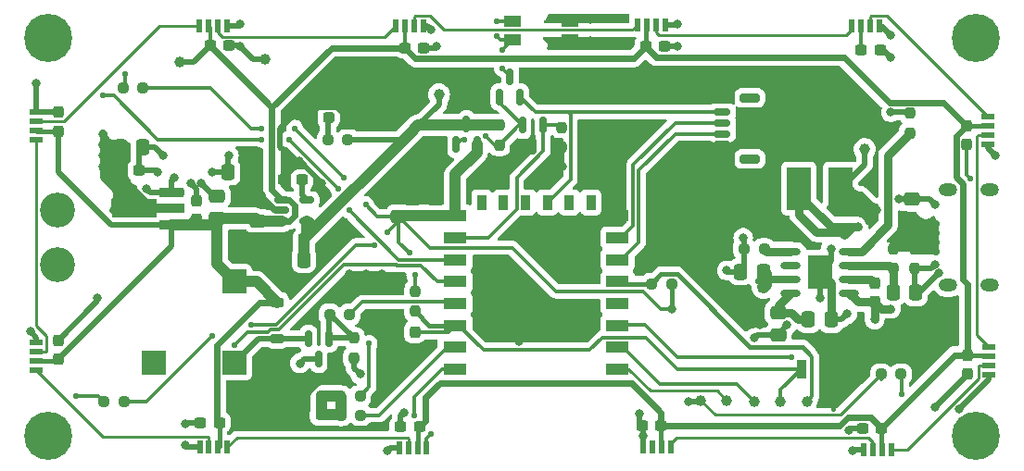
<source format=gbr>
%TF.GenerationSoftware,KiCad,Pcbnew,8.0.1*%
%TF.CreationDate,2024-03-28T09:41:07+08:00*%
%TF.ProjectId,bat_rf,6261745f-7266-42e6-9b69-6361645f7063,rev?*%
%TF.SameCoordinates,Original*%
%TF.FileFunction,Copper,L2,Bot*%
%TF.FilePolarity,Positive*%
%FSLAX46Y46*%
G04 Gerber Fmt 4.6, Leading zero omitted, Abs format (unit mm)*
G04 Created by KiCad (PCBNEW 8.0.1) date 2024-03-28 09:41:07*
%MOMM*%
%LPD*%
G01*
G04 APERTURE LIST*
G04 Aperture macros list*
%AMRoundRect*
0 Rectangle with rounded corners*
0 $1 Rounding radius*
0 $2 $3 $4 $5 $6 $7 $8 $9 X,Y pos of 4 corners*
0 Add a 4 corners polygon primitive as box body*
4,1,4,$2,$3,$4,$5,$6,$7,$8,$9,$2,$3,0*
0 Add four circle primitives for the rounded corners*
1,1,$1+$1,$2,$3*
1,1,$1+$1,$4,$5*
1,1,$1+$1,$6,$7*
1,1,$1+$1,$8,$9*
0 Add four rect primitives between the rounded corners*
20,1,$1+$1,$2,$3,$4,$5,0*
20,1,$1+$1,$4,$5,$6,$7,0*
20,1,$1+$1,$6,$7,$8,$9,0*
20,1,$1+$1,$8,$9,$2,$3,0*%
%AMFreePoly0*
4,1,9,5.362500,-0.866500,1.237500,-0.866500,1.237500,-0.450000,-1.237500,-0.450000,-1.237500,0.450000,1.237500,0.450000,1.237500,0.866500,5.362500,0.866500,5.362500,-0.866500,5.362500,-0.866500,$1*%
G04 Aperture macros list end*
%TA.AperFunction,ComponentPad*%
%ADD10C,4.400000*%
%TD*%
%TA.AperFunction,ComponentPad*%
%ADD11O,1.700000X1.200000*%
%TD*%
%TA.AperFunction,SMDPad,CuDef*%
%ADD12R,1.200000X0.550000*%
%TD*%
%TA.AperFunction,SMDPad,CuDef*%
%ADD13RoundRect,0.225000X0.925000X0.225000X-0.925000X0.225000X-0.925000X-0.225000X0.925000X-0.225000X0*%
%TD*%
%TA.AperFunction,SMDPad,CuDef*%
%ADD14FreePoly0,180.000000*%
%TD*%
%TA.AperFunction,SMDPad,CuDef*%
%ADD15RoundRect,0.237500X0.300000X0.237500X-0.300000X0.237500X-0.300000X-0.237500X0.300000X-0.237500X0*%
%TD*%
%TA.AperFunction,SMDPad,CuDef*%
%ADD16RoundRect,0.237500X0.287500X0.237500X-0.287500X0.237500X-0.287500X-0.237500X0.287500X-0.237500X0*%
%TD*%
%TA.AperFunction,ComponentPad*%
%ADD17C,3.200000*%
%TD*%
%TA.AperFunction,SMDPad,CuDef*%
%ADD18C,1.000000*%
%TD*%
%TA.AperFunction,SMDPad,CuDef*%
%ADD19R,0.550000X1.200000*%
%TD*%
%TA.AperFunction,SMDPad,CuDef*%
%ADD20RoundRect,0.250000X-0.337500X-0.475000X0.337500X-0.475000X0.337500X0.475000X-0.337500X0.475000X0*%
%TD*%
%TA.AperFunction,SMDPad,CuDef*%
%ADD21RoundRect,0.237500X0.250000X0.237500X-0.250000X0.237500X-0.250000X-0.237500X0.250000X-0.237500X0*%
%TD*%
%TA.AperFunction,SMDPad,CuDef*%
%ADD22RoundRect,0.237500X-0.250000X-0.237500X0.250000X-0.237500X0.250000X0.237500X-0.250000X0.237500X0*%
%TD*%
%TA.AperFunction,SMDPad,CuDef*%
%ADD23RoundRect,0.150000X0.625000X-0.150000X0.625000X0.150000X-0.625000X0.150000X-0.625000X-0.150000X0*%
%TD*%
%TA.AperFunction,SMDPad,CuDef*%
%ADD24RoundRect,0.200000X0.700000X-0.200000X0.700000X0.200000X-0.700000X0.200000X-0.700000X-0.200000X0*%
%TD*%
%TA.AperFunction,SMDPad,CuDef*%
%ADD25RoundRect,0.237500X-0.237500X0.250000X-0.237500X-0.250000X0.237500X-0.250000X0.237500X0.250000X0*%
%TD*%
%TA.AperFunction,SMDPad,CuDef*%
%ADD26O,1.865000X0.630000*%
%TD*%
%TA.AperFunction,SMDPad,CuDef*%
%ADD27R,2.200000X3.100000*%
%TD*%
%TA.AperFunction,SMDPad,CuDef*%
%ADD28RoundRect,0.237500X-0.237500X0.300000X-0.237500X-0.300000X0.237500X-0.300000X0.237500X0.300000X0*%
%TD*%
%TA.AperFunction,SMDPad,CuDef*%
%ADD29RoundRect,0.237500X0.237500X-0.250000X0.237500X0.250000X-0.237500X0.250000X-0.237500X-0.250000X0*%
%TD*%
%TA.AperFunction,SMDPad,CuDef*%
%ADD30RoundRect,0.237500X-0.300000X-0.237500X0.300000X-0.237500X0.300000X0.237500X-0.300000X0.237500X0*%
%TD*%
%TA.AperFunction,SMDPad,CuDef*%
%ADD31RoundRect,0.150000X-0.150000X0.587500X-0.150000X-0.587500X0.150000X-0.587500X0.150000X0.587500X0*%
%TD*%
%TA.AperFunction,SMDPad,CuDef*%
%ADD32R,0.900000X1.700000*%
%TD*%
%TA.AperFunction,SMDPad,CuDef*%
%ADD33RoundRect,0.237500X0.237500X-0.300000X0.237500X0.300000X-0.237500X0.300000X-0.237500X-0.300000X0*%
%TD*%
%TA.AperFunction,SMDPad,CuDef*%
%ADD34R,2.195000X2.195000*%
%TD*%
%TA.AperFunction,SMDPad,CuDef*%
%ADD35RoundRect,0.250000X0.475000X-0.337500X0.475000X0.337500X-0.475000X0.337500X-0.475000X-0.337500X0*%
%TD*%
%TA.AperFunction,SMDPad,CuDef*%
%ADD36RoundRect,0.250000X0.337500X0.475000X-0.337500X0.475000X-0.337500X-0.475000X0.337500X-0.475000X0*%
%TD*%
%TA.AperFunction,SMDPad,CuDef*%
%ADD37RoundRect,0.150000X0.150000X-0.587500X0.150000X0.587500X-0.150000X0.587500X-0.150000X-0.587500X0*%
%TD*%
%TA.AperFunction,SMDPad,CuDef*%
%ADD38RoundRect,0.150000X-0.512500X-0.150000X0.512500X-0.150000X0.512500X0.150000X-0.512500X0.150000X0*%
%TD*%
%TA.AperFunction,SMDPad,CuDef*%
%ADD39RoundRect,0.225000X-0.375000X0.225000X-0.375000X-0.225000X0.375000X-0.225000X0.375000X0.225000X0*%
%TD*%
%TA.AperFunction,SMDPad,CuDef*%
%ADD40R,2.150000X1.100000*%
%TD*%
%TA.AperFunction,SMDPad,CuDef*%
%ADD41R,0.900000X1.400000*%
%TD*%
%TA.AperFunction,SMDPad,CuDef*%
%ADD42R,2.800000X0.550000*%
%TD*%
%TA.AperFunction,SMDPad,CuDef*%
%ADD43R,2.800000X1.600000*%
%TD*%
%TA.AperFunction,SMDPad,CuDef*%
%ADD44RoundRect,0.250000X-0.475000X0.337500X-0.475000X-0.337500X0.475000X-0.337500X0.475000X0.337500X0*%
%TD*%
%TA.AperFunction,SMDPad,CuDef*%
%ADD45R,1.550000X1.000000*%
%TD*%
%TA.AperFunction,SMDPad,CuDef*%
%ADD46R,2.200000X3.900000*%
%TD*%
%TA.AperFunction,ViaPad*%
%ADD47C,0.800000*%
%TD*%
%TA.AperFunction,ViaPad*%
%ADD48C,0.550000*%
%TD*%
%TA.AperFunction,ViaPad*%
%ADD49C,0.700000*%
%TD*%
%TA.AperFunction,Conductor*%
%ADD50C,0.500000*%
%TD*%
%TA.AperFunction,Conductor*%
%ADD51C,0.700000*%
%TD*%
%TA.AperFunction,Conductor*%
%ADD52C,0.300000*%
%TD*%
%TA.AperFunction,Conductor*%
%ADD53C,1.200000*%
%TD*%
%TA.AperFunction,Conductor*%
%ADD54C,0.800000*%
%TD*%
%TA.AperFunction,Conductor*%
%ADD55C,0.400000*%
%TD*%
%TA.AperFunction,Conductor*%
%ADD56C,0.350000*%
%TD*%
%TA.AperFunction,Conductor*%
%ADD57C,0.600000*%
%TD*%
%TA.AperFunction,Conductor*%
%ADD58C,1.000000*%
%TD*%
%TA.AperFunction,Conductor*%
%ADD59C,0.250000*%
%TD*%
G04 APERTURE END LIST*
D10*
%TO.P,H3,1*%
%TO.N,N/C*%
X67025000Y-107625000D03*
%TD*%
D11*
%TO.P,J1,13*%
%TO.N,N/C*%
X149236500Y-93795000D03*
%TO.P,J1,14*%
X149236500Y-85155000D03*
%TO.P,J1,15*%
X153036500Y-93795000D03*
%TO.P,J1,16*%
X153036500Y-85155000D03*
%TD*%
D10*
%TO.P,H4,1*%
%TO.N,N/C*%
X67025000Y-71225000D03*
%TD*%
%TO.P,H1,1*%
%TO.N,N/C*%
X151725000Y-71225000D03*
%TD*%
%TO.P,H2,1*%
%TO.N,N/C*%
X151725000Y-107625000D03*
%TD*%
D12*
%TO.P,LED8,1,VSS*%
%TO.N,GNDPWR*%
X152925000Y-102005000D03*
%TO.P,LED8,2,DO*%
%TO.N,Net-(LED12-DI)*%
X152925000Y-101165000D03*
%TO.P,LED8,3,VDD*%
%TO.N,+5V*%
X152925000Y-100325000D03*
%TO.P,LED8,4,DI*%
%TO.N,Net-(LED8-DI)*%
X152925000Y-99485000D03*
%TD*%
D13*
%TO.P,U4,1,ADJ*%
%TO.N,GNDPWR*%
X78225000Y-85325000D03*
D14*
%TO.P,U4,2,VO*%
%TO.N,+BATT*%
X78137500Y-86825000D03*
D13*
%TO.P,U4,3,VI*%
%TO.N,+5V*%
X78225000Y-88325000D03*
%TD*%
D15*
%TO.P,C31,1*%
%TO.N,GNDPWR*%
X101307500Y-72125000D03*
%TO.P,C31,2*%
%TO.N,+5V*%
X99582500Y-72125000D03*
%TD*%
D16*
%TO.P,D6,1,K*%
%TO.N,GNDD*%
X94375000Y-78500000D03*
%TO.P,D6,2,A*%
%TO.N,Net-(D6-A)*%
X92625000Y-78500000D03*
%TD*%
D17*
%TO.P,J3,1,Pin_1*%
%TO.N,GNDPWR*%
X67825000Y-91975000D03*
%TO.P,J3,2,Pin_2*%
%TO.N,+BATT*%
X67825000Y-86975000D03*
%TD*%
D18*
%TO.P,TP12,1,1*%
%TO.N,Net-(C28-Pad1)*%
X141600000Y-81400000D03*
%TD*%
%TO.P,TP2,1,1*%
%TO.N,/TXD*%
X129000000Y-104400000D03*
%TD*%
%TO.P,TP10,1,1*%
%TO.N,GNDD*%
X98000000Y-76500000D03*
%TD*%
D19*
%TO.P,LED12,1,VSS*%
%TO.N,GNDPWR*%
X141485000Y-108925000D03*
%TO.P,LED12,2,DO*%
%TO.N,Net-(LED11-DI)*%
X142325000Y-108925000D03*
%TO.P,LED12,3,VDD*%
%TO.N,+5V*%
X143165000Y-108925000D03*
%TO.P,LED12,4,DI*%
%TO.N,Net-(LED12-DI)*%
X144005000Y-108925000D03*
%TD*%
D20*
%TO.P,FB1,1*%
%TO.N,GNDPWR*%
X83462500Y-83500000D03*
%TO.P,FB1,2*%
%TO.N,GNDD*%
X85537500Y-83500000D03*
%TD*%
D19*
%TO.P,LED10,1,VSS*%
%TO.N,GNDPWR*%
X142945000Y-70125000D03*
%TO.P,LED10,2,DO*%
%TO.N,Net-(LED10-DO)*%
X142105000Y-70125000D03*
%TO.P,LED10,3,VDD*%
%TO.N,Net-(LED10-VDD)*%
X141265000Y-70125000D03*
%TO.P,LED10,4,DI*%
%TO.N,Net-(LED1-DO)*%
X140425000Y-70125000D03*
%TD*%
D21*
%TO.P,R6,1*%
%TO.N,/BEEP*%
X94537500Y-96525000D03*
%TO.P,R6,2*%
%TO.N,Net-(Q1-G)*%
X92712500Y-96525000D03*
%TD*%
D15*
%TO.P,C30,1*%
%TO.N,GNDPWR*%
X123327500Y-72025000D03*
%TO.P,C30,2*%
%TO.N,+5V*%
X121602500Y-72025000D03*
%TD*%
D19*
%TO.P,LED1,1,VSS*%
%TO.N,GNDPWR*%
X123365000Y-70025000D03*
%TO.P,LED1,2,DO*%
%TO.N,Net-(LED1-DO)*%
X122525000Y-70025000D03*
%TO.P,LED1,3,VDD*%
%TO.N,+5V*%
X121685000Y-70025000D03*
%TO.P,LED1,4,DI*%
%TO.N,Net-(LED1-DI)*%
X120845000Y-70025000D03*
%TD*%
D22*
%TO.P,R4,1*%
%TO.N,/IO9*%
X122112500Y-93725000D03*
%TO.P,R4,2*%
%TO.N,VCC*%
X123937500Y-93725000D03*
%TD*%
D23*
%TO.P,J2,1,Pin_1*%
%TO.N,GNDD*%
X128575000Y-81000000D03*
%TO.P,J2,2,Pin_2*%
%TO.N,/ESP_RX*%
X128575000Y-80000000D03*
%TO.P,J2,3,Pin_3*%
%TO.N,/ESP_TX*%
X128575000Y-79000000D03*
%TO.P,J2,4,Pin_4*%
%TO.N,/KEY*%
X128575000Y-78000000D03*
D24*
%TO.P,J2,MP*%
%TO.N,N/C*%
X131100000Y-82300000D03*
X131100000Y-76700000D03*
%TD*%
D25*
%TO.P,R3,1*%
%TO.N,Net-(D2-A)*%
X145725000Y-78112500D03*
%TO.P,R3,2*%
%TO.N,Net-(U2-LED)*%
X145725000Y-79937500D03*
%TD*%
D21*
%TO.P,R16,1*%
%TO.N,+3V3*%
X94367500Y-80550000D03*
%TO.P,R16,2*%
%TO.N,Net-(D6-A)*%
X92542500Y-80550000D03*
%TD*%
D22*
%TO.P,R10,1*%
%TO.N,GNDD*%
X90175000Y-104000000D03*
%TO.P,R10,2*%
%TO.N,Net-(C37-Pad1)*%
X92000000Y-104000000D03*
%TD*%
D19*
%TO.P,LED6,1,VSS*%
%TO.N,GNDPWR*%
X80848250Y-108665000D03*
%TO.P,LED6,2,DO*%
%TO.N,Net-(LED5-DI)*%
X81688250Y-108665000D03*
%TO.P,LED6,3,VDD*%
%TO.N,+5V*%
X82528250Y-108665000D03*
%TO.P,LED6,4,DI*%
%TO.N,Net-(LED6-DI)*%
X83368250Y-108665000D03*
%TD*%
D15*
%TO.P,C9,1*%
%TO.N,+3V3*%
X90390000Y-89615000D03*
%TO.P,C9,2*%
%TO.N,GNDD*%
X88665000Y-89615000D03*
%TD*%
D19*
%TO.P,LED2,1,VSS*%
%TO.N,GNDPWR*%
X101265000Y-70125000D03*
%TO.P,LED2,2,DO*%
%TO.N,Net-(LED1-DI)*%
X100425000Y-70125000D03*
%TO.P,LED2,3,VDD*%
%TO.N,+5V*%
X99585000Y-70125000D03*
%TO.P,LED2,4,DI*%
%TO.N,Net-(LED2-DI)*%
X98745000Y-70125000D03*
%TD*%
D21*
%TO.P,R5,1*%
%TO.N,VCC*%
X73912500Y-104500000D03*
%TO.P,R5,2*%
%TO.N,Net-(D3-A)*%
X72087500Y-104500000D03*
%TD*%
D26*
%TO.P,U2,1,VSYS*%
%TO.N,Net-(U2-VSYS)*%
X134818000Y-94570000D03*
%TO.P,U2,2,VOUT*%
%TO.N,+BATT*%
X134818000Y-93300000D03*
%TO.P,U2,3,VSET*%
%TO.N,unconnected-(U2-VSET-Pad3)*%
X134818000Y-92030000D03*
%TO.P,U2,4,NTC*%
%TO.N,Net-(U2-NTC)*%
X134818000Y-90760000D03*
%TO.P,U2,5,LED*%
%TO.N,Net-(U2-LED)*%
X140182000Y-90760000D03*
%TO.P,U2,6,VIN*%
%TO.N,Net-(U2-VIN)*%
X140182000Y-92030000D03*
%TO.P,U2,7,BST*%
%TO.N,Net-(U2-BST)*%
X140182000Y-93300000D03*
%TO.P,U2,8,LX*%
%TO.N,Net-(U2-LX)*%
X140182000Y-94570000D03*
D27*
%TO.P,U2,9,GND*%
%TO.N,GNDPWR*%
X137500000Y-92665000D03*
%TD*%
D28*
%TO.P,C33,1*%
%TO.N,GNDPWR*%
X67925000Y-78022500D03*
%TO.P,C33,2*%
%TO.N,+5V*%
X67925000Y-79747500D03*
%TD*%
D18*
%TO.P,TP1,1,1*%
%TO.N,VCC*%
X126600000Y-104400000D03*
%TD*%
D22*
%TO.P,R18,1*%
%TO.N,GNDPWR*%
X130587500Y-90525000D03*
%TO.P,R18,2*%
%TO.N,Net-(U2-NTC)*%
X132412500Y-90525000D03*
%TD*%
D29*
%TO.P,R7,1*%
%TO.N,GNDPWR*%
X94918306Y-100497500D03*
%TO.P,R7,2*%
%TO.N,Net-(Q1-G)*%
X94918306Y-98672500D03*
%TD*%
%TO.P,R11,1*%
%TO.N,GNDD*%
X113900000Y-81237500D03*
%TO.P,R11,2*%
%TO.N,/POWER_EN*%
X113900000Y-79412500D03*
%TD*%
D21*
%TO.P,R14,1*%
%TO.N,/BAT_FB*%
X95537500Y-105750000D03*
%TO.P,R14,2*%
%TO.N,Net-(C37-Pad1)*%
X93712500Y-105750000D03*
%TD*%
D30*
%TO.P,C36,1*%
%TO.N,GNDPWR*%
X99200000Y-106825000D03*
%TO.P,C36,2*%
%TO.N,+5V*%
X100925000Y-106825000D03*
%TD*%
D28*
%TO.P,C34,1*%
%TO.N,GNDPWR*%
X67925000Y-98882500D03*
%TO.P,C34,2*%
%TO.N,+5V*%
X67925000Y-100607500D03*
%TD*%
D30*
%TO.P,C11,1*%
%TO.N,GNDPWR*%
X121253250Y-106665000D03*
%TO.P,C11,2*%
%TO.N,+5V*%
X122978250Y-106665000D03*
%TD*%
D18*
%TO.P,TP5,1,1*%
%TO.N,/IO9*%
X136300000Y-104500000D03*
%TD*%
D25*
%TO.P,R1,1*%
%TO.N,Net-(C28-Pad1)*%
X144225000Y-90525000D03*
%TO.P,R1,2*%
%TO.N,Net-(U2-VIN)*%
X144225000Y-92350000D03*
%TD*%
D12*
%TO.P,LED4,1,VSS*%
%TO.N,GNDPWR*%
X65925000Y-78025000D03*
%TO.P,LED4,2,DO*%
%TO.N,Net-(LED3-DI)*%
X65925000Y-78865000D03*
%TO.P,LED4,3,VDD*%
%TO.N,+5V*%
X65925000Y-79705000D03*
%TO.P,LED4,4,DI*%
%TO.N,Net-(LED4-DI)*%
X65925000Y-80545000D03*
%TD*%
D31*
%TO.P,Q1,1,D*%
%TO.N,Net-(BZ1-+)*%
X90768306Y-98747500D03*
%TO.P,Q1,2,G*%
%TO.N,Net-(Q1-G)*%
X92668306Y-98747500D03*
%TO.P,Q1,3,S*%
%TO.N,GNDPWR*%
X91718306Y-100622500D03*
%TD*%
D19*
%TO.P,LED3,1,VSS*%
%TO.N,GNDPWR*%
X83325000Y-70125000D03*
%TO.P,LED3,2,DO*%
%TO.N,Net-(LED2-DI)*%
X82485000Y-70125000D03*
%TO.P,LED3,3,VDD*%
%TO.N,+5V*%
X81645000Y-70125000D03*
%TO.P,LED3,4,DI*%
%TO.N,Net-(LED3-DI)*%
X80805000Y-70125000D03*
%TD*%
D30*
%TO.P,C35,1*%
%TO.N,GNDPWR*%
X80900000Y-106425000D03*
%TO.P,C35,2*%
%TO.N,+5V*%
X82625000Y-106425000D03*
%TD*%
D32*
%TO.P,SW2,1,1*%
%TO.N,/EN*%
X135800000Y-101500000D03*
%TO.P,SW2,2,2*%
%TO.N,GNDD*%
X139200000Y-101500000D03*
%TD*%
D18*
%TO.P,TP4,1,1*%
%TO.N,/EN*%
X133900000Y-104500000D03*
%TD*%
D33*
%TO.P,C6,1*%
%TO.N,GNDPWR*%
X150925000Y-80987500D03*
%TO.P,C6,2*%
%TO.N,+5V*%
X150925000Y-79262500D03*
%TD*%
D34*
%TO.P,BZ1,1,-*%
%TO.N,+5V*%
X84025000Y-93525000D03*
%TO.P,BZ1,2,+*%
%TO.N,Net-(BZ1-+)*%
X84025000Y-100925000D03*
%TO.P,BZ1,3*%
%TO.N,N/C*%
X76625000Y-100925000D03*
%TD*%
D28*
%TO.P,C27,1*%
%TO.N,Net-(U2-BST)*%
X142500000Y-93637500D03*
%TO.P,C27,2*%
%TO.N,Net-(U2-LX)*%
X142500000Y-95362500D03*
%TD*%
D21*
%TO.P,R13,1*%
%TO.N,VCC*%
X75650000Y-75825000D03*
%TO.P,R13,2*%
%TO.N,Net-(D13-A)*%
X73825000Y-75825000D03*
%TD*%
D18*
%TO.P,TP7,1,1*%
%TO.N,+5V*%
X79000000Y-73400000D03*
%TD*%
D35*
%TO.P,C12,1*%
%TO.N,VCC*%
X99025000Y-87562500D03*
%TO.P,C12,2*%
%TO.N,GNDD*%
X99025000Y-85487500D03*
%TD*%
%TO.P,C28,1*%
%TO.N,Net-(C28-Pad1)*%
X145925000Y-88037500D03*
%TO.P,C28,2*%
%TO.N,GNDPWR*%
X145925000Y-85962500D03*
%TD*%
D15*
%TO.P,C32,1*%
%TO.N,GNDPWR*%
X83507500Y-71925000D03*
%TO.P,C32,2*%
%TO.N,+5V*%
X81782500Y-71925000D03*
%TD*%
D28*
%TO.P,C16,1*%
%TO.N,/EN*%
X100500000Y-98137500D03*
%TO.P,C16,2*%
%TO.N,GNDD*%
X100500000Y-99862500D03*
%TD*%
D33*
%TO.P,C13,1*%
%TO.N,VCC*%
X101325000Y-87487500D03*
%TO.P,C13,2*%
%TO.N,GNDD*%
X101325000Y-85762500D03*
%TD*%
D15*
%TO.P,C7,1*%
%TO.N,Net-(U3-BP)*%
X90190000Y-84215000D03*
%TO.P,C7,2*%
%TO.N,GNDD*%
X88465000Y-84215000D03*
%TD*%
D30*
%TO.P,C3,1*%
%TO.N,+BATT*%
X73562500Y-83325000D03*
%TO.P,C3,2*%
%TO.N,GNDPWR*%
X75287500Y-83325000D03*
%TD*%
D22*
%TO.P,R15,1*%
%TO.N,VCC*%
X143087500Y-102000000D03*
%TO.P,R15,2*%
%TO.N,Net-(D4-A)*%
X144912500Y-102000000D03*
%TD*%
D18*
%TO.P,TP3,1,1*%
%TO.N,/RXD*%
X131500000Y-104500000D03*
%TD*%
D36*
%TO.P,C8,1*%
%TO.N,+3V3*%
X90365000Y-91515000D03*
%TO.P,C8,2*%
%TO.N,GNDD*%
X88290000Y-91515000D03*
%TD*%
%TO.P,C40,1*%
%TO.N,+BATT*%
X132337500Y-92625000D03*
%TO.P,C40,2*%
%TO.N,GNDPWR*%
X130262500Y-92625000D03*
%TD*%
D20*
%TO.P,C29,1*%
%TO.N,Net-(U2-VIN)*%
X144187500Y-94525000D03*
%TO.P,C29,2*%
%TO.N,GNDPWR*%
X146262500Y-94525000D03*
%TD*%
D18*
%TO.P,TP8,1,1*%
%TO.N,+3V3*%
X102700000Y-76400000D03*
%TD*%
D37*
%TO.P,D1,1*%
%TO.N,/KEY*%
X110125000Y-76625000D03*
%TO.P,D1,2*%
%TO.N,Net-(Q2-G)*%
X108225000Y-76625000D03*
%TO.P,D1,3*%
%TO.N,Net-(SW3-A)*%
X109175000Y-74750000D03*
%TD*%
D18*
%TO.P,TP9,1,1*%
%TO.N,GNDPWR*%
X86800000Y-73200000D03*
%TD*%
D19*
%TO.P,LED7,1,VSS*%
%TO.N,GNDPWR*%
X99062500Y-108725000D03*
%TO.P,LED7,2,DO*%
%TO.N,Net-(LED6-DI)*%
X99902500Y-108725000D03*
%TO.P,LED7,3,VDD*%
%TO.N,+5V*%
X100742500Y-108725000D03*
%TO.P,LED7,4,DI*%
%TO.N,/RGB*%
X101582500Y-108725000D03*
%TD*%
D38*
%TO.P,U3,1,IN*%
%TO.N,+5V*%
X88362500Y-87950000D03*
%TO.P,U3,2,GND*%
%TO.N,GNDD*%
X88362500Y-87000000D03*
%TO.P,U3,3,EN*%
%TO.N,+5V*%
X88362500Y-86050000D03*
%TO.P,U3,4,BP*%
%TO.N,Net-(U3-BP)*%
X90637500Y-86050000D03*
%TO.P,U3,5,OUT*%
%TO.N,+3V3*%
X90637500Y-87950000D03*
%TD*%
D12*
%TO.P,LED9,1,VSS*%
%TO.N,GNDPWR*%
X152825000Y-80925000D03*
%TO.P,LED9,2,DO*%
%TO.N,Net-(LED8-DI)*%
X152825000Y-80085000D03*
%TO.P,LED9,3,VDD*%
%TO.N,+5V*%
X152825000Y-79245000D03*
%TO.P,LED9,4,DI*%
%TO.N,Net-(LED10-DO)*%
X152825000Y-78405000D03*
%TD*%
D30*
%TO.P,C17,1*%
%TO.N,GNDPWR*%
X141422500Y-106925000D03*
%TO.P,C17,2*%
%TO.N,+5V*%
X143147500Y-106925000D03*
%TD*%
D20*
%TO.P,C10,1*%
%TO.N,Net-(U2-VSYS)*%
X136462500Y-97000000D03*
%TO.P,C10,2*%
%TO.N,GNDPWR*%
X138537500Y-97000000D03*
%TD*%
D37*
%TO.P,Q2,1,D*%
%TO.N,VCC*%
X106175000Y-80962500D03*
%TO.P,Q2,2,G*%
%TO.N,Net-(Q2-G)*%
X104275000Y-80962500D03*
%TO.P,Q2,3,S*%
%TO.N,+3V3*%
X105225000Y-79087500D03*
%TD*%
D29*
%TO.P,R12,1*%
%TO.N,/EN*%
X100525000Y-96237500D03*
%TO.P,R12,2*%
%TO.N,VCC*%
X100525000Y-94412500D03*
%TD*%
D35*
%TO.P,C2,1*%
%TO.N,+5V*%
X82425000Y-87762500D03*
%TO.P,C2,2*%
%TO.N,GNDPWR*%
X82425000Y-85687500D03*
%TD*%
D20*
%TO.P,C4,1*%
%TO.N,+BATT*%
X73587500Y-81225000D03*
%TO.P,C4,2*%
%TO.N,GNDPWR*%
X75662500Y-81225000D03*
%TD*%
D33*
%TO.P,C1,1*%
%TO.N,+5V*%
X80525000Y-87862500D03*
%TO.P,C1,2*%
%TO.N,GNDPWR*%
X80525000Y-86137500D03*
%TD*%
D19*
%TO.P,LED11,1,VSS*%
%TO.N,GNDPWR*%
X121373250Y-108665000D03*
%TO.P,LED11,2,DO*%
%TO.N,unconnected-(LED11-DO-Pad2)*%
X122213250Y-108665000D03*
%TO.P,LED11,3,VDD*%
%TO.N,+5V*%
X123053250Y-108665000D03*
%TO.P,LED11,4,DI*%
%TO.N,Net-(LED11-DI)*%
X123893250Y-108665000D03*
%TD*%
D35*
%TO.P,C15,1*%
%TO.N,+5V*%
X86127500Y-87952500D03*
%TO.P,C15,2*%
%TO.N,GNDD*%
X86127500Y-85877500D03*
%TD*%
D15*
%TO.P,C14,1*%
%TO.N,GNDPWR*%
X142987500Y-72325000D03*
%TO.P,C14,2*%
%TO.N,Net-(LED10-VDD)*%
X141262500Y-72325000D03*
%TD*%
D39*
%TO.P,D5,1,K*%
%TO.N,+5V*%
X87918306Y-95435000D03*
%TO.P,D5,2,A*%
%TO.N,Net-(BZ1-+)*%
X87918306Y-98735000D03*
%TD*%
D40*
%TO.P,U1,1,GPIO0/ADC1_CH0*%
%TO.N,/RGB*%
X104175000Y-101525000D03*
%TO.P,U1,2,GPIO1/ADC1_CH1*%
%TO.N,/BAT_FB*%
X104175000Y-99525000D03*
%TO.P,U1,3,EN*%
%TO.N,/EN*%
X104175000Y-97525000D03*
%TO.P,U1,4,GPIO2/ADC1_CH2/FSPIQ*%
%TO.N,/BEEP*%
X104175000Y-95525000D03*
%TO.P,U1,5,GPIO4/ADC1_CH4/FSPIHD/MTMS/LEDPWM*%
%TO.N,/GREEN*%
X104175000Y-93525000D03*
%TO.P,U1,6,GPIO5/FSPIWP/MTDI/LEDPWM*%
%TO.N,/BLUE*%
X104175000Y-91525000D03*
%TO.P,U1,7,GPIO6/FSPICLK/MTCK/LEDPWM*%
%TO.N,/POWER_EN*%
X104175000Y-89525000D03*
%TO.P,U1,8,3V3*%
%TO.N,VCC*%
X104175000Y-87525000D03*
D41*
%TO.P,U1,9,NC*%
%TO.N,unconnected-(U1-NC-Pad9)*%
X106600000Y-86275000D03*
%TO.P,U1,10,NC*%
%TO.N,unconnected-(U1-NC-Pad10)*%
X108600000Y-86275000D03*
%TO.P,U1,11,NC*%
%TO.N,unconnected-(U1-NC-Pad11)*%
X110600000Y-86275000D03*
%TO.P,U1,12,GPIO18*%
%TO.N,/KEY*%
X112600000Y-86275000D03*
%TO.P,U1,13,NC*%
%TO.N,unconnected-(U1-NC-Pad13)*%
X114600000Y-86275000D03*
%TO.P,U1,14,NC*%
%TO.N,unconnected-(U1-NC-Pad14)*%
X116600000Y-86275000D03*
D40*
%TO.P,U1,15,GND*%
%TO.N,GNDD*%
X119025000Y-87525000D03*
%TO.P,U1,16,GPIO7/FSPID/MTDO/LEDPWM*%
%TO.N,/ESP_TX*%
X119025000Y-89525000D03*
%TO.P,U1,17,GPIO8*%
%TO.N,/ESP_RX*%
X119025000Y-91525000D03*
%TO.P,U1,18,GPIO9*%
%TO.N,/IO9*%
X119025000Y-93525000D03*
%TO.P,U1,19,GPIO10/FSPICS0/LEDPWM*%
%TO.N,unconnected-(U1-GPIO10{slash}FSPICS0{slash}LEDPWM-Pad19)*%
X119025000Y-95525000D03*
%TO.P,U1,20,GPIO3/ADC1_CH3/LEDPWM*%
%TO.N,/YELLOW*%
X119025000Y-97525000D03*
%TO.P,U1,21,GPIO19/U0RXD*%
%TO.N,/RXD*%
X119025000Y-99525000D03*
%TO.P,U1,22,GPIO20/U0TXD*%
%TO.N,/TXD*%
X119025000Y-101525000D03*
D42*
%TO.P,U1,23,GND*%
%TO.N,GNDD*%
X110400000Y-97890000D03*
D43*
%TO.P,U1,24,GND*%
X110400000Y-96425000D03*
%TD*%
D29*
%TO.P,R2,1*%
%TO.N,GNDPWR*%
X146125000Y-92337500D03*
%TO.P,R2,2*%
%TO.N,Net-(C28-Pad1)*%
X146125000Y-90512500D03*
%TD*%
D44*
%TO.P,C26,1*%
%TO.N,Net-(U2-VSYS)*%
X133700000Y-96362500D03*
%TO.P,C26,2*%
%TO.N,GNDPWR*%
X133700000Y-98437500D03*
%TD*%
D18*
%TO.P,TP6,1,1*%
%TO.N,GNDD*%
X138700000Y-104600000D03*
%TD*%
D33*
%TO.P,C5,1*%
%TO.N,GNDPWR*%
X150985000Y-101953250D03*
%TO.P,C5,2*%
%TO.N,+5V*%
X150985000Y-100228250D03*
%TD*%
D22*
%TO.P,R9,1*%
%TO.N,Net-(C37-Pad1)*%
X93675000Y-104000000D03*
%TO.P,R9,2*%
%TO.N,+BATT*%
X95500000Y-104000000D03*
%TD*%
D12*
%TO.P,LED5,1,VSS*%
%TO.N,GNDPWR*%
X65925000Y-99125000D03*
%TO.P,LED5,2,DO*%
%TO.N,Net-(LED4-DI)*%
X65925000Y-99965000D03*
%TO.P,LED5,3,VDD*%
%TO.N,+5V*%
X65925000Y-100805000D03*
%TO.P,LED5,4,DI*%
%TO.N,Net-(LED5-DI)*%
X65925000Y-101645000D03*
%TD*%
D45*
%TO.P,SW3,1,1*%
%TO.N,GNDD*%
X114625000Y-71375000D03*
%TO.P,SW3,2,2*%
X114625000Y-69675000D03*
%TO.P,SW3,3,K*%
%TO.N,Net-(SW3-A)*%
X109425000Y-71375000D03*
%TO.P,SW3,4,A*%
X109425000Y-69675000D03*
%TD*%
D15*
%TO.P,C37,1*%
%TO.N,Net-(C37-Pad1)*%
X91950000Y-105700000D03*
%TO.P,C37,2*%
%TO.N,GNDD*%
X90225000Y-105700000D03*
%TD*%
D31*
%TO.P,Q3,1,D*%
%TO.N,Net-(Q2-G)*%
X110325000Y-79225000D03*
%TO.P,Q3,2,G*%
%TO.N,/POWER_EN*%
X112225000Y-79225000D03*
%TO.P,Q3,3,S*%
%TO.N,GNDD*%
X111275000Y-81100000D03*
%TD*%
D46*
%TO.P,L2,1,1*%
%TO.N,Net-(C28-Pad1)*%
X139400000Y-85000000D03*
%TO.P,L2,2,2*%
%TO.N,Net-(U2-LX)*%
X135600000Y-85000000D03*
%TD*%
D25*
%TO.P,R8,1*%
%TO.N,+3V3*%
X108225000Y-79212500D03*
%TO.P,R8,2*%
%TO.N,Net-(Q2-G)*%
X108225000Y-81037500D03*
%TD*%
D47*
%TO.N,+BATT*%
X72000000Y-80000000D03*
D48*
X131875000Y-93500000D03*
D47*
X72000000Y-82000000D03*
X72000000Y-81000000D03*
X72000000Y-83000000D03*
D48*
X132137162Y-94237838D03*
X132543750Y-93831250D03*
X96314308Y-99185692D03*
D47*
%TO.N,GNDPWR*%
X80000000Y-84500000D03*
X129000000Y-92500000D03*
X148360135Y-92771443D03*
X137832500Y-92332500D03*
X150207430Y-105207431D03*
X134500000Y-97500000D03*
X79500000Y-108500000D03*
X138500000Y-90500000D03*
X82000000Y-83500000D03*
X140182069Y-107090725D03*
X65399847Y-98100153D03*
X78500000Y-84000000D03*
X65925000Y-75364100D03*
X98000000Y-109000000D03*
X144000000Y-73000000D03*
X77000000Y-83500000D03*
X81000000Y-84500000D03*
X84500000Y-72000000D03*
X83500000Y-82000000D03*
X148000000Y-105000000D03*
X124500000Y-72000000D03*
X144720000Y-86000000D03*
X148056500Y-86500000D03*
X79500000Y-106500000D03*
X71500000Y-95000000D03*
X95500000Y-102000000D03*
X121373250Y-107600000D03*
X124500000Y-70000000D03*
X144000000Y-71000000D03*
X102000000Y-70500000D03*
X84500000Y-70000000D03*
X102500000Y-72000000D03*
X140000000Y-96500000D03*
X76000000Y-85000000D03*
X153550843Y-82000000D03*
X77500000Y-82000000D03*
X137500000Y-93500000D03*
X130500000Y-89500000D03*
X90000000Y-101000000D03*
X148056500Y-92000000D03*
X131500000Y-98700000D03*
X121000000Y-105600000D03*
X140500000Y-109000000D03*
X99500000Y-105500000D03*
X137500000Y-95000000D03*
D48*
X151261500Y-84075002D03*
D47*
%TO.N,GNDD*%
X94500000Y-92800000D03*
X89969669Y-82530331D03*
X99000000Y-99000000D03*
X116000000Y-84000000D03*
X89000000Y-82000000D03*
X118000000Y-76500000D03*
X84500000Y-89500000D03*
X112500000Y-83000000D03*
X116000000Y-83000000D03*
X112000000Y-91000000D03*
X91969669Y-84530331D03*
X119500000Y-79500000D03*
X93500000Y-90000000D03*
X113000000Y-84000000D03*
X85500000Y-90500000D03*
X113000000Y-92000000D03*
X93500000Y-101000000D03*
X99500000Y-83500000D03*
X119500000Y-76500000D03*
X84500000Y-86000000D03*
X110000000Y-99000000D03*
X102500000Y-84500000D03*
X89000000Y-92800000D03*
X109000000Y-92000000D03*
X91000000Y-97000000D03*
X116500000Y-79500000D03*
X96000000Y-92800000D03*
X138000000Y-99000000D03*
X85000000Y-85000000D03*
X110000000Y-82000000D03*
X110000000Y-92800000D03*
X100000000Y-82500000D03*
X86000000Y-82000000D03*
X97500000Y-92800000D03*
X116500000Y-69500000D03*
X118000000Y-79500000D03*
X132000000Y-97500000D03*
X113975000Y-83000000D03*
X116500000Y-71500000D03*
X106500000Y-92500000D03*
X106500000Y-84500000D03*
D48*
%TO.N,VCC*%
X89500000Y-79500000D03*
D47*
X125500000Y-104500000D03*
D48*
X94000000Y-84000000D03*
D47*
X123937500Y-96000000D03*
D48*
X98000000Y-89000000D03*
X100000000Y-90900000D03*
X85500000Y-97500000D03*
X100500000Y-92925000D03*
X82000000Y-98500000D03*
X96000000Y-86500000D03*
X96808058Y-90191942D03*
X86500000Y-79500000D03*
D47*
%TO.N,Net-(U2-LX)*%
X139750000Y-89250000D03*
X141000000Y-88500000D03*
X144000000Y-96000000D03*
X142500000Y-97000000D03*
%TO.N,Net-(C28-Pad1)*%
X144856500Y-89875000D03*
X142720000Y-87000000D03*
D49*
X148075000Y-90825000D03*
X148075000Y-89125000D03*
D47*
X142000000Y-88000000D03*
X144856500Y-89125000D03*
D49*
X148075000Y-89975000D03*
X148075000Y-88225000D03*
D47*
%TO.N,Net-(D2-A)*%
X144000000Y-78025000D03*
D48*
%TO.N,Net-(D13-A)*%
X74000000Y-74500000D03*
%TO.N,/RGB*%
X100400000Y-105800000D03*
X102000000Y-107500000D03*
%TO.N,Net-(SW3-A)*%
X108000000Y-69675000D03*
X108500000Y-72325000D03*
X108000000Y-71100000D03*
X108500000Y-74000000D03*
%TO.N,Net-(Q2-G)*%
X107000000Y-80187500D03*
X105000000Y-80500000D03*
%TO.N,/GREEN*%
X84000000Y-99352498D03*
%TO.N,Net-(D3-A)*%
X69500000Y-104000000D03*
%TO.N,Net-(D4-A)*%
X145000000Y-103800000D03*
%TO.N,/YELLOW*%
X134913405Y-100462888D03*
%TO.N,/BLUE*%
X86500000Y-80500000D03*
X89000000Y-80500000D03*
X94500000Y-87000000D03*
X93500000Y-85000000D03*
X72000000Y-76500000D03*
%TD*%
D50*
%TO.N,+BATT*%
X72000000Y-84000000D02*
X72000000Y-83000000D01*
D51*
X134818000Y-93300000D02*
X133012500Y-93300000D01*
D50*
X74825000Y-86825000D02*
X72000000Y-84000000D01*
X78137500Y-86825000D02*
X74825000Y-86825000D01*
X76587500Y-86825000D02*
X73562500Y-83800000D01*
X78137500Y-86825000D02*
X76587500Y-86825000D01*
D52*
X96314308Y-103185692D02*
X96314308Y-99185692D01*
D51*
X133012500Y-93300000D02*
X132337500Y-92625000D01*
D53*
X132543750Y-93831250D02*
X132543750Y-92831250D01*
X132543750Y-92831250D02*
X132337500Y-92625000D01*
X132543750Y-93831250D02*
X132375000Y-94000000D01*
D50*
X73562500Y-83800000D02*
X73562500Y-83325000D01*
D52*
X95500000Y-104000000D02*
X96314308Y-103185692D01*
D50*
%TO.N,GNDPWR*%
X130587500Y-90525000D02*
X130587500Y-92300000D01*
X130587500Y-89587500D02*
X130500000Y-89500000D01*
X67925000Y-98882500D02*
X71153750Y-95653750D01*
X121000000Y-105600000D02*
X121000000Y-106411750D01*
X75287500Y-83325000D02*
X76825000Y-83325000D01*
X152825000Y-81274157D02*
X153550843Y-82000000D01*
X129125000Y-92625000D02*
X129000000Y-92500000D01*
X83507500Y-71925000D02*
X84425000Y-71925000D01*
X139500000Y-97000000D02*
X140000000Y-96500000D01*
X121373250Y-106785000D02*
X121253250Y-106665000D01*
X123327500Y-72025000D02*
X124475000Y-72025000D01*
X85700000Y-73200000D02*
X84500000Y-72000000D01*
X80848250Y-108665000D02*
X79665000Y-108665000D01*
X150207430Y-105207431D02*
X152925000Y-102489861D01*
X75287500Y-83325000D02*
X75287500Y-81600000D01*
X144757500Y-85962500D02*
X144720000Y-86000000D01*
X133700000Y-98437500D02*
X131762500Y-98437500D01*
X76825000Y-83325000D02*
X77000000Y-83500000D01*
D52*
X150925000Y-83738502D02*
X151261500Y-84075002D01*
D50*
X80900000Y-106425000D02*
X79575000Y-106425000D01*
X65925000Y-98625306D02*
X65399847Y-98100153D01*
X124475000Y-70025000D02*
X124500000Y-70000000D01*
X76725000Y-81225000D02*
X77500000Y-82000000D01*
X130262500Y-92625000D02*
X129125000Y-92625000D01*
X101265000Y-70125000D02*
X101625000Y-70125000D01*
X141485000Y-108925000D02*
X140575000Y-108925000D01*
X146606578Y-94525000D02*
X148360135Y-92771443D01*
X83462500Y-83500000D02*
X83462500Y-82037500D01*
X138500000Y-91665000D02*
X137832500Y-92332500D01*
X94918306Y-101418306D02*
X95500000Y-102000000D01*
X91718306Y-100622500D02*
X90377500Y-100622500D01*
X84375000Y-70125000D02*
X84500000Y-70000000D01*
X83325000Y-70125000D02*
X84375000Y-70125000D01*
X138537500Y-97000000D02*
X139500000Y-97000000D01*
X142945000Y-70125000D02*
X143125000Y-70125000D01*
X75287500Y-81600000D02*
X75662500Y-81225000D01*
X150985000Y-101953250D02*
X150985000Y-102015000D01*
X101625000Y-70125000D02*
X102000000Y-70500000D01*
X65925000Y-78025000D02*
X67922500Y-78025000D01*
D54*
X138537500Y-97000000D02*
X138537500Y-93702500D01*
D50*
X78225000Y-85325000D02*
X78225000Y-84275000D01*
X84425000Y-71925000D02*
X84500000Y-72000000D01*
X75662500Y-81225000D02*
X76725000Y-81225000D01*
X90377500Y-100622500D02*
X90000000Y-101000000D01*
X143125000Y-70125000D02*
X144000000Y-71000000D01*
X130587500Y-90525000D02*
X130587500Y-89587500D01*
X152925000Y-102489861D02*
X152925000Y-102005000D01*
X147719000Y-92337500D02*
X148056500Y-92000000D01*
X121373250Y-108665000D02*
X121373250Y-106785000D01*
X99200000Y-106825000D02*
X99200000Y-105800000D01*
X79575000Y-106425000D02*
X79500000Y-106500000D01*
X145925000Y-85962500D02*
X144757500Y-85962500D01*
X152825000Y-80925000D02*
X152825000Y-81274157D01*
X102375000Y-72125000D02*
X102500000Y-72000000D01*
X99200000Y-105800000D02*
X99500000Y-105500000D01*
X133700000Y-98437500D02*
X133700000Y-98300000D01*
X67922500Y-78025000D02*
X67925000Y-78022500D01*
X142987500Y-72325000D02*
X143325000Y-72325000D01*
X146125000Y-94387500D02*
X146262500Y-94525000D01*
X83462500Y-82037500D02*
X83500000Y-82000000D01*
D52*
X150925000Y-80987500D02*
X150925000Y-83738502D01*
D50*
X140575000Y-108925000D02*
X140500000Y-109000000D01*
X137500000Y-92665000D02*
X137832500Y-92332500D01*
X147519000Y-85962500D02*
X148056500Y-86500000D01*
X140347794Y-106925000D02*
X140182069Y-107090725D01*
X76325000Y-85325000D02*
X76000000Y-85000000D01*
X86800000Y-73200000D02*
X85700000Y-73200000D01*
X146125000Y-92337500D02*
X147719000Y-92337500D01*
X101307500Y-72125000D02*
X102375000Y-72125000D01*
X71500000Y-95307500D02*
X71500000Y-95000000D01*
X146262500Y-94525000D02*
X146606578Y-94525000D01*
X131762500Y-98437500D02*
X131500000Y-98700000D01*
X80525000Y-85025000D02*
X80000000Y-84500000D01*
X141422500Y-106925000D02*
X140347794Y-106925000D01*
X130587500Y-92300000D02*
X130262500Y-92625000D01*
X137500000Y-92665000D02*
X137500000Y-93500000D01*
X65925000Y-99125000D02*
X65925000Y-98625306D01*
X94918306Y-100497500D02*
X94918306Y-101418306D01*
X123365000Y-70025000D02*
X124475000Y-70025000D01*
X99062500Y-108725000D02*
X98275000Y-108725000D01*
X83462500Y-83500000D02*
X82000000Y-83500000D01*
X65925000Y-78025000D02*
X65925000Y-75364100D01*
X98275000Y-108725000D02*
X98000000Y-109000000D01*
X150985000Y-102015000D02*
X148000000Y-105000000D01*
X133700000Y-98300000D02*
X134500000Y-97500000D01*
X82425000Y-85687500D02*
X82187500Y-85687500D01*
X124475000Y-72025000D02*
X124500000Y-72000000D01*
X145925000Y-85962500D02*
X147519000Y-85962500D01*
X78225000Y-85325000D02*
X76325000Y-85325000D01*
X146125000Y-92337500D02*
X146125000Y-94387500D01*
X80525000Y-86137500D02*
X80525000Y-85025000D01*
X79665000Y-108665000D02*
X79500000Y-108500000D01*
X121000000Y-106411750D02*
X121253250Y-106665000D01*
X137500000Y-93500000D02*
X137500000Y-95000000D01*
X78225000Y-84275000D02*
X78500000Y-84000000D01*
X143325000Y-72325000D02*
X144000000Y-73000000D01*
X121373250Y-107600000D02*
X121373250Y-108665000D01*
X71153750Y-95653750D02*
X71500000Y-95307500D01*
X138500000Y-90500000D02*
X138500000Y-91665000D01*
D54*
X138537500Y-93702500D02*
X137500000Y-92665000D01*
D50*
X82187500Y-85687500D02*
X81000000Y-84500000D01*
D55*
%TO.N,+5V*%
X122978250Y-106665000D02*
X122978250Y-108590000D01*
D56*
X81782500Y-71925000D02*
X81782500Y-70262500D01*
D55*
X150925000Y-79262500D02*
X152807500Y-79262500D01*
D57*
X139335000Y-106665000D02*
X122978250Y-106665000D01*
D56*
X99582500Y-70127500D02*
X99585000Y-70125000D01*
D57*
X99582500Y-72125000D02*
X100557500Y-73100000D01*
D58*
X82425000Y-87762500D02*
X85937500Y-87762500D01*
D57*
X100557500Y-73100000D02*
X120527500Y-73100000D01*
X139725000Y-73000000D02*
X143850000Y-77125000D01*
X88362500Y-86050000D02*
X87427500Y-85115000D01*
D55*
X150985000Y-100228250D02*
X152828250Y-100228250D01*
X82625000Y-106425000D02*
X82625000Y-108568250D01*
D57*
X89525000Y-87449999D02*
X89024999Y-87950000D01*
D50*
X78225000Y-88325000D02*
X78225000Y-90307500D01*
D57*
X88362500Y-86050000D02*
X89024999Y-86050000D01*
X89525000Y-86550001D02*
X89525000Y-87449999D01*
X143147500Y-106925000D02*
X142172500Y-105950000D01*
X150586500Y-84586500D02*
X150586500Y-93339365D01*
X150586500Y-93339365D02*
X150985000Y-93737865D01*
D55*
X121602500Y-70107500D02*
X121685000Y-70025000D01*
D57*
X102800000Y-102800000D02*
X101500000Y-104100000D01*
X122978250Y-106665000D02*
X122978250Y-105478250D01*
D58*
X84025000Y-93525000D02*
X86008306Y-93525000D01*
D56*
X99582500Y-72125000D02*
X99582500Y-70127500D01*
D57*
X120527500Y-73100000D02*
X121602500Y-72025000D01*
D50*
X78225000Y-90307500D02*
X67925000Y-100607500D01*
D57*
X82427500Y-99327500D02*
X82427500Y-106227500D01*
X120300000Y-102800000D02*
X102800000Y-102800000D01*
X122978250Y-105478250D02*
X120300000Y-102800000D01*
X122577500Y-73000000D02*
X139725000Y-73000000D01*
D55*
X82625000Y-108568250D02*
X82528250Y-108665000D01*
D57*
X149844250Y-100228250D02*
X143147500Y-106925000D01*
X101500000Y-106250000D02*
X100925000Y-106825000D01*
D58*
X86127500Y-87952500D02*
X86952500Y-87952500D01*
D57*
X149950000Y-80237500D02*
X149950000Y-83950000D01*
D50*
X79000000Y-73400000D02*
X80307500Y-73400000D01*
D58*
X87000000Y-88000000D02*
X88362500Y-88000000D01*
D57*
X143850000Y-77125000D02*
X148787500Y-77125000D01*
X92872500Y-72125000D02*
X99582500Y-72125000D01*
D58*
X81862500Y-88325000D02*
X82425000Y-87762500D01*
D57*
X89024999Y-87950000D02*
X88362500Y-87950000D01*
X86320000Y-95435000D02*
X82427500Y-99327500D01*
X82427500Y-106227500D02*
X82625000Y-106425000D01*
X140050000Y-105950000D02*
X139335000Y-106665000D01*
D56*
X81782500Y-70262500D02*
X81645000Y-70125000D01*
D57*
X148787500Y-77125000D02*
X150925000Y-79262500D01*
D58*
X86952500Y-87952500D02*
X87000000Y-88000000D01*
D57*
X87427500Y-85115000D02*
X87427500Y-77570000D01*
D50*
X67925000Y-83484968D02*
X67925000Y-79747500D01*
D55*
X67727500Y-100805000D02*
X67925000Y-100607500D01*
D57*
X87427500Y-77570000D02*
X92872500Y-72125000D01*
D58*
X78225000Y-88325000D02*
X81862500Y-88325000D01*
D55*
X143147500Y-108907500D02*
X143165000Y-108925000D01*
D58*
X82425000Y-91925000D02*
X84025000Y-93525000D01*
X85937500Y-87762500D02*
X86127500Y-87952500D01*
D57*
X150925000Y-79262500D02*
X149950000Y-80237500D01*
X142172500Y-105950000D02*
X140050000Y-105950000D01*
X121602500Y-72025000D02*
X122577500Y-73000000D01*
D55*
X67925000Y-79747500D02*
X65967500Y-79747500D01*
X100925000Y-106825000D02*
X100742500Y-107007500D01*
D57*
X87427500Y-77570000D02*
X81782500Y-71925000D01*
X150985000Y-93737865D02*
X150985000Y-100228250D01*
D55*
X143147500Y-106925000D02*
X143147500Y-108907500D01*
X65925000Y-100805000D02*
X67727500Y-100805000D01*
D58*
X80062500Y-88325000D02*
X80525000Y-87862500D01*
D57*
X150985000Y-100228250D02*
X149844250Y-100228250D01*
D50*
X72765032Y-88325000D02*
X67925000Y-83484968D01*
D55*
X152828250Y-100228250D02*
X152925000Y-100325000D01*
X65967500Y-79747500D02*
X65925000Y-79705000D01*
D58*
X78225000Y-88325000D02*
X80062500Y-88325000D01*
D57*
X149950000Y-83950000D02*
X150586500Y-84586500D01*
D55*
X122978250Y-108590000D02*
X123053250Y-108665000D01*
D50*
X80307500Y-73400000D02*
X81782500Y-71925000D01*
D57*
X89024999Y-86050000D02*
X89525000Y-86550001D01*
X87918306Y-95435000D02*
X86320000Y-95435000D01*
D58*
X86008306Y-93525000D02*
X87918306Y-95435000D01*
D50*
X78225000Y-88325000D02*
X72765032Y-88325000D01*
D55*
X152807500Y-79262500D02*
X152825000Y-79245000D01*
D57*
X101500000Y-104100000D02*
X101500000Y-106250000D01*
D55*
X121602500Y-72025000D02*
X121602500Y-70107500D01*
X100742500Y-107007500D02*
X100742500Y-108725000D01*
D58*
X82425000Y-87762500D02*
X82425000Y-91925000D01*
D50*
%TO.N,Net-(BZ1-+)*%
X86215000Y-98735000D02*
X84025000Y-100925000D01*
X87918306Y-98735000D02*
X86215000Y-98735000D01*
X90755806Y-98735000D02*
X90768306Y-98747500D01*
X87918306Y-98735000D02*
X90755806Y-98735000D01*
%TO.N,GNDD*%
X113900000Y-82925000D02*
X113975000Y-83000000D01*
X90021685Y-82530331D02*
X91969669Y-84478315D01*
X109000000Y-92000000D02*
X109200000Y-92000000D01*
D55*
X139200000Y-101500000D02*
X139200000Y-100200000D01*
D50*
X113900000Y-81237500D02*
X113900000Y-82925000D01*
D55*
X139200000Y-100200000D02*
X138000000Y-99000000D01*
D50*
X86127500Y-85877500D02*
X85877500Y-85877500D01*
X88665000Y-89615000D02*
X84615000Y-89615000D01*
X110400000Y-96425000D02*
X110400000Y-96400000D01*
X118000000Y-79500000D02*
X119500000Y-79500000D01*
X94375000Y-78500000D02*
X93450000Y-77575000D01*
X90225000Y-104500000D02*
X90225000Y-104050000D01*
X90225000Y-104050000D02*
X90175000Y-104000000D01*
X88465000Y-84035000D02*
X89000000Y-83500000D01*
X110400000Y-96400000D02*
X106500000Y-92500000D01*
X88465000Y-84215000D02*
X88465000Y-84035000D01*
X109200000Y-92000000D02*
X110000000Y-92800000D01*
D57*
X86577501Y-85877500D02*
X86127500Y-85877500D01*
D50*
X85537500Y-83500000D02*
X85537500Y-82462500D01*
X85877500Y-85877500D02*
X85000000Y-85000000D01*
D55*
X138700000Y-105200000D02*
X138700000Y-102000000D01*
D50*
X88177500Y-81177500D02*
X89000000Y-82000000D01*
X116000000Y-80000000D02*
X116500000Y-79500000D01*
X113900000Y-81600000D02*
X112500000Y-83000000D01*
D58*
X86127500Y-85877500D02*
X86127500Y-84090000D01*
D50*
X91969669Y-84478315D02*
X91969669Y-84530331D01*
X89969669Y-82530331D02*
X90021685Y-82530331D01*
X93450000Y-77575000D02*
X90102500Y-77575000D01*
X89000000Y-83500000D02*
X89969669Y-82530331D01*
X90225000Y-105700000D02*
X90225000Y-104500000D01*
X90102500Y-77575000D02*
X88177500Y-79500000D01*
X113975000Y-83000000D02*
X113975000Y-83025000D01*
D55*
X138700000Y-102000000D02*
X139200000Y-101500000D01*
D50*
X84615000Y-89615000D02*
X84500000Y-89500000D01*
X116000000Y-83000000D02*
X116000000Y-80000000D01*
X90225000Y-104500000D02*
X90225000Y-104275000D01*
X116500000Y-79500000D02*
X118000000Y-79500000D01*
X96000000Y-92800000D02*
X94500000Y-92800000D01*
D57*
X88362500Y-87000000D02*
X87700001Y-87000000D01*
D58*
X86127500Y-84090000D02*
X85537500Y-83500000D01*
D50*
X106500000Y-92500000D02*
X108500000Y-92500000D01*
X110000000Y-99000000D02*
X110000000Y-96825000D01*
X85537500Y-82462500D02*
X86000000Y-82000000D01*
X88177500Y-79500000D02*
X88177500Y-81177500D01*
X113900000Y-81237500D02*
X113900000Y-81600000D01*
X97500000Y-92800000D02*
X96000000Y-92800000D01*
X110000000Y-96825000D02*
X110400000Y-96425000D01*
X108500000Y-92500000D02*
X109000000Y-92000000D01*
X101325000Y-85675000D02*
X102500000Y-84500000D01*
X90225000Y-104275000D02*
X93500000Y-101000000D01*
D57*
X87700001Y-87000000D02*
X86577501Y-85877500D01*
D50*
X101325000Y-85762500D02*
X101325000Y-85675000D01*
X113975000Y-83025000D02*
X113000000Y-84000000D01*
%TO.N,Net-(U3-BP)*%
X90190000Y-84215000D02*
X90190000Y-85602500D01*
X90190000Y-85602500D02*
X90637500Y-86050000D01*
%TO.N,+3V3*%
X99455000Y-80550000D02*
X100002500Y-80002500D01*
X94367500Y-80550000D02*
X99455000Y-80550000D01*
D58*
X100792500Y-79212500D02*
X108225000Y-79212500D01*
D50*
X102700000Y-77305000D02*
X100792500Y-79212500D01*
D58*
X90390000Y-89615000D02*
X90390000Y-91490000D01*
X90390000Y-89615000D02*
X100002500Y-80002500D01*
X90637500Y-87950000D02*
X90637500Y-89367500D01*
X100002500Y-80002500D02*
X100792500Y-79212500D01*
X90390000Y-91490000D02*
X90365000Y-91515000D01*
D50*
X102700000Y-76400000D02*
X102700000Y-77305000D01*
D58*
X90637500Y-89367500D02*
X90390000Y-89615000D01*
D54*
%TO.N,Net-(U2-VSYS)*%
X135500000Y-97000000D02*
X134862500Y-96362500D01*
X133700000Y-95688000D02*
X134818000Y-94570000D01*
X134862500Y-96362500D02*
X133700000Y-96362500D01*
X136462500Y-97000000D02*
X135500000Y-97000000D01*
X133700000Y-96362500D02*
X133700000Y-95688000D01*
D52*
%TO.N,VCC*%
X96808058Y-90191942D02*
X95100952Y-90191942D01*
X85565000Y-97435000D02*
X85500000Y-97500000D01*
D58*
X99062500Y-87525000D02*
X99025000Y-87562500D01*
D50*
X126500000Y-104500000D02*
X125500000Y-104500000D01*
D52*
X100000000Y-90900000D02*
X99025000Y-89925000D01*
X76000000Y-104500000D02*
X73912500Y-104500000D01*
X99025000Y-89925000D02*
X99025000Y-87562500D01*
D59*
X127925000Y-105725000D02*
X139362500Y-105725000D01*
X126600000Y-104400000D02*
X127925000Y-105725000D01*
D52*
X100525000Y-94412500D02*
X100525000Y-92950000D01*
X121362500Y-94425000D02*
X113425000Y-94425000D01*
D58*
X106175000Y-81699999D02*
X104175000Y-83699999D01*
D55*
X123937500Y-96000000D02*
X123937500Y-93725000D01*
D52*
X81825000Y-75825000D02*
X75650000Y-75825000D01*
X122937500Y-96000000D02*
X121362500Y-94425000D01*
D59*
X139362500Y-105725000D02*
X143087500Y-102000000D01*
D52*
X113425000Y-94425000D02*
X109425000Y-90425000D01*
X99025000Y-87562500D02*
X99025000Y-87975000D01*
X95100952Y-90191942D02*
X87857894Y-97435000D01*
D58*
X106175000Y-80962500D02*
X106175000Y-81699999D01*
D52*
X109425000Y-90425000D02*
X101887500Y-90425000D01*
X85500000Y-79500000D02*
X81825000Y-75825000D01*
D58*
X104175000Y-83699999D02*
X104175000Y-87525000D01*
D52*
X99025000Y-87562500D02*
X97062500Y-87562500D01*
D58*
X104175000Y-87525000D02*
X99062500Y-87525000D01*
D52*
X143087500Y-102000000D02*
X143087500Y-102475000D01*
X82000000Y-98500000D02*
X76000000Y-104500000D01*
X97062500Y-87562500D02*
X96000000Y-86500000D01*
D50*
X126600000Y-104400000D02*
X126500000Y-104500000D01*
D52*
X86500000Y-79500000D02*
X85500000Y-79500000D01*
X123937500Y-96000000D02*
X122937500Y-96000000D01*
X87857894Y-97435000D02*
X85565000Y-97435000D01*
X101887500Y-90425000D02*
X99025000Y-87562500D01*
X100525000Y-92950000D02*
X100500000Y-92925000D01*
X99025000Y-87975000D02*
X98000000Y-89000000D01*
X89500000Y-79500000D02*
X94000000Y-84000000D01*
D56*
%TO.N,Net-(LED10-VDD)*%
X141262500Y-72325000D02*
X141262500Y-70127500D01*
X141262500Y-70127500D02*
X141265000Y-70125000D01*
D54*
%TO.N,Net-(U2-LX)*%
X140500000Y-88500000D02*
X141000000Y-88500000D01*
X142500000Y-95362500D02*
X142500000Y-97000000D01*
X138500000Y-88500000D02*
X135600000Y-85600000D01*
X139750000Y-89250000D02*
X139500000Y-89000000D01*
X141000000Y-88500000D02*
X139500000Y-88500000D01*
X139750000Y-89250000D02*
X140500000Y-88500000D01*
X135600000Y-85600000D02*
X135600000Y-85000000D01*
X142500000Y-95362500D02*
X143137500Y-96000000D01*
X135600000Y-87375000D02*
X135600000Y-85000000D01*
X139500000Y-89000000D02*
X137225000Y-89000000D01*
X140974500Y-95362500D02*
X142500000Y-95362500D01*
X143137500Y-96000000D02*
X144000000Y-96000000D01*
X137225000Y-89000000D02*
X135600000Y-87375000D01*
X140182000Y-94570000D02*
X140974500Y-95362500D01*
X140500000Y-88500000D02*
X138500000Y-88500000D01*
%TO.N,Net-(U2-BST)*%
X140182000Y-93300000D02*
X142162500Y-93300000D01*
X142162500Y-93300000D02*
X142500000Y-93637500D01*
D50*
%TO.N,Net-(C28-Pad1)*%
X144237500Y-90512500D02*
X144225000Y-90525000D01*
X145925000Y-88037500D02*
X145925000Y-88825000D01*
X140500000Y-86500000D02*
X139050000Y-86500000D01*
X146125000Y-90512500D02*
X145494000Y-90512500D01*
X142000000Y-88000000D02*
X140500000Y-86500000D01*
X141600000Y-82800000D02*
X139400000Y-85000000D01*
X146662500Y-89975000D02*
X146125000Y-90512500D01*
X147887500Y-88037500D02*
X148075000Y-88225000D01*
X141600000Y-81400000D02*
X141600000Y-82800000D01*
X145494000Y-90512500D02*
X144856500Y-89875000D01*
X146125000Y-90512500D02*
X146125000Y-88237500D01*
X148075000Y-89975000D02*
X146662500Y-89975000D01*
X148075000Y-88225000D02*
X148075000Y-90825000D01*
X145925000Y-88037500D02*
X147887500Y-88037500D01*
X148075000Y-90825000D02*
X146437500Y-90825000D01*
X145925000Y-88056500D02*
X145925000Y-88037500D01*
X144225000Y-90275000D02*
X145375000Y-89125000D01*
X146125000Y-90512500D02*
X144237500Y-90512500D01*
X145925000Y-88825000D02*
X144225000Y-90525000D01*
X142720000Y-87000000D02*
X141220000Y-85500000D01*
X146125000Y-88237500D02*
X145925000Y-88037500D01*
X146437500Y-90825000D02*
X146125000Y-90512500D01*
X141220000Y-85500000D02*
X140050000Y-85500000D01*
X145375000Y-89125000D02*
X148075000Y-89125000D01*
X140050000Y-85500000D02*
X139050000Y-86500000D01*
X144856500Y-89125000D02*
X145925000Y-88056500D01*
X144225000Y-90525000D02*
X144225000Y-90275000D01*
D54*
%TO.N,Net-(U2-VIN)*%
X144225000Y-92350000D02*
X144225000Y-94487500D01*
X143905000Y-92030000D02*
X140182000Y-92030000D01*
X144225000Y-94487500D02*
X144187500Y-94525000D01*
X144225000Y-92350000D02*
X143905000Y-92030000D01*
D58*
%TO.N,Net-(C37-Pad1)*%
X93675000Y-104000000D02*
X92000000Y-104000000D01*
X93712500Y-105750000D02*
X93712500Y-104037500D01*
X93662500Y-105700000D02*
X93712500Y-105750000D01*
X91950000Y-105700000D02*
X93662500Y-105700000D01*
X93712500Y-104037500D02*
X93675000Y-104000000D01*
X92000000Y-104000000D02*
X92000000Y-105650000D01*
X92000000Y-105650000D02*
X91950000Y-105700000D01*
D52*
%TO.N,/KEY*%
X113500000Y-78000000D02*
X111500000Y-78000000D01*
X114725000Y-78225000D02*
X114500000Y-78000000D01*
X112600000Y-86275000D02*
X114725000Y-84150000D01*
X114725000Y-84150000D02*
X114725000Y-78225000D01*
X114500000Y-78000000D02*
X113500000Y-78000000D01*
X113500000Y-78000000D02*
X128575000Y-78000000D01*
X111500000Y-78000000D02*
X110125000Y-76625000D01*
D50*
%TO.N,Net-(D2-A)*%
X144000000Y-78025000D02*
X145637500Y-78025000D01*
X145637500Y-78025000D02*
X145725000Y-78112500D01*
D52*
%TO.N,Net-(D13-A)*%
X74000000Y-75650000D02*
X73825000Y-75825000D01*
X74000000Y-74500000D02*
X74000000Y-75650000D01*
%TO.N,/ESP_TX*%
X124300001Y-79000000D02*
X128575000Y-79000000D01*
X119025000Y-89525000D02*
X119350000Y-89525000D01*
X120450000Y-82850001D02*
X124300001Y-79000000D01*
X120450000Y-88425000D02*
X120450000Y-82850001D01*
X119350000Y-89525000D02*
X120450000Y-88425000D01*
%TO.N,/ESP_RX*%
X120950000Y-89925000D02*
X120950000Y-83349999D01*
X120950000Y-83349999D02*
X124299999Y-80000000D01*
X124299999Y-80000000D02*
X128575000Y-80000000D01*
X119350000Y-91525000D02*
X120950000Y-89925000D01*
X119025000Y-91525000D02*
X119350000Y-91525000D01*
D59*
%TO.N,Net-(LED1-DO)*%
X139900000Y-70975000D02*
X122790000Y-70975000D01*
X122525000Y-70710000D02*
X122525000Y-70025000D01*
X140425000Y-70450000D02*
X139900000Y-70975000D01*
X122790000Y-70975000D02*
X122525000Y-70710000D01*
X140425000Y-70125000D02*
X140425000Y-70450000D01*
%TO.N,Net-(LED1-DI)*%
X100425000Y-69275000D02*
X100425000Y-70125000D01*
X100500000Y-69200000D02*
X100425000Y-69275000D01*
X120370000Y-70500000D02*
X103165000Y-70500000D01*
X120845000Y-70025000D02*
X120370000Y-70500000D01*
X103165000Y-70500000D02*
X101865000Y-69200000D01*
X101865000Y-69200000D02*
X100500000Y-69200000D01*
%TO.N,Net-(LED2-DI)*%
X82485000Y-70735000D02*
X82485000Y-70125000D01*
X82875000Y-71125000D02*
X82485000Y-70735000D01*
X98745000Y-70125000D02*
X97745000Y-71125000D01*
X97745000Y-71125000D02*
X82875000Y-71125000D01*
%TO.N,Net-(LED3-DI)*%
X68402076Y-78885000D02*
X65945000Y-78885000D01*
X77162076Y-70125000D02*
X68402076Y-78885000D01*
X65945000Y-78885000D02*
X65925000Y-78865000D01*
X80805000Y-70125000D02*
X77162076Y-70125000D01*
%TO.N,Net-(LED4-DI)*%
X66850000Y-99890000D02*
X66775000Y-99965000D01*
X65900000Y-80570000D02*
X65900000Y-97575000D01*
X65925000Y-80545000D02*
X65900000Y-80570000D01*
X65900000Y-97575000D02*
X66850000Y-98525000D01*
X66850000Y-98525000D02*
X66850000Y-99890000D01*
X66775000Y-99965000D02*
X65925000Y-99965000D01*
%TO.N,Net-(LED5-DI)*%
X65925000Y-101645000D02*
X72020000Y-107740000D01*
X72020000Y-107740000D02*
X81613250Y-107740000D01*
X81688250Y-107815000D02*
X81688250Y-108665000D01*
X81613250Y-107740000D02*
X81688250Y-107815000D01*
%TO.N,Net-(LED6-DI)*%
X99827500Y-107800000D02*
X99902500Y-107875000D01*
X99902500Y-107875000D02*
X99902500Y-108725000D01*
X83368250Y-108665000D02*
X84233250Y-107800000D01*
X84233250Y-107800000D02*
X99827500Y-107800000D01*
D52*
%TO.N,/RGB*%
X100400000Y-105800000D02*
X100400000Y-104100000D01*
X101582500Y-107917500D02*
X102000000Y-107500000D01*
X100400000Y-104100000D02*
X102975000Y-101525000D01*
X101582500Y-108725000D02*
X101582500Y-107917500D01*
X102975000Y-101525000D02*
X104175000Y-101525000D01*
D59*
%TO.N,Net-(LED8-DI)*%
X151975000Y-80085000D02*
X152825000Y-80085000D01*
X151861500Y-80198500D02*
X151975000Y-80085000D01*
X152925000Y-99485000D02*
X151861500Y-98421500D01*
X151861500Y-98421500D02*
X151861500Y-80198500D01*
%TO.N,Net-(LED10-DO)*%
X142105000Y-69275000D02*
X142105000Y-70125000D01*
X152825000Y-78405000D02*
X143620000Y-69200000D01*
X142180000Y-69200000D02*
X142105000Y-69275000D01*
X143620000Y-69200000D02*
X142180000Y-69200000D01*
D50*
%TO.N,Net-(Q1-G)*%
X92743306Y-98672500D02*
X92668306Y-98747500D01*
X92712500Y-96525000D02*
X92770806Y-96525000D01*
X92668306Y-98747500D02*
X92668306Y-96569194D01*
X94918306Y-98672500D02*
X92743306Y-98672500D01*
X92770806Y-96525000D02*
X94918306Y-98672500D01*
X92668306Y-96569194D02*
X92712500Y-96525000D01*
D52*
%TO.N,/POWER_EN*%
X109800000Y-86925000D02*
X109800000Y-84023762D01*
X112225000Y-79225000D02*
X113712500Y-79225000D01*
X107200000Y-89525000D02*
X109800000Y-86925000D01*
X112225000Y-81598762D02*
X112225000Y-79225000D01*
X113712500Y-79225000D02*
X113900000Y-79412500D01*
X109800000Y-84023762D02*
X112225000Y-81598762D01*
X104175000Y-89525000D02*
X107200000Y-89525000D01*
D54*
%TO.N,Net-(U2-LED)*%
X140182000Y-90760000D02*
X141307000Y-90760000D01*
X141307000Y-90760000D02*
X143720000Y-88347000D01*
X143720000Y-88347000D02*
X143720000Y-81942500D01*
X143720000Y-81942500D02*
X145725000Y-79937500D01*
D52*
%TO.N,/BAT_FB*%
X104175000Y-99525000D02*
X103475000Y-99525000D01*
X97250000Y-105750000D02*
X95537500Y-105750000D01*
X103475000Y-99525000D02*
X97250000Y-105750000D01*
D54*
%TO.N,Net-(U2-NTC)*%
X134818000Y-90760000D02*
X132647500Y-90760000D01*
X132647500Y-90760000D02*
X132412500Y-90525000D01*
D52*
%TO.N,/EN*%
X124500000Y-101500000D02*
X135800000Y-101500000D01*
X117600000Y-98625000D02*
X121625000Y-98625000D01*
X121625000Y-98625000D02*
X124500000Y-101500000D01*
X116475000Y-99750000D02*
X117600000Y-98625000D01*
X106750000Y-99750000D02*
X116475000Y-99750000D01*
X135800000Y-101500000D02*
X133900000Y-103400000D01*
D55*
X101812500Y-97525000D02*
X104175000Y-97525000D01*
D52*
X104175000Y-97525000D02*
X104525000Y-97525000D01*
D55*
X100525000Y-96237500D02*
X101812500Y-97525000D01*
D52*
X100500000Y-98137500D02*
X103562500Y-98137500D01*
X104525000Y-97525000D02*
X106750000Y-99750000D01*
D55*
X104175000Y-97525000D02*
X101962500Y-97525000D01*
D52*
X133900000Y-103400000D02*
X133900000Y-104500000D01*
X103562500Y-98137500D02*
X104175000Y-97525000D01*
D59*
%TO.N,/TXD*%
X128100000Y-103500000D02*
X129000000Y-104400000D01*
X120025000Y-101525000D02*
X122000000Y-103500000D01*
X122000000Y-103500000D02*
X128100000Y-103500000D01*
X119025000Y-101525000D02*
X120025000Y-101525000D01*
D55*
X119025000Y-101525000D02*
X119550000Y-101525000D01*
D52*
%TO.N,/RXD*%
X122887500Y-102887500D02*
X119525000Y-99525000D01*
X129887500Y-102887500D02*
X122887500Y-102887500D01*
X131500000Y-104500000D02*
X129887500Y-102887500D01*
X119525000Y-99525000D02*
X119025000Y-99525000D01*
D55*
%TO.N,/IO9*%
X122112500Y-93725000D02*
X119225000Y-93725000D01*
D52*
X136300000Y-104500000D02*
X136799999Y-104000001D01*
D55*
X119225000Y-93725000D02*
X119025000Y-93525000D01*
D52*
X136799999Y-100399999D02*
X136450000Y-100050000D01*
D55*
X131108142Y-99500000D02*
X124458142Y-92850000D01*
X122987500Y-92850000D02*
X122112500Y-93725000D01*
D52*
X136799999Y-104000001D02*
X136799999Y-100399999D01*
D55*
X124458142Y-92850000D02*
X122987500Y-92850000D01*
X135900000Y-99500000D02*
X131108142Y-99500000D01*
X136450000Y-100050000D02*
X135900000Y-99500000D01*
D59*
%TO.N,Net-(LED12-DI)*%
X152075000Y-101165000D02*
X152925000Y-101165000D01*
X152000000Y-102389555D02*
X152000000Y-101240000D01*
X145464555Y-108925000D02*
X152000000Y-102389555D01*
X144005000Y-108925000D02*
X145464555Y-108925000D01*
X152000000Y-101240000D02*
X152075000Y-101165000D01*
%TO.N,Net-(LED11-DI)*%
X123893250Y-108340000D02*
X124418250Y-107815000D01*
X123893250Y-108665000D02*
X123893250Y-108340000D01*
X141900000Y-107815000D02*
X142325000Y-108240000D01*
X142325000Y-108240000D02*
X142325000Y-108925000D01*
X124418250Y-107815000D02*
X141900000Y-107815000D01*
D52*
%TO.N,Net-(SW3-A)*%
X109175000Y-74675000D02*
X108500000Y-74000000D01*
X109175000Y-74750000D02*
X109175000Y-74675000D01*
X108500000Y-72300000D02*
X109425000Y-71375000D01*
X108000000Y-69675000D02*
X109425000Y-69675000D01*
X109425000Y-71375000D02*
X108275000Y-71375000D01*
X108500000Y-72325000D02*
X108500000Y-72300000D01*
X108275000Y-71375000D02*
X108000000Y-71100000D01*
%TO.N,Net-(Q2-G)*%
X110325000Y-79225000D02*
X110037500Y-79225000D01*
X105000000Y-80500000D02*
X104737500Y-80500000D01*
X108225000Y-77125000D02*
X108225000Y-76625000D01*
X110037500Y-79225000D02*
X108225000Y-81037500D01*
X107850000Y-81037500D02*
X107000000Y-80187500D01*
X104737500Y-80500000D02*
X104275000Y-80962500D01*
X110325000Y-79225000D02*
X108225000Y-77125000D01*
X108225000Y-81037500D02*
X107850000Y-81037500D01*
%TO.N,/GREEN*%
X85217498Y-98135000D02*
X84000000Y-99352498D01*
X101025000Y-92025000D02*
X102525000Y-93525000D01*
X87098898Y-98135000D02*
X85217498Y-98135000D01*
X102525000Y-93525000D02*
X104175000Y-93525000D01*
X87298898Y-97935000D02*
X87098898Y-98135000D01*
X88065000Y-97935000D02*
X87298898Y-97935000D01*
X101025000Y-92025000D02*
X98817893Y-92025000D01*
X94000000Y-92000000D02*
X88065000Y-97935000D01*
X104700000Y-93525000D02*
X104175000Y-93525000D01*
X98817893Y-92025000D02*
X98792893Y-92000000D01*
X98792893Y-92000000D02*
X94000000Y-92000000D01*
%TO.N,Net-(D3-A)*%
X71587500Y-104000000D02*
X72087500Y-104500000D01*
X69500000Y-104000000D02*
X71587500Y-104000000D01*
%TO.N,Net-(D4-A)*%
X145000000Y-103800000D02*
X145000000Y-102087500D01*
X145000000Y-102087500D02*
X144912500Y-102000000D01*
%TO.N,/YELLOW*%
X119550000Y-97525000D02*
X119575000Y-97500000D01*
X119025000Y-97525000D02*
X119550000Y-97525000D01*
X121500000Y-97500000D02*
X124462888Y-100462888D01*
X124462888Y-100462888D02*
X134913405Y-100462888D01*
X119575000Y-97500000D02*
X121500000Y-97500000D01*
X126075388Y-100462888D02*
X134913405Y-100462888D01*
%TO.N,/BLUE*%
X99025000Y-91525000D02*
X94500000Y-87000000D01*
X73000000Y-76500000D02*
X72000000Y-76500000D01*
X77000000Y-80500000D02*
X73000000Y-76500000D01*
X86500000Y-80500000D02*
X77000000Y-80500000D01*
X89000000Y-80500000D02*
X93500000Y-85000000D01*
X104175000Y-91525000D02*
X99025000Y-91525000D01*
%TO.N,/BEEP*%
X95662500Y-95400000D02*
X94537500Y-96525000D01*
X104050000Y-95400000D02*
X95662500Y-95400000D01*
X104175000Y-95525000D02*
X104050000Y-95400000D01*
D50*
%TO.N,Net-(D6-A)*%
X92542500Y-80550000D02*
X92542500Y-78582500D01*
X92542500Y-78582500D02*
X92625000Y-78500000D01*
%TD*%
%TA.AperFunction,Conductor*%
%TO.N,Net-(C28-Pad1)*%
G36*
X144801994Y-87012960D02*
G01*
X144825000Y-87025000D01*
X146227121Y-87105891D01*
X146292914Y-87129404D01*
X146335552Y-87184756D01*
X146338287Y-87192549D01*
X146352729Y-87238559D01*
X146363248Y-87272073D01*
X146428778Y-87370000D01*
X146443267Y-87391651D01*
X146479413Y-87431837D01*
X146480418Y-87433934D01*
X146486873Y-87440389D01*
X146491384Y-87445145D01*
X146507255Y-87462790D01*
X146520747Y-87474264D01*
X146637612Y-87591129D01*
X146641444Y-87595136D01*
X146649479Y-87603924D01*
X146654469Y-87608327D01*
X146660107Y-87613624D01*
X146665775Y-87619292D01*
X146665801Y-87619262D01*
X146667549Y-87620684D01*
X146668171Y-87621161D01*
X146668469Y-87621432D01*
X146668480Y-87621441D01*
X146668487Y-87621448D01*
X146755912Y-87692567D01*
X146886789Y-87752338D01*
X146953828Y-87772023D01*
X146953832Y-87772024D01*
X147096248Y-87792500D01*
X147096251Y-87792500D01*
X147274782Y-87792500D01*
X147274867Y-87792500D01*
X147279577Y-87792478D01*
X147281938Y-87792456D01*
X147286858Y-87792386D01*
X147428858Y-87769201D01*
X147467906Y-87756922D01*
X147495502Y-87748246D01*
X147495503Y-87748245D01*
X147495510Y-87748243D01*
X147625215Y-87685997D01*
X147732141Y-87589724D01*
X147771504Y-87542509D01*
X147829551Y-87503625D01*
X147899408Y-87502294D01*
X147958895Y-87538943D01*
X147987522Y-87593828D01*
X147992458Y-87615054D01*
X147992458Y-87615055D01*
X147992458Y-87615056D01*
X147992459Y-87615057D01*
X148056225Y-87727976D01*
X148063206Y-87740339D01*
X148063211Y-87740347D01*
X148078095Y-87759649D01*
X148105871Y-87795671D01*
X148105876Y-87795677D01*
X148206308Y-87893283D01*
X148209058Y-87895955D01*
X148209062Y-87895958D01*
X148296576Y-87959541D01*
X148315839Y-87976886D01*
X148346925Y-88011410D01*
X148362162Y-88032382D01*
X148385390Y-88072613D01*
X148395935Y-88096297D01*
X148410291Y-88140481D01*
X148415681Y-88165836D01*
X148420537Y-88212037D01*
X148420537Y-88237960D01*
X148415681Y-88284163D01*
X148410291Y-88309520D01*
X148380636Y-88400788D01*
X148377267Y-88409921D01*
X148353837Y-88466488D01*
X148337225Y-88528483D01*
X148337223Y-88528492D01*
X148320000Y-88659319D01*
X148320000Y-88690685D01*
X148337224Y-88821508D01*
X148337225Y-88821512D01*
X148353838Y-88883512D01*
X148369381Y-88921037D01*
X148377266Y-88940074D01*
X148380635Y-88949207D01*
X148397278Y-89000430D01*
X148410291Y-89040478D01*
X148415681Y-89065835D01*
X148420537Y-89112038D01*
X148420537Y-89137960D01*
X148415681Y-89184163D01*
X148410291Y-89209520D01*
X148379175Y-89305286D01*
X148375232Y-89315780D01*
X148362470Y-89345582D01*
X148345995Y-89401691D01*
X148345995Y-89401692D01*
X148326093Y-89520062D01*
X148339772Y-89663281D01*
X148339775Y-89663297D01*
X148355653Y-89728745D01*
X148356040Y-89730496D01*
X148356247Y-89731188D01*
X148356248Y-89731193D01*
X148358974Y-89738002D01*
X148366859Y-89757698D01*
X148369672Y-89765464D01*
X148387278Y-89819649D01*
X148409401Y-89887738D01*
X148410291Y-89890475D01*
X148415681Y-89915833D01*
X148420537Y-89962038D01*
X148420537Y-89987960D01*
X148415681Y-90034163D01*
X148410291Y-90059520D01*
X148379175Y-90155286D01*
X148375232Y-90165780D01*
X148362470Y-90195582D01*
X148345995Y-90251691D01*
X148345995Y-90251692D01*
X148338461Y-90296504D01*
X148327202Y-90363468D01*
X148326093Y-90370062D01*
X148339772Y-90513281D01*
X148339775Y-90513297D01*
X148355653Y-90578745D01*
X148356040Y-90580496D01*
X148356247Y-90581188D01*
X148356248Y-90581193D01*
X148359965Y-90590476D01*
X148366859Y-90607698D01*
X148369672Y-90615464D01*
X148410291Y-90740475D01*
X148415681Y-90765833D01*
X148420537Y-90812038D01*
X148420537Y-90837961D01*
X148415681Y-90884162D01*
X148410292Y-90909516D01*
X148407144Y-90919205D01*
X148367707Y-90976881D01*
X148303349Y-91004081D01*
X148260274Y-91001465D01*
X143700401Y-89907095D01*
X143639806Y-89872309D01*
X143607638Y-89810285D01*
X143614109Y-89740716D01*
X143641653Y-89698844D01*
X144419463Y-88921036D01*
X144421412Y-88918119D01*
X144518013Y-88773547D01*
X144585894Y-88609666D01*
X144593875Y-88569544D01*
X144599695Y-88540286D01*
X144620500Y-88435694D01*
X144620500Y-87122826D01*
X144640185Y-87055787D01*
X144692989Y-87010032D01*
X144762147Y-87000088D01*
X144801994Y-87012960D01*
G37*
%TD.AperFunction*%
%TA.AperFunction,Conductor*%
G36*
X140027010Y-84514135D02*
G01*
X140467958Y-84744890D01*
X140518229Y-84793414D01*
X140528118Y-84815596D01*
X140551882Y-84886997D01*
X140551885Y-84887003D01*
X140629670Y-85008037D01*
X140629678Y-85008048D01*
X140675422Y-85060840D01*
X140675425Y-85060843D01*
X140675429Y-85060847D01*
X140784163Y-85155067D01*
X140784166Y-85155068D01*
X140784167Y-85155069D01*
X140914218Y-85214463D01*
X140915040Y-85214838D01*
X140982079Y-85234523D01*
X140982083Y-85234524D01*
X141124499Y-85255000D01*
X141231917Y-85255000D01*
X141256105Y-85257382D01*
X141273215Y-85260785D01*
X141279481Y-85262031D01*
X141302740Y-85269086D01*
X141324766Y-85278209D01*
X141346200Y-85289665D01*
X141366036Y-85302919D01*
X141384823Y-85318338D01*
X142250353Y-86183869D01*
X142250377Y-86183892D01*
X142263339Y-86196401D01*
X142269817Y-86202433D01*
X142283265Y-86214514D01*
X142404305Y-86292301D01*
X142404310Y-86292303D01*
X142404315Y-86292306D01*
X142425352Y-86301913D01*
X142467438Y-86321133D01*
X142467849Y-86321322D01*
X142467858Y-86321324D01*
X142467861Y-86321326D01*
X142467864Y-86321328D01*
X142605917Y-86361862D01*
X142695500Y-86361861D01*
X142762538Y-86381545D01*
X142808294Y-86434348D01*
X142819500Y-86485861D01*
X142819500Y-87922638D01*
X142799815Y-87989677D01*
X142783181Y-88010319D01*
X142112181Y-88681319D01*
X142050858Y-88714804D01*
X141981166Y-88709820D01*
X141925233Y-88667948D01*
X141900816Y-88602484D01*
X141900500Y-88593638D01*
X141900500Y-88553692D01*
X141901179Y-88540731D01*
X141901226Y-88540286D01*
X141905460Y-88500000D01*
X141901179Y-88459266D01*
X141900500Y-88446306D01*
X141900500Y-88411309D01*
X141898407Y-88400788D01*
X141892358Y-88370383D01*
X141890656Y-88359156D01*
X141889193Y-88345232D01*
X141885674Y-88311744D01*
X141875094Y-88279183D01*
X141871409Y-88265059D01*
X141865895Y-88237339D01*
X141865894Y-88237338D01*
X141865894Y-88237334D01*
X141847352Y-88192569D01*
X141843990Y-88183455D01*
X141827181Y-88131720D01*
X141826288Y-88130173D01*
X141813424Y-88107892D01*
X141806256Y-88093355D01*
X141799318Y-88076605D01*
X141798013Y-88073453D01*
X141767359Y-88027577D01*
X141763088Y-88020708D01*
X141732534Y-87967785D01*
X141732530Y-87967780D01*
X141718637Y-87952350D01*
X141707684Y-87938268D01*
X141702812Y-87930976D01*
X141699464Y-87925965D01*
X141655724Y-87882225D01*
X141651255Y-87877516D01*
X141605871Y-87827112D01*
X141594528Y-87818871D01*
X141579737Y-87806238D01*
X141574035Y-87800536D01*
X141517008Y-87762431D01*
X141513016Y-87759649D01*
X141452730Y-87715849D01*
X141446092Y-87712893D01*
X141427643Y-87702719D01*
X141426551Y-87701989D01*
X141426546Y-87701986D01*
X141356993Y-87673177D01*
X141354010Y-87671895D01*
X141279806Y-87638856D01*
X141279797Y-87638853D01*
X141279285Y-87638745D01*
X141268626Y-87635438D01*
X141268494Y-87635874D01*
X141262667Y-87634106D01*
X141262666Y-87634106D01*
X141262663Y-87634105D01*
X141262662Y-87634105D01*
X141182268Y-87618113D01*
X141180715Y-87617794D01*
X141094646Y-87599500D01*
X141094642Y-87599500D01*
X138924361Y-87599500D01*
X138857322Y-87579815D01*
X138836680Y-87563181D01*
X138117442Y-86843942D01*
X138083957Y-86782619D01*
X138088941Y-86712927D01*
X138111408Y-86675060D01*
X138205067Y-86566975D01*
X138264838Y-86436098D01*
X138284523Y-86369059D01*
X138284524Y-86369055D01*
X138305000Y-86226639D01*
X138305000Y-84624000D01*
X138324685Y-84556961D01*
X138377489Y-84511206D01*
X138429000Y-84500000D01*
X139969516Y-84500000D01*
X140027010Y-84514135D01*
G37*
%TD.AperFunction*%
%TD*%
%TA.AperFunction,Conductor*%
%TO.N,+BATT*%
G36*
X72054263Y-79607709D02*
G01*
X72070524Y-79611165D01*
X72109987Y-79619552D01*
X72134638Y-79627562D01*
X72186684Y-79650734D01*
X72209127Y-79663692D01*
X72255215Y-79697177D01*
X72274479Y-79714522D01*
X72312600Y-79756860D01*
X72327837Y-79777831D01*
X72356322Y-79827168D01*
X72366864Y-79850848D01*
X72384468Y-79905029D01*
X72389857Y-79930381D01*
X72394098Y-79970724D01*
X72396345Y-79988931D01*
X72397605Y-79997801D01*
X72400499Y-80015839D01*
X72400501Y-80015845D01*
X72445753Y-80152419D01*
X72476945Y-80214941D01*
X72558843Y-80333237D01*
X72558845Y-80333238D01*
X72670751Y-80423666D01*
X72670752Y-80423667D01*
X72670754Y-80423668D01*
X72730795Y-80459401D01*
X72863649Y-80514639D01*
X73006684Y-80530212D01*
X73076513Y-80527812D01*
X73076523Y-80527811D01*
X73170336Y-80511012D01*
X73179563Y-80509717D01*
X73206930Y-80506921D01*
X73219456Y-80505642D01*
X73232057Y-80505000D01*
X73942944Y-80505000D01*
X73955512Y-80505639D01*
X73955873Y-80505675D01*
X73957803Y-80505872D01*
X73984234Y-80511526D01*
X74015491Y-80521884D01*
X74041575Y-80534048D01*
X74065661Y-80548904D01*
X74088243Y-80566759D01*
X74139057Y-80617573D01*
X74145089Y-80624052D01*
X74163496Y-80645295D01*
X74163512Y-80645313D01*
X74212064Y-80692975D01*
X74221637Y-80702373D01*
X74344096Y-80777908D01*
X74408178Y-80805752D01*
X74408723Y-80805901D01*
X74408885Y-80806000D01*
X74412351Y-80807221D01*
X74412085Y-80807974D01*
X74468191Y-80842579D01*
X74498390Y-80905586D01*
X74500000Y-80925505D01*
X74500000Y-82479948D01*
X74480315Y-82546987D01*
X74463681Y-82567629D01*
X74404661Y-82626648D01*
X74314093Y-82773481D01*
X74314091Y-82773486D01*
X74288456Y-82850848D01*
X74259826Y-82937247D01*
X74259826Y-82937248D01*
X74259825Y-82937248D01*
X74249500Y-83038315D01*
X74249500Y-83611669D01*
X74249501Y-83611687D01*
X74259825Y-83712752D01*
X74282630Y-83781571D01*
X74314092Y-83876516D01*
X74403423Y-84021345D01*
X74404661Y-84023351D01*
X74463681Y-84082371D01*
X74497166Y-84143694D01*
X74500000Y-84170052D01*
X74500000Y-84500000D01*
X75033913Y-84713565D01*
X75088847Y-84756739D01*
X75111719Y-84822759D01*
X75111182Y-84841657D01*
X75099743Y-84950500D01*
X75094540Y-85000000D01*
X75114326Y-85188256D01*
X75114327Y-85188259D01*
X75172818Y-85368277D01*
X75172821Y-85368284D01*
X75267467Y-85532216D01*
X75378083Y-85655067D01*
X75394129Y-85672888D01*
X75547265Y-85784148D01*
X75547270Y-85784151D01*
X75720191Y-85861142D01*
X75720197Y-85861144D01*
X75785329Y-85874988D01*
X75841061Y-85905076D01*
X75841874Y-85904086D01*
X75846584Y-85907951D01*
X75969498Y-85990080D01*
X75969511Y-85990087D01*
X76068140Y-86030940D01*
X76106087Y-86046658D01*
X76106091Y-86046658D01*
X76106092Y-86046659D01*
X76251079Y-86075500D01*
X76251082Y-86075500D01*
X76636126Y-86075500D01*
X76703165Y-86095185D01*
X76748920Y-86147989D01*
X76758864Y-86217147D01*
X76753763Y-86238708D01*
X76514992Y-86955026D01*
X76336763Y-87489712D01*
X76296889Y-87547087D01*
X76232325Y-87573795D01*
X76219126Y-87574500D01*
X73127262Y-87574500D01*
X73060223Y-87554815D01*
X73039581Y-87538181D01*
X72587441Y-87086041D01*
X72553956Y-87024718D01*
X72558940Y-86955026D01*
X72581405Y-86917163D01*
X72675067Y-86809074D01*
X72734838Y-86678197D01*
X72754523Y-86611158D01*
X72754524Y-86611154D01*
X72775000Y-86468738D01*
X72775000Y-86008361D01*
X72794685Y-85941322D01*
X72798408Y-85935853D01*
X72836127Y-85883547D01*
X72858596Y-85845677D01*
X72883917Y-85792751D01*
X72897486Y-85764390D01*
X72897487Y-85764387D01*
X72928067Y-85623808D01*
X72928067Y-85623804D01*
X72928069Y-85623797D01*
X72933053Y-85554106D01*
X72922789Y-85410595D01*
X72872507Y-85275786D01*
X72839022Y-85214463D01*
X72839020Y-85214460D01*
X72752804Y-85099288D01*
X72752788Y-85099270D01*
X71818337Y-84164821D01*
X71802916Y-84146031D01*
X71789664Y-84126198D01*
X71778208Y-84104765D01*
X71776027Y-84099500D01*
X71769085Y-84082740D01*
X71762031Y-84059487D01*
X71757380Y-84036105D01*
X71754999Y-84011920D01*
X71754999Y-83781571D01*
X71755000Y-83534322D01*
X71737775Y-83403487D01*
X71721162Y-83341487D01*
X71670662Y-83219570D01*
X71670659Y-83219565D01*
X71670658Y-83219562D01*
X71670655Y-83219557D01*
X71643678Y-83172832D01*
X71633135Y-83149154D01*
X71615529Y-83094969D01*
X71610142Y-83069625D01*
X71604186Y-83012956D01*
X71604186Y-82987037D01*
X71607429Y-82956180D01*
X71610141Y-82930374D01*
X71615527Y-82905034D01*
X71633135Y-82850842D01*
X71643679Y-82827163D01*
X71650851Y-82814742D01*
X71698097Y-82704409D01*
X71714568Y-82648312D01*
X71734470Y-82529963D01*
X71720796Y-82386734D01*
X71704325Y-82318834D01*
X71704323Y-82318826D01*
X71650848Y-82185252D01*
X71644477Y-82174218D01*
X71643679Y-82172835D01*
X71633134Y-82149152D01*
X71615529Y-82094968D01*
X71610142Y-82069625D01*
X71604186Y-82012956D01*
X71604186Y-81987037D01*
X71604647Y-81982652D01*
X71610141Y-81930374D01*
X71615528Y-81905033D01*
X71633135Y-81850843D01*
X71643679Y-81827164D01*
X71650849Y-81814746D01*
X71698098Y-81704408D01*
X71714569Y-81648310D01*
X71734470Y-81529963D01*
X71720796Y-81386734D01*
X71704325Y-81318834D01*
X71704323Y-81318826D01*
X71650848Y-81185252D01*
X71643679Y-81172835D01*
X71633134Y-81149152D01*
X71615529Y-81094968D01*
X71610142Y-81069625D01*
X71604186Y-81012956D01*
X71604186Y-80987037D01*
X71605859Y-80971117D01*
X71610141Y-80930374D01*
X71615527Y-80905034D01*
X71633135Y-80850842D01*
X71643679Y-80827163D01*
X71650851Y-80814742D01*
X71698097Y-80704409D01*
X71714568Y-80648312D01*
X71734470Y-80529963D01*
X71720796Y-80386734D01*
X71704325Y-80318834D01*
X71704323Y-80318826D01*
X71650848Y-80185252D01*
X71643679Y-80172835D01*
X71633134Y-80149152D01*
X71615529Y-80094968D01*
X71610142Y-80069625D01*
X71604186Y-80012956D01*
X71604186Y-79987037D01*
X71610141Y-79930374D01*
X71615529Y-79905029D01*
X71633135Y-79850841D01*
X71643672Y-79827176D01*
X71672165Y-79777824D01*
X71687392Y-79756866D01*
X71725519Y-79714521D01*
X71744771Y-79697185D01*
X71790877Y-79663687D01*
X71813312Y-79650736D01*
X71865357Y-79627563D01*
X71889999Y-79619556D01*
X71945743Y-79607708D01*
X71971514Y-79605000D01*
X72028484Y-79605000D01*
X72054263Y-79607709D01*
G37*
%TD.AperFunction*%
%TD*%
%TA.AperFunction,Conductor*%
%TO.N,GNDD*%
G36*
X94153293Y-99442685D02*
G01*
X94173935Y-99459319D01*
X94211935Y-99497319D01*
X94245420Y-99558642D01*
X94240436Y-99628334D01*
X94211935Y-99672681D01*
X94097967Y-99786648D01*
X94007399Y-99933481D01*
X94007397Y-99933486D01*
X93990009Y-99985961D01*
X93953132Y-100097247D01*
X93953132Y-100097248D01*
X93953131Y-100097248D01*
X93942806Y-100198315D01*
X93942806Y-100796669D01*
X93942807Y-100796687D01*
X93953131Y-100897752D01*
X93987013Y-101000000D01*
X94006150Y-101057751D01*
X94007398Y-101061515D01*
X94007399Y-101061518D01*
X94024406Y-101089091D01*
X94080270Y-101179661D01*
X94097967Y-101208351D01*
X94131487Y-101241871D01*
X94164972Y-101303194D01*
X94167806Y-101329552D01*
X94167806Y-101492224D01*
X94167806Y-101492226D01*
X94167805Y-101492226D01*
X94196646Y-101637213D01*
X94196649Y-101637223D01*
X94253219Y-101773796D01*
X94253220Y-101773798D01*
X94278575Y-101811744D01*
X94278576Y-101811746D01*
X94335349Y-101896716D01*
X94335353Y-101896721D01*
X94587228Y-102148596D01*
X94617478Y-102197958D01*
X94672819Y-102368280D01*
X94672821Y-102368284D01*
X94767467Y-102532216D01*
X94784847Y-102551518D01*
X94894127Y-102672886D01*
X94894129Y-102672888D01*
X95047265Y-102784148D01*
X95047266Y-102784148D01*
X95047270Y-102784151D01*
X95099892Y-102807580D01*
X95153129Y-102852830D01*
X95173450Y-102919679D01*
X95154405Y-102986903D01*
X95102038Y-103033158D01*
X95088461Y-103038565D01*
X94935984Y-103089092D01*
X94935981Y-103089093D01*
X94789148Y-103179661D01*
X94675181Y-103293629D01*
X94613858Y-103327114D01*
X94544166Y-103322130D01*
X94499819Y-103293629D01*
X94385851Y-103179661D01*
X94385850Y-103179660D01*
X94257513Y-103100501D01*
X94239018Y-103089093D01*
X94239013Y-103089091D01*
X94206267Y-103078240D01*
X94075253Y-103034826D01*
X94075251Y-103034825D01*
X93974184Y-103024500D01*
X93974177Y-103024500D01*
X93911435Y-103024500D01*
X93887244Y-103022117D01*
X93851740Y-103015055D01*
X93773543Y-102999500D01*
X93773541Y-102999500D01*
X92098541Y-102999500D01*
X91901459Y-102999500D01*
X91868569Y-103006041D01*
X91787745Y-103022118D01*
X91763557Y-103024500D01*
X91700832Y-103024500D01*
X91700812Y-103024501D01*
X91599747Y-103034825D01*
X91435984Y-103089092D01*
X91435981Y-103089093D01*
X91289148Y-103179661D01*
X91167161Y-103301648D01*
X91076593Y-103448481D01*
X91076591Y-103448486D01*
X91072314Y-103461394D01*
X91022326Y-103612247D01*
X91022326Y-103612248D01*
X91022325Y-103612248D01*
X91012000Y-103713315D01*
X91012000Y-103826404D01*
X91009617Y-103850595D01*
X90999500Y-103901455D01*
X90999500Y-105076178D01*
X90981039Y-105141275D01*
X90976593Y-105148481D01*
X90976591Y-105148486D01*
X90957410Y-105206371D01*
X90922326Y-105312247D01*
X90922326Y-105312248D01*
X90922325Y-105312248D01*
X90912000Y-105413315D01*
X90912000Y-105986669D01*
X90912001Y-105986687D01*
X90922325Y-106087752D01*
X90950242Y-106171998D01*
X90976592Y-106251516D01*
X91067160Y-106398350D01*
X91189150Y-106520340D01*
X91335984Y-106610908D01*
X91499747Y-106665174D01*
X91600823Y-106675500D01*
X91713562Y-106675499D01*
X91737756Y-106677882D01*
X91851458Y-106700500D01*
X91851459Y-106700500D01*
X91851460Y-106700500D01*
X92048540Y-106700500D01*
X93247954Y-106700500D01*
X93286957Y-106706794D01*
X93301715Y-106711684D01*
X93312247Y-106715174D01*
X93413323Y-106725500D01*
X93476060Y-106725499D01*
X93500252Y-106727881D01*
X93580487Y-106743842D01*
X93597223Y-106747171D01*
X93613958Y-106750500D01*
X93613959Y-106750500D01*
X93811042Y-106750500D01*
X93811042Y-106750499D01*
X93924751Y-106727882D01*
X93948942Y-106725499D01*
X94011670Y-106725499D01*
X94011676Y-106725499D01*
X94112753Y-106715174D01*
X94276516Y-106660908D01*
X94423350Y-106570340D01*
X94537319Y-106456371D01*
X94598642Y-106422886D01*
X94668334Y-106427870D01*
X94712681Y-106456371D01*
X94826650Y-106570340D01*
X94973484Y-106660908D01*
X95137247Y-106715174D01*
X95238323Y-106725500D01*
X95836676Y-106725499D01*
X95836684Y-106725498D01*
X95836687Y-106725498D01*
X95892030Y-106719844D01*
X95937753Y-106715174D01*
X96101516Y-106660908D01*
X96248350Y-106570340D01*
X96370340Y-106448350D01*
X96370341Y-106448347D01*
X96370344Y-106448345D01*
X96370945Y-106447586D01*
X96371489Y-106447200D01*
X96375447Y-106443243D01*
X96376123Y-106443919D01*
X96427968Y-106407211D01*
X96468208Y-106400500D01*
X97314071Y-106400500D01*
X97430187Y-106377402D01*
X97439744Y-106375501D01*
X97558127Y-106326465D01*
X97583507Y-106309507D01*
X97583508Y-106309507D01*
X97644240Y-106268926D01*
X97664669Y-106255277D01*
X98237819Y-105682125D01*
X98299142Y-105648641D01*
X98368833Y-105653625D01*
X98424767Y-105695496D01*
X98449184Y-105760961D01*
X98449500Y-105769807D01*
X98449500Y-105942948D01*
X98429815Y-106009987D01*
X98413181Y-106030629D01*
X98317161Y-106126648D01*
X98226593Y-106273481D01*
X98226592Y-106273484D01*
X98172326Y-106437247D01*
X98172326Y-106437248D01*
X98172325Y-106437248D01*
X98162000Y-106538315D01*
X98162000Y-106538323D01*
X98162000Y-106812753D01*
X98162001Y-107050500D01*
X98142317Y-107117539D01*
X98089513Y-107163294D01*
X98038001Y-107174500D01*
X84171639Y-107174500D01*
X84050805Y-107198535D01*
X84050795Y-107198538D01*
X84019078Y-107211676D01*
X84019077Y-107211676D01*
X83936971Y-107245684D01*
X83936958Y-107245691D01*
X83834517Y-107314141D01*
X83834513Y-107314144D01*
X83620478Y-107528181D01*
X83559155Y-107561666D01*
X83532797Y-107564500D01*
X83449500Y-107564500D01*
X83382461Y-107544815D01*
X83336706Y-107492011D01*
X83325500Y-107440500D01*
X83325500Y-107351771D01*
X83345185Y-107284732D01*
X83380429Y-107250132D01*
X83380183Y-107249821D01*
X83383082Y-107247528D01*
X83384401Y-107246233D01*
X83385850Y-107245340D01*
X83507840Y-107123350D01*
X83598408Y-106976516D01*
X83652674Y-106812753D01*
X83663000Y-106711677D01*
X83662999Y-106138324D01*
X83657872Y-106088137D01*
X83652674Y-106037247D01*
X83643641Y-106009987D01*
X83598408Y-105873484D01*
X83507840Y-105726650D01*
X83385850Y-105604660D01*
X83385846Y-105604657D01*
X83286903Y-105543628D01*
X83240178Y-105491680D01*
X83228000Y-105438090D01*
X83228000Y-102646999D01*
X83247685Y-102579960D01*
X83300489Y-102534205D01*
X83352000Y-102522999D01*
X85170371Y-102522999D01*
X85170372Y-102522999D01*
X85229983Y-102516591D01*
X85364831Y-102466296D01*
X85480046Y-102380046D01*
X85566296Y-102264831D01*
X85616591Y-102129983D01*
X85623000Y-102070373D01*
X85622999Y-100439729D01*
X85642684Y-100372691D01*
X85659318Y-100352049D01*
X86489549Y-99521819D01*
X86550872Y-99488334D01*
X86577230Y-99485500D01*
X86991432Y-99485500D01*
X87058471Y-99505185D01*
X87079113Y-99521819D01*
X87090261Y-99532967D01*
X87090265Y-99532970D01*
X87234600Y-99621998D01*
X87234603Y-99621999D01*
X87234609Y-99622003D01*
X87395598Y-99675349D01*
X87494961Y-99685500D01*
X88341650Y-99685499D01*
X88341658Y-99685498D01*
X88341661Y-99685498D01*
X88396066Y-99679940D01*
X88441014Y-99675349D01*
X88602003Y-99622003D01*
X88746350Y-99532968D01*
X88757499Y-99521819D01*
X88818822Y-99488334D01*
X88845180Y-99485500D01*
X89891532Y-99485500D01*
X89958571Y-99505185D01*
X90004326Y-99557989D01*
X90010609Y-99574907D01*
X90016561Y-99595396D01*
X90100223Y-99736862D01*
X90100229Y-99736870D01*
X90102043Y-99738684D01*
X90103010Y-99740455D01*
X90105008Y-99743031D01*
X90104592Y-99743353D01*
X90135528Y-99800007D01*
X90130544Y-99869699D01*
X90088672Y-99925632D01*
X90061815Y-99940926D01*
X90022005Y-99957415D01*
X89966126Y-99994753D01*
X89899086Y-100039547D01*
X89847226Y-100091405D01*
X89785902Y-100124888D01*
X89785329Y-100125011D01*
X89720196Y-100138856D01*
X89720192Y-100138857D01*
X89547270Y-100215848D01*
X89547265Y-100215851D01*
X89394129Y-100327111D01*
X89267466Y-100467785D01*
X89172821Y-100631715D01*
X89172818Y-100631722D01*
X89136100Y-100744730D01*
X89114326Y-100811744D01*
X89094540Y-101000000D01*
X89114326Y-101188256D01*
X89114327Y-101188259D01*
X89172818Y-101368277D01*
X89172821Y-101368284D01*
X89267467Y-101532216D01*
X89362016Y-101637223D01*
X89394129Y-101672888D01*
X89547265Y-101784148D01*
X89547270Y-101784151D01*
X89720192Y-101861142D01*
X89720197Y-101861144D01*
X89905354Y-101900500D01*
X89905355Y-101900500D01*
X90094644Y-101900500D01*
X90094646Y-101900500D01*
X90279803Y-101861144D01*
X90452730Y-101784151D01*
X90605871Y-101672888D01*
X90732533Y-101532216D01*
X90760100Y-101484467D01*
X90810665Y-101436252D01*
X90879272Y-101423028D01*
X90944137Y-101448995D01*
X90974219Y-101483346D01*
X91050222Y-101611861D01*
X91050229Y-101611870D01*
X91166435Y-101728076D01*
X91166439Y-101728079D01*
X91166441Y-101728081D01*
X91307908Y-101811744D01*
X91307915Y-101811746D01*
X91465732Y-101857597D01*
X91465735Y-101857597D01*
X91465737Y-101857598D01*
X91502612Y-101860500D01*
X91502620Y-101860500D01*
X91933992Y-101860500D01*
X91934000Y-101860500D01*
X91970875Y-101857598D01*
X91970877Y-101857597D01*
X91970879Y-101857597D01*
X92045542Y-101835905D01*
X92128704Y-101811744D01*
X92270171Y-101728081D01*
X92386387Y-101611865D01*
X92470050Y-101470398D01*
X92515904Y-101312569D01*
X92518806Y-101275694D01*
X92518806Y-100109500D01*
X92538491Y-100042461D01*
X92591295Y-99996706D01*
X92642806Y-99985500D01*
X92883992Y-99985500D01*
X92884000Y-99985500D01*
X92920875Y-99982598D01*
X92920877Y-99982597D01*
X92920879Y-99982597D01*
X93007551Y-99957416D01*
X93078704Y-99936744D01*
X93220171Y-99853081D01*
X93336387Y-99736865D01*
X93420050Y-99595398D01*
X93423071Y-99585000D01*
X93444163Y-99512404D01*
X93481770Y-99453519D01*
X93545242Y-99424313D01*
X93563239Y-99423000D01*
X94086254Y-99423000D01*
X94153293Y-99442685D01*
G37*
%TD.AperFunction*%
%TA.AperFunction,Conductor*%
G36*
X99492539Y-96070185D02*
G01*
X99538294Y-96122989D01*
X99549500Y-96174500D01*
X99549500Y-96536669D01*
X99549501Y-96536687D01*
X99559825Y-96637752D01*
X99594977Y-96743831D01*
X99612931Y-96798013D01*
X99614092Y-96801515D01*
X99614093Y-96801518D01*
X99628074Y-96824184D01*
X99703399Y-96946306D01*
X99704661Y-96948351D01*
X99820223Y-97063913D01*
X99853708Y-97125236D01*
X99848724Y-97194928D01*
X99806852Y-97250861D01*
X99803985Y-97252813D01*
X99801649Y-97254660D01*
X99679661Y-97376648D01*
X99589093Y-97523481D01*
X99589091Y-97523486D01*
X99572341Y-97574035D01*
X99534826Y-97687247D01*
X99534826Y-97687248D01*
X99534825Y-97687248D01*
X99524500Y-97788315D01*
X99524500Y-98486669D01*
X99524501Y-98486687D01*
X99534825Y-98587752D01*
X99563134Y-98673181D01*
X99580034Y-98724182D01*
X99589092Y-98751515D01*
X99589093Y-98751518D01*
X99618689Y-98799500D01*
X99679660Y-98898350D01*
X99801650Y-99020340D01*
X99948484Y-99110908D01*
X100112247Y-99165174D01*
X100213323Y-99175500D01*
X100786676Y-99175499D01*
X100786684Y-99175498D01*
X100786687Y-99175498D01*
X100842030Y-99169844D01*
X100887753Y-99165174D01*
X101051516Y-99110908D01*
X101198350Y-99020340D01*
X101320340Y-98898350D01*
X101352072Y-98846904D01*
X101404020Y-98800179D01*
X101457611Y-98788000D01*
X102476412Y-98788000D01*
X102543451Y-98807685D01*
X102589206Y-98860489D01*
X102599468Y-98923806D01*
X102599500Y-98923806D01*
X102599500Y-98923809D01*
X102599678Y-98923819D01*
X102599626Y-98924783D01*
X102599702Y-98925251D01*
X102599500Y-98927125D01*
X102599500Y-99429191D01*
X102579815Y-99496230D01*
X102563181Y-99516872D01*
X97016873Y-105063181D01*
X96955550Y-105096666D01*
X96929192Y-105099500D01*
X96468208Y-105099500D01*
X96401169Y-105079815D01*
X96375584Y-105056619D01*
X96375447Y-105056757D01*
X96372647Y-105053957D01*
X96370945Y-105052414D01*
X96370344Y-105051654D01*
X96262621Y-104943931D01*
X96229136Y-104882608D01*
X96234120Y-104812916D01*
X96262621Y-104768569D01*
X96292335Y-104738855D01*
X96332840Y-104698350D01*
X96423408Y-104551516D01*
X96477674Y-104387753D01*
X96488000Y-104286677D01*
X96487999Y-103983307D01*
X96507683Y-103916269D01*
X96524313Y-103895631D01*
X96819584Y-103600362D01*
X96877305Y-103513976D01*
X96890772Y-103493821D01*
X96904204Y-103461394D01*
X96939809Y-103375436D01*
X96947667Y-103335931D01*
X96964808Y-103249761D01*
X96964808Y-99643770D01*
X96983814Y-99577798D01*
X96995850Y-99558642D01*
X97017430Y-99524298D01*
X97075149Y-99359349D01*
X97078072Y-99333408D01*
X97094715Y-99185695D01*
X97094715Y-99185688D01*
X97075150Y-99012043D01*
X97075149Y-99012041D01*
X97075149Y-99012035D01*
X97017430Y-98847086D01*
X96924455Y-98699116D01*
X96800884Y-98575545D01*
X96652914Y-98482570D01*
X96652913Y-98482569D01*
X96652912Y-98482569D01*
X96487966Y-98424851D01*
X96487956Y-98424849D01*
X96314312Y-98405285D01*
X96314304Y-98405285D01*
X96140659Y-98424849D01*
X96140650Y-98424851D01*
X96055745Y-98454560D01*
X95985966Y-98458121D01*
X95925339Y-98423391D01*
X95893113Y-98361398D01*
X95891435Y-98350128D01*
X95883480Y-98272247D01*
X95829214Y-98108484D01*
X95738646Y-97961650D01*
X95616656Y-97839660D01*
X95507630Y-97772412D01*
X95469824Y-97749093D01*
X95469819Y-97749091D01*
X95462975Y-97746823D01*
X95306059Y-97694826D01*
X95306057Y-97694825D01*
X95204990Y-97684500D01*
X95204983Y-97684500D01*
X95119739Y-97684500D01*
X95052700Y-97664815D01*
X95006945Y-97612011D01*
X94997001Y-97542853D01*
X95026026Y-97479297D01*
X95080732Y-97442795D01*
X95101516Y-97435908D01*
X95248350Y-97345340D01*
X95370340Y-97223350D01*
X95460908Y-97076516D01*
X95515174Y-96912753D01*
X95525500Y-96811677D01*
X95525499Y-96508306D01*
X95545183Y-96441268D01*
X95561809Y-96420635D01*
X95895629Y-96086816D01*
X95956950Y-96053334D01*
X95983308Y-96050500D01*
X99425500Y-96050500D01*
X99492539Y-96070185D01*
G37*
%TD.AperFunction*%
%TA.AperFunction,Conductor*%
G36*
X147979953Y-94315505D02*
G01*
X148035886Y-94357377D01*
X148042400Y-94367833D01*
X148042723Y-94367636D01*
X148045263Y-94371781D01*
X148045267Y-94371787D01*
X148045268Y-94371788D01*
X148147086Y-94511928D01*
X148269572Y-94634414D01*
X148409712Y-94736232D01*
X148564055Y-94814873D01*
X148728799Y-94868402D01*
X148899889Y-94895500D01*
X148899890Y-94895500D01*
X149573110Y-94895500D01*
X149573111Y-94895500D01*
X149744201Y-94868402D01*
X149908945Y-94814873D01*
X149908948Y-94814870D01*
X149908952Y-94814870D01*
X149908953Y-94814869D01*
X149992143Y-94772482D01*
X150004205Y-94766335D01*
X150072874Y-94753439D01*
X150137614Y-94779715D01*
X150177872Y-94836821D01*
X150184500Y-94876820D01*
X150184500Y-99303750D01*
X150164815Y-99370789D01*
X150112011Y-99416544D01*
X150060500Y-99427750D01*
X149765403Y-99427750D01*
X149610760Y-99458510D01*
X149610752Y-99458512D01*
X149465074Y-99518854D01*
X149465064Y-99518859D01*
X149333961Y-99606460D01*
X149333957Y-99606463D01*
X145862181Y-103078240D01*
X145800858Y-103111725D01*
X145731166Y-103106741D01*
X145675233Y-103064869D01*
X145650816Y-102999405D01*
X145650500Y-102990559D01*
X145650500Y-102844552D01*
X145670185Y-102777513D01*
X145686819Y-102756871D01*
X145715488Y-102728202D01*
X145745340Y-102698350D01*
X145835908Y-102551516D01*
X145890174Y-102387753D01*
X145900500Y-102286677D01*
X145900499Y-101713324D01*
X145896368Y-101672888D01*
X145890174Y-101612247D01*
X145879789Y-101580907D01*
X145835908Y-101448484D01*
X145745340Y-101301650D01*
X145623350Y-101179660D01*
X145476516Y-101089092D01*
X145312753Y-101034826D01*
X145312751Y-101034825D01*
X145211678Y-101024500D01*
X144613330Y-101024500D01*
X144613312Y-101024501D01*
X144512247Y-101034825D01*
X144348484Y-101089092D01*
X144348481Y-101089093D01*
X144201648Y-101179661D01*
X144087681Y-101293629D01*
X144026358Y-101327114D01*
X143956666Y-101322130D01*
X143912319Y-101293629D01*
X143798351Y-101179661D01*
X143798350Y-101179660D01*
X143651516Y-101089092D01*
X143487753Y-101034826D01*
X143487751Y-101034825D01*
X143386678Y-101024500D01*
X142788330Y-101024500D01*
X142788312Y-101024501D01*
X142687247Y-101034825D01*
X142523484Y-101089092D01*
X142523481Y-101089093D01*
X142376648Y-101179661D01*
X142254661Y-101301648D01*
X142164093Y-101448481D01*
X142164091Y-101448486D01*
X142146028Y-101502997D01*
X142109826Y-101612247D01*
X142109826Y-101612248D01*
X142109825Y-101612248D01*
X142099500Y-101713315D01*
X142099500Y-102052046D01*
X142079815Y-102119085D01*
X142063181Y-102139727D01*
X141327707Y-102875202D01*
X139854471Y-104348439D01*
X139139729Y-105063181D01*
X139078406Y-105096666D01*
X139052048Y-105099500D01*
X137320897Y-105099500D01*
X137253858Y-105079815D01*
X137208103Y-105027011D01*
X137198159Y-104957853D01*
X137211539Y-104917046D01*
X137219100Y-104902900D01*
X137228814Y-104884727D01*
X137286024Y-104696132D01*
X137305341Y-104500000D01*
X137302356Y-104469699D01*
X137315374Y-104401056D01*
X137322648Y-104388669D01*
X137376464Y-104308128D01*
X137425500Y-104189745D01*
X137425500Y-104189741D01*
X137425502Y-104189738D01*
X137432050Y-104156819D01*
X137432050Y-104156818D01*
X137450499Y-104064072D01*
X137450499Y-100335927D01*
X137425501Y-100210260D01*
X137425500Y-100210259D01*
X137425500Y-100210255D01*
X137376464Y-100091872D01*
X137357430Y-100063386D01*
X137305275Y-99985329D01*
X137305273Y-99985327D01*
X137305271Y-99985324D01*
X137305270Y-99985323D01*
X137111295Y-99791349D01*
X137084416Y-99751123D01*
X137070774Y-99718188D01*
X137070772Y-99718185D01*
X137070770Y-99718181D01*
X136994113Y-99603457D01*
X136994110Y-99603453D01*
X136346546Y-98955888D01*
X136346545Y-98955887D01*
X136231807Y-98879222D01*
X136104332Y-98826421D01*
X136104322Y-98826418D01*
X135968996Y-98799500D01*
X135968994Y-98799500D01*
X135968993Y-98799500D01*
X135049500Y-98799500D01*
X134982461Y-98779815D01*
X134936706Y-98727011D01*
X134925500Y-98675500D01*
X134925499Y-98367116D01*
X134945183Y-98300077D01*
X134976614Y-98266798D01*
X135105871Y-98172888D01*
X135232533Y-98032216D01*
X135274732Y-97959123D01*
X135325297Y-97910908D01*
X135393904Y-97897684D01*
X135406301Y-97899504D01*
X135411308Y-97900500D01*
X135411309Y-97900500D01*
X135438132Y-97900500D01*
X135505171Y-97920185D01*
X135526346Y-97939383D01*
X135527181Y-97938549D01*
X135532287Y-97943655D01*
X135532288Y-97943656D01*
X135656344Y-98067712D01*
X135805666Y-98159814D01*
X135972203Y-98214999D01*
X136074991Y-98225500D01*
X136850008Y-98225499D01*
X136850016Y-98225498D01*
X136850019Y-98225498D01*
X136906302Y-98219748D01*
X136952797Y-98214999D01*
X137119334Y-98159814D01*
X137268656Y-98067712D01*
X137392712Y-97943656D01*
X137394461Y-97940819D01*
X137396169Y-97939283D01*
X137397193Y-97937989D01*
X137397414Y-97938163D01*
X137446406Y-97894096D01*
X137515368Y-97882872D01*
X137579451Y-97910713D01*
X137605537Y-97940817D01*
X137607288Y-97943656D01*
X137731344Y-98067712D01*
X137880666Y-98159814D01*
X138047203Y-98214999D01*
X138149991Y-98225500D01*
X138925008Y-98225499D01*
X138925016Y-98225498D01*
X138925019Y-98225498D01*
X138981302Y-98219748D01*
X139027797Y-98214999D01*
X139194334Y-98159814D01*
X139343656Y-98067712D01*
X139467712Y-97943656D01*
X139559814Y-97794334D01*
X139559816Y-97794327D01*
X139560297Y-97793548D01*
X139612244Y-97746823D01*
X139641635Y-97737029D01*
X139718913Y-97721658D01*
X139855495Y-97665084D01*
X139920369Y-97621737D01*
X139978416Y-97582952D01*
X140152772Y-97408594D01*
X140214091Y-97375112D01*
X140214423Y-97375040D01*
X140279803Y-97361144D01*
X140452730Y-97284151D01*
X140605871Y-97172888D01*
X140732533Y-97032216D01*
X140827179Y-96868284D01*
X140885674Y-96688256D01*
X140905460Y-96500000D01*
X140894945Y-96399959D01*
X140907514Y-96331232D01*
X140955246Y-96280208D01*
X141018266Y-96263000D01*
X141475500Y-96263000D01*
X141542539Y-96282685D01*
X141588294Y-96335489D01*
X141599500Y-96387000D01*
X141599500Y-96946306D01*
X141598821Y-96959266D01*
X141594540Y-96999999D01*
X141598821Y-97040731D01*
X141599500Y-97053692D01*
X141599500Y-97088695D01*
X141607637Y-97129602D01*
X141609341Y-97140831D01*
X141614325Y-97188253D01*
X141614325Y-97188254D01*
X141624904Y-97220811D01*
X141628590Y-97234938D01*
X141634104Y-97262662D01*
X141634105Y-97262664D01*
X141652644Y-97307423D01*
X141656012Y-97316554D01*
X141672819Y-97368279D01*
X141672822Y-97368286D01*
X141686569Y-97392097D01*
X141693742Y-97406643D01*
X141701984Y-97426542D01*
X141732634Y-97472413D01*
X141736912Y-97479294D01*
X141752064Y-97505537D01*
X141767468Y-97532218D01*
X141767469Y-97532219D01*
X141781357Y-97547643D01*
X141792307Y-97561721D01*
X141800534Y-97574033D01*
X141844274Y-97617773D01*
X141848743Y-97622482D01*
X141866244Y-97641919D01*
X141894129Y-97672888D01*
X141894131Y-97672890D01*
X141905467Y-97681126D01*
X141920263Y-97693763D01*
X141925961Y-97699461D01*
X141925965Y-97699464D01*
X141982994Y-97737570D01*
X141986966Y-97740338D01*
X142047270Y-97784151D01*
X142053902Y-97787104D01*
X142072361Y-97797283D01*
X142073453Y-97798013D01*
X142143042Y-97826836D01*
X142145987Y-97828102D01*
X142220197Y-97861144D01*
X142220668Y-97861244D01*
X142220696Y-97861250D01*
X142231370Y-97864562D01*
X142231503Y-97864125D01*
X142237330Y-97865892D01*
X142237334Y-97865894D01*
X142317816Y-97881902D01*
X142319282Y-97882204D01*
X142405354Y-97900500D01*
X142405355Y-97900500D01*
X142594645Y-97900500D01*
X142594646Y-97900500D01*
X142680746Y-97882198D01*
X142682180Y-97881902D01*
X142762666Y-97865894D01*
X142762669Y-97865892D01*
X142762672Y-97865892D01*
X142768496Y-97864126D01*
X142768631Y-97864573D01*
X142779315Y-97861247D01*
X142779803Y-97861144D01*
X142854057Y-97828082D01*
X142856955Y-97826837D01*
X142926547Y-97798013D01*
X142927633Y-97797287D01*
X142946095Y-97787104D01*
X142952730Y-97784151D01*
X143013054Y-97740322D01*
X143016952Y-97737605D01*
X143074035Y-97699464D01*
X143079739Y-97693758D01*
X143094531Y-97681126D01*
X143105871Y-97672888D01*
X143151274Y-97622461D01*
X143155687Y-97617810D01*
X143199464Y-97574035D01*
X143207687Y-97561727D01*
X143218642Y-97547643D01*
X143232531Y-97532218D01*
X143232530Y-97532218D01*
X143232533Y-97532216D01*
X143263091Y-97479284D01*
X143267368Y-97472408D01*
X143298013Y-97426547D01*
X143306259Y-97406637D01*
X143313433Y-97392091D01*
X143322349Y-97376650D01*
X143327179Y-97368284D01*
X143343995Y-97316528D01*
X143347355Y-97307423D01*
X143365894Y-97262666D01*
X143371411Y-97234927D01*
X143375094Y-97220813D01*
X143385674Y-97188256D01*
X143390656Y-97140837D01*
X143392361Y-97129604D01*
X143400500Y-97088695D01*
X143400500Y-97053692D01*
X143401179Y-97040731D01*
X143404247Y-97011539D01*
X143430831Y-96946925D01*
X143488128Y-96906939D01*
X143527568Y-96900500D01*
X144094645Y-96900500D01*
X144094646Y-96900500D01*
X144180746Y-96882198D01*
X144182180Y-96881902D01*
X144262666Y-96865894D01*
X144262669Y-96865892D01*
X144262672Y-96865892D01*
X144268496Y-96864126D01*
X144268631Y-96864573D01*
X144279315Y-96861247D01*
X144279803Y-96861144D01*
X144354057Y-96828082D01*
X144356955Y-96826837D01*
X144426547Y-96798013D01*
X144427633Y-96797287D01*
X144446095Y-96787104D01*
X144452730Y-96784151D01*
X144513054Y-96740322D01*
X144516952Y-96737605D01*
X144574035Y-96699464D01*
X144579739Y-96693758D01*
X144594531Y-96681126D01*
X144605871Y-96672888D01*
X144651274Y-96622461D01*
X144655687Y-96617810D01*
X144699464Y-96574035D01*
X144707687Y-96561727D01*
X144718642Y-96547643D01*
X144732531Y-96532218D01*
X144732530Y-96532218D01*
X144732533Y-96532216D01*
X144763091Y-96479284D01*
X144767368Y-96472408D01*
X144790815Y-96437319D01*
X144798013Y-96426547D01*
X144806259Y-96406637D01*
X144813433Y-96392091D01*
X144816373Y-96387000D01*
X144827179Y-96368284D01*
X144843995Y-96316528D01*
X144847351Y-96307431D01*
X144865894Y-96262666D01*
X144871411Y-96234927D01*
X144875094Y-96220813D01*
X144885674Y-96188256D01*
X144890656Y-96140837D01*
X144892361Y-96129604D01*
X144900500Y-96088695D01*
X144900500Y-96053692D01*
X144901179Y-96040731D01*
X144905460Y-96000000D01*
X144901179Y-95959266D01*
X144900500Y-95946306D01*
X144900500Y-95911309D01*
X144894350Y-95880394D01*
X144892358Y-95870383D01*
X144890656Y-95859156D01*
X144889392Y-95847130D01*
X144885674Y-95811744D01*
X144875094Y-95779183D01*
X144871406Y-95765047D01*
X144871038Y-95763196D01*
X144877273Y-95693605D01*
X144920141Y-95638432D01*
X144927547Y-95633487D01*
X144993656Y-95592712D01*
X145117712Y-95468656D01*
X145119461Y-95465819D01*
X145121169Y-95464283D01*
X145122193Y-95462989D01*
X145122414Y-95463163D01*
X145171406Y-95419096D01*
X145240368Y-95407872D01*
X145304451Y-95435713D01*
X145330537Y-95465817D01*
X145332288Y-95468656D01*
X145456344Y-95592712D01*
X145605666Y-95684814D01*
X145772203Y-95739999D01*
X145874991Y-95750500D01*
X146650008Y-95750499D01*
X146650016Y-95750498D01*
X146650019Y-95750498D01*
X146706302Y-95744748D01*
X146752797Y-95739999D01*
X146919334Y-95684814D01*
X147068656Y-95592712D01*
X147192712Y-95468656D01*
X147284814Y-95319334D01*
X147339999Y-95152797D01*
X147350500Y-95050009D01*
X147350499Y-94893807D01*
X147370183Y-94826768D01*
X147386813Y-94806131D01*
X147848940Y-94344004D01*
X147910261Y-94310521D01*
X147979953Y-94315505D01*
G37*
%TD.AperFunction*%
%TA.AperFunction,Conductor*%
G36*
X98640123Y-92652883D02*
G01*
X98753821Y-92675500D01*
X98753824Y-92675500D01*
X99608948Y-92675500D01*
X99675987Y-92695185D01*
X99721742Y-92747989D01*
X99732168Y-92813383D01*
X99719593Y-92924995D01*
X99719593Y-92925003D01*
X99739157Y-93098648D01*
X99739159Y-93098658D01*
X99796877Y-93263604D01*
X99796879Y-93263608D01*
X99855494Y-93356893D01*
X99874500Y-93422865D01*
X99874500Y-93481792D01*
X99854815Y-93548831D01*
X99831619Y-93574415D01*
X99831757Y-93574553D01*
X99828941Y-93577368D01*
X99827407Y-93579061D01*
X99826652Y-93579657D01*
X99704659Y-93701651D01*
X99614093Y-93848481D01*
X99614091Y-93848486D01*
X99613424Y-93850499D01*
X99559826Y-94012247D01*
X99559826Y-94012248D01*
X99559825Y-94012248D01*
X99549500Y-94113315D01*
X99549500Y-94113323D01*
X99549500Y-94402870D01*
X99549501Y-94625500D01*
X99529817Y-94692539D01*
X99477013Y-94738294D01*
X99425501Y-94749500D01*
X95598429Y-94749500D01*
X95482896Y-94772482D01*
X95472756Y-94774499D01*
X95472755Y-94774499D01*
X95354370Y-94823535D01*
X95247831Y-94894722D01*
X95247824Y-94894728D01*
X94629371Y-95513181D01*
X94568048Y-95546666D01*
X94541690Y-95549500D01*
X94238331Y-95549500D01*
X94238312Y-95549501D01*
X94137247Y-95559825D01*
X93973484Y-95614092D01*
X93973481Y-95614093D01*
X93826648Y-95704661D01*
X93712681Y-95818629D01*
X93651358Y-95852114D01*
X93581666Y-95847130D01*
X93537319Y-95818629D01*
X93423351Y-95704661D01*
X93423350Y-95704660D01*
X93316665Y-95638856D01*
X93276518Y-95614093D01*
X93276513Y-95614091D01*
X93275069Y-95613612D01*
X93112753Y-95559826D01*
X93112751Y-95559825D01*
X93011678Y-95549500D01*
X92413330Y-95549500D01*
X92413312Y-95549501D01*
X92312247Y-95559825D01*
X92148484Y-95614092D01*
X92148481Y-95614093D01*
X92001648Y-95704661D01*
X91879661Y-95826648D01*
X91789093Y-95973481D01*
X91789091Y-95973486D01*
X91780306Y-95999999D01*
X91734826Y-96137247D01*
X91734826Y-96137248D01*
X91734825Y-96137248D01*
X91724500Y-96238315D01*
X91724500Y-96811669D01*
X91724501Y-96811687D01*
X91734825Y-96912752D01*
X91763737Y-97000000D01*
X91787045Y-97070340D01*
X91789092Y-97076515D01*
X91789093Y-97076518D01*
X91796604Y-97088695D01*
X91878090Y-97220805D01*
X91879661Y-97223351D01*
X91881487Y-97225177D01*
X91882340Y-97226739D01*
X91884138Y-97229013D01*
X91883749Y-97229320D01*
X91914972Y-97286500D01*
X91917806Y-97312858D01*
X91917806Y-97877670D01*
X91912882Y-97912265D01*
X91870708Y-98057426D01*
X91870707Y-98057432D01*
X91867806Y-98094298D01*
X91867806Y-99260500D01*
X91848121Y-99327539D01*
X91795317Y-99373294D01*
X91743806Y-99384500D01*
X91692806Y-99384500D01*
X91625767Y-99364815D01*
X91580012Y-99312011D01*
X91568806Y-99260500D01*
X91568806Y-98094313D01*
X91568805Y-98094298D01*
X91567353Y-98075852D01*
X91565904Y-98057431D01*
X91563319Y-98048535D01*
X91531608Y-97939383D01*
X91520050Y-97899602D01*
X91436387Y-97758135D01*
X91436385Y-97758133D01*
X91436382Y-97758129D01*
X91320176Y-97641923D01*
X91320168Y-97641917D01*
X91205385Y-97574035D01*
X91178704Y-97558256D01*
X91178703Y-97558255D01*
X91178702Y-97558255D01*
X91178699Y-97558254D01*
X91020879Y-97512402D01*
X91020873Y-97512401D01*
X90984007Y-97509500D01*
X90984000Y-97509500D01*
X90552612Y-97509500D01*
X90552604Y-97509500D01*
X90515738Y-97512401D01*
X90515732Y-97512402D01*
X90357912Y-97558254D01*
X90357909Y-97558255D01*
X90216443Y-97641917D01*
X90216435Y-97641923D01*
X90100229Y-97758129D01*
X90100223Y-97758137D01*
X90016562Y-97899600D01*
X90013463Y-97906764D01*
X90011078Y-97905732D01*
X89980263Y-97953982D01*
X89916790Y-97983187D01*
X89898795Y-97984500D01*
X89234808Y-97984500D01*
X89167769Y-97964815D01*
X89122014Y-97912011D01*
X89112070Y-97842853D01*
X89141095Y-97779297D01*
X89147127Y-97772819D01*
X94233127Y-92686819D01*
X94294450Y-92653334D01*
X94320808Y-92650500D01*
X98615931Y-92650500D01*
X98640123Y-92652883D01*
G37*
%TD.AperFunction*%
%TA.AperFunction,Conductor*%
G36*
X109171231Y-91095185D02*
G01*
X109191873Y-91111819D01*
X113010324Y-94930271D01*
X113010327Y-94930274D01*
X113010330Y-94930276D01*
X113056441Y-94961086D01*
X113116873Y-95001465D01*
X113235256Y-95050501D01*
X113235260Y-95050501D01*
X113235261Y-95050502D01*
X113360928Y-95075500D01*
X113360931Y-95075500D01*
X117325500Y-95075500D01*
X117392539Y-95095185D01*
X117438294Y-95147989D01*
X117449500Y-95199500D01*
X117449500Y-96122870D01*
X117449501Y-96122876D01*
X117455908Y-96182483D01*
X117506202Y-96317328D01*
X117506206Y-96317335D01*
X117592452Y-96432544D01*
X117597227Y-96437319D01*
X117630712Y-96498642D01*
X117625728Y-96568334D01*
X117597227Y-96612681D01*
X117592452Y-96617455D01*
X117506206Y-96732664D01*
X117506202Y-96732671D01*
X117455908Y-96867517D01*
X117451045Y-96912753D01*
X117449501Y-96927123D01*
X117449500Y-96927135D01*
X117449500Y-97900389D01*
X117429815Y-97967428D01*
X117377011Y-98013183D01*
X117372953Y-98014950D01*
X117291871Y-98048535D01*
X117185331Y-98119722D01*
X117185324Y-98119728D01*
X116241873Y-99063181D01*
X116180550Y-99096666D01*
X116154192Y-99099500D01*
X107070807Y-99099500D01*
X107003768Y-99079815D01*
X106983126Y-99063181D01*
X105786818Y-97866873D01*
X105753333Y-97805550D01*
X105750499Y-97779192D01*
X105750499Y-96927129D01*
X105750498Y-96927123D01*
X105750497Y-96927116D01*
X105744841Y-96874497D01*
X105744091Y-96867516D01*
X105693797Y-96732671D01*
X105693793Y-96732664D01*
X105607547Y-96617455D01*
X105602773Y-96612681D01*
X105569288Y-96551358D01*
X105574272Y-96481666D01*
X105602773Y-96437319D01*
X105607542Y-96432548D01*
X105607546Y-96432546D01*
X105693796Y-96317331D01*
X105744091Y-96182483D01*
X105750500Y-96122873D01*
X105750499Y-94927128D01*
X105745091Y-94876820D01*
X105744091Y-94867516D01*
X105693797Y-94732671D01*
X105693793Y-94732664D01*
X105607547Y-94617455D01*
X105602773Y-94612681D01*
X105569288Y-94551358D01*
X105574272Y-94481666D01*
X105602773Y-94437319D01*
X105607542Y-94432548D01*
X105607546Y-94432546D01*
X105693796Y-94317331D01*
X105744091Y-94182483D01*
X105750500Y-94122873D01*
X105750499Y-92927128D01*
X105745299Y-92878757D01*
X105744091Y-92867516D01*
X105693797Y-92732671D01*
X105693793Y-92732664D01*
X105607547Y-92617455D01*
X105602773Y-92612681D01*
X105569288Y-92551358D01*
X105574272Y-92481666D01*
X105602773Y-92437319D01*
X105607542Y-92432548D01*
X105607546Y-92432546D01*
X105693796Y-92317331D01*
X105744091Y-92182483D01*
X105750500Y-92122873D01*
X105750499Y-91199499D01*
X105770183Y-91132461D01*
X105822987Y-91086706D01*
X105874499Y-91075500D01*
X109104192Y-91075500D01*
X109171231Y-91095185D01*
G37*
%TD.AperFunction*%
%TA.AperFunction,Conductor*%
G36*
X121645833Y-73216258D02*
G01*
X121690181Y-73244759D01*
X121955711Y-73510289D01*
X122030149Y-73584727D01*
X122067212Y-73621790D01*
X122198314Y-73709390D01*
X122198316Y-73709391D01*
X122198321Y-73709394D01*
X122309620Y-73755495D01*
X122344003Y-73769737D01*
X122344007Y-73769737D01*
X122344008Y-73769738D01*
X122498654Y-73800500D01*
X122498657Y-73800500D01*
X122498658Y-73800500D01*
X139342060Y-73800500D01*
X139409099Y-73820185D01*
X139429741Y-73836819D01*
X143137928Y-77545006D01*
X143171413Y-77606329D01*
X143168178Y-77671005D01*
X143121637Y-77814244D01*
X143114326Y-77836744D01*
X143094540Y-78025000D01*
X143114326Y-78213256D01*
X143114327Y-78213259D01*
X143172818Y-78393277D01*
X143172821Y-78393284D01*
X143267467Y-78557216D01*
X143362384Y-78662632D01*
X143394129Y-78697888D01*
X143547265Y-78809148D01*
X143547270Y-78809151D01*
X143720192Y-78886142D01*
X143720197Y-78886144D01*
X143905354Y-78925500D01*
X143905355Y-78925500D01*
X144094644Y-78925500D01*
X144094646Y-78925500D01*
X144279803Y-78886144D01*
X144452730Y-78809151D01*
X144454776Y-78807664D01*
X144466452Y-78799182D01*
X144532258Y-78775702D01*
X144539337Y-78775500D01*
X144806792Y-78775500D01*
X144873831Y-78795185D01*
X144899415Y-78818380D01*
X144899553Y-78818243D01*
X144902352Y-78821042D01*
X144904055Y-78822586D01*
X144904655Y-78823345D01*
X145018629Y-78937319D01*
X145052114Y-78998642D01*
X145047130Y-79068334D01*
X145018629Y-79112681D01*
X144904661Y-79226648D01*
X144814093Y-79373481D01*
X144814091Y-79373486D01*
X144759826Y-79537248D01*
X144759825Y-79537249D01*
X144753849Y-79595748D01*
X144727452Y-79660440D01*
X144718172Y-79670826D01*
X143020535Y-81368464D01*
X143020533Y-81368466D01*
X142999801Y-81399497D01*
X142999799Y-81399500D01*
X142921985Y-81515955D01*
X142921984Y-81515957D01*
X142888776Y-81596131D01*
X142888776Y-81596132D01*
X142854105Y-81679833D01*
X142854103Y-81679841D01*
X142828134Y-81810399D01*
X142819500Y-81853804D01*
X142819500Y-85738769D01*
X142799815Y-85805808D01*
X142747011Y-85851563D01*
X142677853Y-85861507D01*
X142614297Y-85832482D01*
X142607819Y-85826450D01*
X141698420Y-84917051D01*
X141693299Y-84913629D01*
X141592957Y-84846584D01*
X141592956Y-84846582D01*
X141579014Y-84837267D01*
X141575495Y-84834916D01*
X141575493Y-84834915D01*
X141575490Y-84834913D01*
X141438917Y-84778343D01*
X141438907Y-84778340D01*
X141293920Y-84749500D01*
X141293918Y-84749500D01*
X141124499Y-84749500D01*
X141057460Y-84729815D01*
X141011705Y-84677011D01*
X141000499Y-84625500D01*
X141000499Y-84512230D01*
X141020184Y-84445191D01*
X141036818Y-84424549D01*
X141601742Y-83859626D01*
X142182952Y-83278416D01*
X142243194Y-83188256D01*
X142265084Y-83155495D01*
X142321658Y-83018913D01*
X142335156Y-82951058D01*
X142350500Y-82873920D01*
X142350500Y-82106976D01*
X142370185Y-82039937D01*
X142378632Y-82028329D01*
X142435910Y-81958538D01*
X142439477Y-81951865D01*
X142528811Y-81784733D01*
X142528811Y-81784732D01*
X142528814Y-81784727D01*
X142586024Y-81596132D01*
X142605341Y-81400000D01*
X142586024Y-81203868D01*
X142528814Y-81015273D01*
X142528811Y-81015269D01*
X142528811Y-81015266D01*
X142435913Y-80841467D01*
X142435909Y-80841460D01*
X142310883Y-80689116D01*
X142158539Y-80564090D01*
X142158532Y-80564086D01*
X141984733Y-80471188D01*
X141984727Y-80471186D01*
X141797019Y-80414245D01*
X141796129Y-80413975D01*
X141600000Y-80394659D01*
X141403870Y-80413975D01*
X141215266Y-80471188D01*
X141041467Y-80564086D01*
X141041460Y-80564090D01*
X140889116Y-80689116D01*
X140764090Y-80841460D01*
X140764086Y-80841467D01*
X140671188Y-81015266D01*
X140613975Y-81203870D01*
X140594659Y-81400000D01*
X140613975Y-81596129D01*
X140613976Y-81596131D01*
X140613976Y-81596132D01*
X140662242Y-81755244D01*
X140671188Y-81784733D01*
X140764084Y-81958529D01*
X140764087Y-81958533D01*
X140764090Y-81958538D01*
X140821354Y-82028314D01*
X140848666Y-82092620D01*
X140849500Y-82106976D01*
X140849500Y-82437768D01*
X140829815Y-82504807D01*
X140813181Y-82525449D01*
X140791466Y-82547164D01*
X140730143Y-82580649D01*
X140660452Y-82575665D01*
X140607482Y-82555908D01*
X140607483Y-82555908D01*
X140547883Y-82549501D01*
X140547881Y-82549500D01*
X140547873Y-82549500D01*
X140547864Y-82549500D01*
X138252129Y-82549500D01*
X138252123Y-82549501D01*
X138192516Y-82555908D01*
X138057671Y-82606202D01*
X138057664Y-82606206D01*
X137942455Y-82692452D01*
X137942452Y-82692455D01*
X137856206Y-82807664D01*
X137856202Y-82807671D01*
X137805908Y-82942517D01*
X137799501Y-83002116D01*
X137799501Y-83002123D01*
X137799500Y-83002135D01*
X137799500Y-86226639D01*
X137779815Y-86293678D01*
X137727011Y-86339433D01*
X137657853Y-86349377D01*
X137594297Y-86320352D01*
X137587819Y-86314320D01*
X137236818Y-85963319D01*
X137203333Y-85901996D01*
X137200499Y-85875638D01*
X137200499Y-83002129D01*
X137200498Y-83002123D01*
X137200497Y-83002116D01*
X137194091Y-82942517D01*
X137191357Y-82935188D01*
X137143797Y-82807671D01*
X137143793Y-82807664D01*
X137057547Y-82692455D01*
X137057544Y-82692452D01*
X136942335Y-82606206D01*
X136942328Y-82606202D01*
X136807482Y-82555908D01*
X136807483Y-82555908D01*
X136747883Y-82549501D01*
X136747881Y-82549500D01*
X136747873Y-82549500D01*
X136747864Y-82549500D01*
X134452129Y-82549500D01*
X134452123Y-82549501D01*
X134392516Y-82555908D01*
X134257671Y-82606202D01*
X134257664Y-82606206D01*
X134142455Y-82692452D01*
X134142452Y-82692455D01*
X134056206Y-82807664D01*
X134056202Y-82807671D01*
X134005908Y-82942517D01*
X133999501Y-83002116D01*
X133999501Y-83002123D01*
X133999500Y-83002135D01*
X133999500Y-86997870D01*
X133999501Y-86997876D01*
X134005908Y-87057483D01*
X134056202Y-87192328D01*
X134056206Y-87192335D01*
X134142452Y-87307544D01*
X134142455Y-87307547D01*
X134257664Y-87393793D01*
X134257671Y-87393797D01*
X134269302Y-87398135D01*
X134392517Y-87444091D01*
X134452127Y-87450500D01*
X134595111Y-87450499D01*
X134662150Y-87470183D01*
X134707905Y-87522987D01*
X134716728Y-87550308D01*
X134734103Y-87637658D01*
X134734105Y-87637666D01*
X134758861Y-87697432D01*
X134801985Y-87801544D01*
X134801987Y-87801547D01*
X134847396Y-87869506D01*
X134887162Y-87929020D01*
X134900537Y-87949038D01*
X136650961Y-89699462D01*
X136692158Y-89726989D01*
X136798448Y-89798010D01*
X136798449Y-89798010D01*
X136798453Y-89798013D01*
X136873466Y-89829084D01*
X136962334Y-89865895D01*
X137104148Y-89894103D01*
X137136303Y-89900499D01*
X137136307Y-89900500D01*
X137136308Y-89900500D01*
X137136309Y-89900500D01*
X137591540Y-89900500D01*
X137658579Y-89920185D01*
X137704334Y-89972989D01*
X137714278Y-90042147D01*
X137698927Y-90086497D01*
X137687877Y-90105639D01*
X137672821Y-90131715D01*
X137672818Y-90131722D01*
X137617271Y-90302679D01*
X137614326Y-90311744D01*
X137605670Y-90394101D01*
X137594176Y-90503462D01*
X137567591Y-90568076D01*
X137510294Y-90608061D01*
X137470855Y-90614500D01*
X136352129Y-90614500D01*
X136348805Y-90614679D01*
X136348748Y-90613618D01*
X136284315Y-90601987D01*
X136233182Y-90554372D01*
X136221166Y-90527094D01*
X136219664Y-90522145D01*
X136219661Y-90522127D01*
X136166631Y-90394101D01*
X136158188Y-90373718D01*
X136158183Y-90373709D01*
X136068940Y-90240149D01*
X136068937Y-90240145D01*
X135955354Y-90126562D01*
X135955350Y-90126559D01*
X135821790Y-90037316D01*
X135821781Y-90037311D01*
X135673373Y-89975839D01*
X135673365Y-89975837D01*
X135515824Y-89944500D01*
X135515820Y-89944500D01*
X135226993Y-89944500D01*
X135179541Y-89935061D01*
X135080667Y-89894106D01*
X135080658Y-89894103D01*
X134906694Y-89859500D01*
X134906691Y-89859500D01*
X133329552Y-89859500D01*
X133262513Y-89839815D01*
X133241871Y-89823181D01*
X133123351Y-89704661D01*
X133123350Y-89704660D01*
X133031196Y-89647819D01*
X132976518Y-89614093D01*
X132976513Y-89614091D01*
X132946640Y-89604192D01*
X132812753Y-89559826D01*
X132812751Y-89559825D01*
X132711678Y-89549500D01*
X132113330Y-89549500D01*
X132113312Y-89549501D01*
X132012247Y-89559825D01*
X131848484Y-89614092D01*
X131848481Y-89614093D01*
X131701651Y-89704659D01*
X131590916Y-89815394D01*
X131529593Y-89848878D01*
X131459901Y-89843894D01*
X131403968Y-89802022D01*
X131379551Y-89736558D01*
X131384659Y-89694689D01*
X131384322Y-89694618D01*
X131385135Y-89690788D01*
X131385307Y-89689386D01*
X131385361Y-89689218D01*
X131385674Y-89688256D01*
X131405460Y-89500000D01*
X131385674Y-89311744D01*
X131327179Y-89131716D01*
X131232533Y-88967784D01*
X131105871Y-88827112D01*
X131101913Y-88824236D01*
X130952734Y-88715851D01*
X130952729Y-88715848D01*
X130779807Y-88638857D01*
X130779802Y-88638855D01*
X130626007Y-88606166D01*
X130594646Y-88599500D01*
X130405354Y-88599500D01*
X130373993Y-88606166D01*
X130220197Y-88638855D01*
X130220192Y-88638857D01*
X130047270Y-88715848D01*
X130047265Y-88715851D01*
X129894129Y-88827111D01*
X129767466Y-88967785D01*
X129672821Y-89131715D01*
X129672818Y-89131722D01*
X129615032Y-89309570D01*
X129614326Y-89311744D01*
X129594540Y-89500000D01*
X129614326Y-89688256D01*
X129672044Y-89865894D01*
X129674465Y-89873343D01*
X129676460Y-89943184D01*
X129666425Y-89966605D01*
X129667144Y-89966940D01*
X129664092Y-89973484D01*
X129609826Y-90137247D01*
X129609826Y-90137248D01*
X129609825Y-90137248D01*
X129599500Y-90238315D01*
X129599500Y-90811669D01*
X129599501Y-90811687D01*
X129609825Y-90912752D01*
X129639666Y-91002803D01*
X129663755Y-91075500D01*
X129664092Y-91076515D01*
X129664093Y-91076518D01*
X129675607Y-91095185D01*
X129745101Y-91207853D01*
X129754661Y-91223351D01*
X129757069Y-91225759D01*
X129758193Y-91227818D01*
X129759138Y-91229013D01*
X129758933Y-91229174D01*
X129790554Y-91287082D01*
X129785570Y-91356774D01*
X129743698Y-91412707D01*
X129708392Y-91431146D01*
X129605668Y-91465185D01*
X129605663Y-91465187D01*
X129528664Y-91512681D01*
X129456344Y-91557288D01*
X129456343Y-91557289D01*
X129405214Y-91608417D01*
X129343890Y-91641901D01*
X129286410Y-91639026D01*
X129286160Y-91640207D01*
X129190855Y-91619949D01*
X129094646Y-91599500D01*
X128905354Y-91599500D01*
X128872897Y-91606398D01*
X128720197Y-91638855D01*
X128720192Y-91638857D01*
X128547270Y-91715848D01*
X128547265Y-91715851D01*
X128394129Y-91827111D01*
X128267466Y-91967785D01*
X128172821Y-92131715D01*
X128172818Y-92131722D01*
X128115110Y-92309331D01*
X128114326Y-92311744D01*
X128094540Y-92500000D01*
X128114326Y-92688256D01*
X128114327Y-92688259D01*
X128172818Y-92868277D01*
X128172821Y-92868284D01*
X128267467Y-93032216D01*
X128344879Y-93118190D01*
X128394129Y-93172888D01*
X128547265Y-93284148D01*
X128547270Y-93284151D01*
X128720192Y-93361142D01*
X128720197Y-93361144D01*
X128905354Y-93400500D01*
X128905355Y-93400500D01*
X129094644Y-93400500D01*
X129094646Y-93400500D01*
X129127591Y-93393497D01*
X129197256Y-93398812D01*
X129252990Y-93440949D01*
X129258905Y-93449683D01*
X129332288Y-93568656D01*
X129456344Y-93692712D01*
X129605666Y-93784814D01*
X129772203Y-93839999D01*
X129874991Y-93850500D01*
X130650008Y-93850499D01*
X130650016Y-93850498D01*
X130650019Y-93850498D01*
X130710056Y-93844365D01*
X130752797Y-93839999D01*
X130919334Y-93784814D01*
X130980347Y-93747180D01*
X131047739Y-93728740D01*
X131114403Y-93749662D01*
X131159172Y-93803304D01*
X131162485Y-93811763D01*
X131171878Y-93838606D01*
X131255494Y-93971682D01*
X131274500Y-94037652D01*
X131274500Y-94086611D01*
X131278731Y-94113323D01*
X131300059Y-94247989D01*
X131301598Y-94257701D01*
X131347147Y-94397886D01*
X131355128Y-94422447D01*
X131433768Y-94576788D01*
X131434919Y-94578372D01*
X131439596Y-94585287D01*
X131497230Y-94677011D01*
X131527015Y-94724414D01*
X131650586Y-94847985D01*
X131789708Y-94935400D01*
X131796603Y-94940062D01*
X131798212Y-94941232D01*
X131952555Y-95019873D01*
X132117299Y-95073402D01*
X132288389Y-95100500D01*
X132288390Y-95100500D01*
X132461610Y-95100500D01*
X132461611Y-95100500D01*
X132632701Y-95073402D01*
X132797079Y-95019991D01*
X132866914Y-95017997D01*
X132926747Y-95054077D01*
X132957576Y-95116777D01*
X132949612Y-95186192D01*
X132938495Y-95206813D01*
X132901989Y-95261448D01*
X132901983Y-95261459D01*
X132872264Y-95333210D01*
X132828423Y-95387614D01*
X132822801Y-95391296D01*
X132756344Y-95432287D01*
X132632289Y-95556342D01*
X132540187Y-95705663D01*
X132540185Y-95705668D01*
X132514179Y-95784151D01*
X132485001Y-95872203D01*
X132485001Y-95872204D01*
X132485000Y-95872204D01*
X132474500Y-95974983D01*
X132474500Y-96750001D01*
X132474501Y-96750019D01*
X132485000Y-96852796D01*
X132485001Y-96852799D01*
X132540185Y-97019331D01*
X132540187Y-97019336D01*
X132553384Y-97040731D01*
X132625462Y-97157590D01*
X132632289Y-97168657D01*
X132756346Y-97292714D01*
X132759182Y-97294463D01*
X132760717Y-97296170D01*
X132762011Y-97297193D01*
X132761836Y-97297414D01*
X132805905Y-97346411D01*
X132817126Y-97415374D01*
X132789282Y-97479456D01*
X132759182Y-97505537D01*
X132756346Y-97507285D01*
X132632288Y-97631343D01*
X132627807Y-97637011D01*
X132625984Y-97635569D01*
X132582335Y-97674825D01*
X132528752Y-97687000D01*
X131688580Y-97687000D01*
X131543592Y-97715840D01*
X131543582Y-97715843D01*
X131407011Y-97772412D01*
X131406998Y-97772419D01*
X131368140Y-97798384D01*
X131325031Y-97816572D01*
X131220196Y-97838856D01*
X131220192Y-97838857D01*
X131047270Y-97915848D01*
X131047265Y-97915851D01*
X130894131Y-98027110D01*
X130854481Y-98071145D01*
X130794993Y-98107792D01*
X130725136Y-98106461D01*
X130674651Y-98075852D01*
X124904688Y-92305888D01*
X124904687Y-92305887D01*
X124789949Y-92229222D01*
X124662474Y-92176421D01*
X124662464Y-92176418D01*
X124527138Y-92149500D01*
X124527136Y-92149500D01*
X124527135Y-92149500D01*
X123056494Y-92149500D01*
X122918506Y-92149500D01*
X122918504Y-92149500D01*
X122783177Y-92176418D01*
X122783167Y-92176421D01*
X122655692Y-92229222D01*
X122540954Y-92305887D01*
X122133660Y-92713181D01*
X122072337Y-92746666D01*
X122045980Y-92749500D01*
X121813331Y-92749500D01*
X121813312Y-92749501D01*
X121712247Y-92759825D01*
X121548484Y-92814092D01*
X121548481Y-92814093D01*
X121401648Y-92904661D01*
X121318129Y-92988181D01*
X121256806Y-93021666D01*
X121230448Y-93024500D01*
X120722351Y-93024500D01*
X120655312Y-93004815D01*
X120609557Y-92952011D01*
X120599061Y-92913752D01*
X120594091Y-92867516D01*
X120543797Y-92732671D01*
X120543793Y-92732664D01*
X120457547Y-92617455D01*
X120452773Y-92612681D01*
X120419288Y-92551358D01*
X120424272Y-92481666D01*
X120452773Y-92437319D01*
X120457542Y-92432548D01*
X120457546Y-92432546D01*
X120543796Y-92317331D01*
X120594091Y-92182483D01*
X120600500Y-92122873D01*
X120600499Y-91245807D01*
X120620183Y-91178769D01*
X120636818Y-91158127D01*
X121030565Y-90764381D01*
X121455277Y-90339669D01*
X121526465Y-90233127D01*
X121539738Y-90201083D01*
X121575501Y-90114744D01*
X121590903Y-90037316D01*
X121600500Y-89989071D01*
X121600500Y-83670807D01*
X121620185Y-83603768D01*
X121636819Y-83583126D01*
X122663332Y-82556613D01*
X129699500Y-82556613D01*
X129705913Y-82627192D01*
X129705913Y-82627194D01*
X129705914Y-82627196D01*
X129756522Y-82789606D01*
X129837075Y-82922857D01*
X129844530Y-82935188D01*
X129964811Y-83055469D01*
X129964813Y-83055470D01*
X129964815Y-83055472D01*
X130110394Y-83143478D01*
X130272804Y-83194086D01*
X130343384Y-83200500D01*
X130343387Y-83200500D01*
X131856613Y-83200500D01*
X131856616Y-83200500D01*
X131927196Y-83194086D01*
X132089606Y-83143478D01*
X132235185Y-83055472D01*
X132355472Y-82935185D01*
X132443478Y-82789606D01*
X132494086Y-82627196D01*
X132500500Y-82556616D01*
X132500500Y-82043384D01*
X132494086Y-81972804D01*
X132443478Y-81810394D01*
X132355472Y-81664815D01*
X132355470Y-81664813D01*
X132355469Y-81664811D01*
X132235188Y-81544530D01*
X132203705Y-81525498D01*
X132089606Y-81456522D01*
X131927196Y-81405914D01*
X131927194Y-81405913D01*
X131927192Y-81405913D01*
X131877778Y-81401423D01*
X131856616Y-81399500D01*
X130343384Y-81399500D01*
X130324145Y-81401248D01*
X130272807Y-81405913D01*
X130110393Y-81456522D01*
X129964811Y-81544530D01*
X129844530Y-81664811D01*
X129756522Y-81810393D01*
X129705913Y-81972807D01*
X129699500Y-82043386D01*
X129699500Y-82556613D01*
X122663332Y-82556613D01*
X124533126Y-80686819D01*
X124594449Y-80653334D01*
X124620807Y-80650500D01*
X127484484Y-80650500D01*
X127547605Y-80667768D01*
X127579819Y-80686819D01*
X127689602Y-80751744D01*
X127731224Y-80763836D01*
X127847426Y-80797597D01*
X127847429Y-80797597D01*
X127847431Y-80797598D01*
X127884306Y-80800500D01*
X127884314Y-80800500D01*
X129265686Y-80800500D01*
X129265694Y-80800500D01*
X129302569Y-80797598D01*
X129302571Y-80797597D01*
X129302573Y-80797597D01*
X129344191Y-80785505D01*
X129460398Y-80751744D01*
X129601865Y-80668081D01*
X129718081Y-80551865D01*
X129801744Y-80410398D01*
X129838034Y-80285489D01*
X129847597Y-80252573D01*
X129847598Y-80252567D01*
X129848848Y-80236684D01*
X129850500Y-80215694D01*
X129850500Y-79784306D01*
X129847598Y-79747431D01*
X129846690Y-79744306D01*
X129809329Y-79615711D01*
X129801744Y-79589602D01*
X129801742Y-79589598D01*
X129786084Y-79563122D01*
X129768900Y-79495399D01*
X129786084Y-79436878D01*
X129801742Y-79410401D01*
X129801744Y-79410398D01*
X129844713Y-79262500D01*
X129847597Y-79252573D01*
X129847598Y-79252567D01*
X129848486Y-79241286D01*
X129850500Y-79215694D01*
X129850500Y-78784306D01*
X129847598Y-78747431D01*
X129845194Y-78739157D01*
X129804619Y-78599499D01*
X129801744Y-78589602D01*
X129801742Y-78589598D01*
X129786084Y-78563122D01*
X129768900Y-78495399D01*
X129786084Y-78436878D01*
X129800983Y-78411684D01*
X129801744Y-78410398D01*
X129847598Y-78252569D01*
X129850500Y-78215694D01*
X129850500Y-77784306D01*
X129847598Y-77747431D01*
X129842701Y-77730576D01*
X129808358Y-77612366D01*
X129808557Y-77542497D01*
X129846499Y-77483827D01*
X129910137Y-77454983D01*
X129979267Y-77465124D01*
X129991577Y-77471650D01*
X130110394Y-77543478D01*
X130272804Y-77594086D01*
X130343384Y-77600500D01*
X130343387Y-77600500D01*
X131856613Y-77600500D01*
X131856616Y-77600500D01*
X131927196Y-77594086D01*
X132089606Y-77543478D01*
X132235185Y-77455472D01*
X132355472Y-77335185D01*
X132443478Y-77189606D01*
X132494086Y-77027196D01*
X132500500Y-76956616D01*
X132500500Y-76443384D01*
X132494086Y-76372804D01*
X132443478Y-76210394D01*
X132355472Y-76064815D01*
X132355470Y-76064813D01*
X132355469Y-76064811D01*
X132235188Y-75944530D01*
X132219309Y-75934931D01*
X132089606Y-75856522D01*
X131927196Y-75805914D01*
X131927194Y-75805913D01*
X131927192Y-75805913D01*
X131877766Y-75801422D01*
X131856616Y-75799500D01*
X130343384Y-75799500D01*
X130324145Y-75801248D01*
X130272807Y-75805913D01*
X130110393Y-75856522D01*
X129964811Y-75944530D01*
X129844530Y-76064811D01*
X129756522Y-76210393D01*
X129705913Y-76372807D01*
X129702025Y-76415602D01*
X129699500Y-76443384D01*
X129699500Y-76956616D01*
X129705914Y-77027196D01*
X129716949Y-77062609D01*
X129749956Y-77168536D01*
X129751106Y-77238396D01*
X129714305Y-77297788D01*
X129651235Y-77327856D01*
X129581923Y-77319052D01*
X129568449Y-77312157D01*
X129559399Y-77306805D01*
X129460398Y-77248256D01*
X129460397Y-77248255D01*
X129460396Y-77248255D01*
X129460393Y-77248254D01*
X129302573Y-77202402D01*
X129302567Y-77202401D01*
X129265701Y-77199500D01*
X129265694Y-77199500D01*
X127884306Y-77199500D01*
X127884298Y-77199500D01*
X127847432Y-77202401D01*
X127847426Y-77202402D01*
X127689606Y-77248254D01*
X127689603Y-77248255D01*
X127547605Y-77332232D01*
X127484484Y-77349500D01*
X111820808Y-77349500D01*
X111753769Y-77329815D01*
X111733127Y-77313181D01*
X110961819Y-76541873D01*
X110928334Y-76480550D01*
X110925500Y-76454192D01*
X110925500Y-75971813D01*
X110925499Y-75971798D01*
X110922598Y-75934932D01*
X110922597Y-75934926D01*
X110876745Y-75777106D01*
X110876744Y-75777103D01*
X110876744Y-75777102D01*
X110793081Y-75635635D01*
X110793079Y-75635633D01*
X110793076Y-75635629D01*
X110676870Y-75519423D01*
X110676862Y-75519417D01*
X110535396Y-75435755D01*
X110535393Y-75435754D01*
X110377573Y-75389902D01*
X110377567Y-75389901D01*
X110340701Y-75387000D01*
X110340694Y-75387000D01*
X110099500Y-75387000D01*
X110032461Y-75367315D01*
X109986706Y-75314511D01*
X109975500Y-75263000D01*
X109975500Y-74096813D01*
X109975499Y-74096798D01*
X109973003Y-74065084D01*
X109972598Y-74059931D01*
X109972597Y-74059928D01*
X109972596Y-74059922D01*
X109972354Y-74059088D01*
X109972355Y-74058603D01*
X109971460Y-74053701D01*
X109972370Y-74053534D01*
X109972557Y-73989218D01*
X110010503Y-73930551D01*
X110074143Y-73901711D01*
X110091432Y-73900500D01*
X120606344Y-73900500D01*
X120606345Y-73900499D01*
X120760997Y-73869737D01*
X120880627Y-73820185D01*
X120906672Y-73809397D01*
X120906672Y-73809396D01*
X120906679Y-73809394D01*
X121037789Y-73721789D01*
X121514819Y-73244759D01*
X121576142Y-73211274D01*
X121645833Y-73216258D01*
G37*
%TD.AperFunction*%
%TA.AperFunction,Conductor*%
G36*
X93954932Y-87567501D02*
G01*
X93999279Y-87596002D01*
X94013424Y-87610147D01*
X94161394Y-87703122D01*
X94216301Y-87722335D01*
X94322015Y-87759327D01*
X94368741Y-87788687D01*
X95909815Y-89329761D01*
X95943300Y-89391084D01*
X95938316Y-89460776D01*
X95896444Y-89516709D01*
X95830980Y-89541126D01*
X95822134Y-89541442D01*
X95036881Y-89541442D01*
X94911213Y-89566439D01*
X94911207Y-89566441D01*
X94792826Y-89615476D01*
X94686278Y-89686668D01*
X89221165Y-95151781D01*
X89159842Y-95185266D01*
X89090150Y-95180282D01*
X89034217Y-95138410D01*
X89010126Y-95076700D01*
X89008655Y-95062292D01*
X88955309Y-94901303D01*
X88955305Y-94901297D01*
X88955304Y-94901294D01*
X88866276Y-94756959D01*
X88866273Y-94756955D01*
X88746350Y-94637032D01*
X88746346Y-94637029D01*
X88602011Y-94548001D01*
X88602005Y-94547998D01*
X88602003Y-94547997D01*
X88515612Y-94519370D01*
X88441015Y-94494651D01*
X88441001Y-94494648D01*
X88431278Y-94493655D01*
X88366587Y-94467256D01*
X88356205Y-94457979D01*
X86789785Y-92891559D01*
X86789765Y-92891537D01*
X86646091Y-92747863D01*
X86646087Y-92747860D01*
X86482223Y-92638369D01*
X86482220Y-92638368D01*
X86349000Y-92583187D01*
X86300142Y-92562949D01*
X86300134Y-92562947D01*
X86200013Y-92543032D01*
X86168957Y-92536854D01*
X86106849Y-92524500D01*
X86106847Y-92524500D01*
X85746999Y-92524500D01*
X85679960Y-92504815D01*
X85634205Y-92452011D01*
X85622999Y-92400500D01*
X85622999Y-92379629D01*
X85622998Y-92379623D01*
X85616591Y-92320016D01*
X85566297Y-92185171D01*
X85566293Y-92185164D01*
X85480047Y-92069955D01*
X85480044Y-92069952D01*
X85364835Y-91983706D01*
X85364828Y-91983702D01*
X85229982Y-91933408D01*
X85229983Y-91933408D01*
X85170383Y-91927001D01*
X85170381Y-91927000D01*
X85170373Y-91927000D01*
X85170365Y-91927000D01*
X83893283Y-91927000D01*
X83826244Y-91907315D01*
X83805602Y-91890681D01*
X83461819Y-91546898D01*
X83428334Y-91485575D01*
X83425500Y-91459217D01*
X83425500Y-88887000D01*
X83445185Y-88819961D01*
X83497989Y-88774206D01*
X83549500Y-88763000D01*
X85012770Y-88763000D01*
X85079809Y-88782685D01*
X85100451Y-88799319D01*
X85183844Y-88882712D01*
X85333166Y-88974814D01*
X85499703Y-89029999D01*
X85602491Y-89040500D01*
X86652508Y-89040499D01*
X86652516Y-89040498D01*
X86652519Y-89040498D01*
X86676396Y-89038058D01*
X86755297Y-89029999D01*
X86834673Y-89003695D01*
X86895388Y-88999940D01*
X86895392Y-88999903D01*
X86895627Y-88999926D01*
X86897875Y-88999787D01*
X86901459Y-89000500D01*
X86901460Y-89000500D01*
X88461043Y-89000500D01*
X88591082Y-88974632D01*
X88654335Y-88962051D01*
X88836414Y-88886632D01*
X88925494Y-88827111D01*
X89005347Y-88773755D01*
X89006367Y-88775282D01*
X89062755Y-88751334D01*
X89077110Y-88750500D01*
X89103843Y-88750500D01*
X89103844Y-88750499D01*
X89258496Y-88719737D01*
X89371165Y-88673067D01*
X89404171Y-88659397D01*
X89404171Y-88659396D01*
X89404178Y-88659394D01*
X89443000Y-88633454D01*
X89509677Y-88612575D01*
X89577057Y-88631059D01*
X89623748Y-88683037D01*
X89634926Y-88752007D01*
X89607041Y-88816071D01*
X89599574Y-88824236D01*
X89507159Y-88916651D01*
X89416593Y-89063481D01*
X89416591Y-89063486D01*
X89412610Y-89075500D01*
X89362326Y-89227247D01*
X89362326Y-89227248D01*
X89362325Y-89227248D01*
X89352000Y-89328315D01*
X89352000Y-89901669D01*
X89352001Y-89901687D01*
X89362325Y-90002752D01*
X89383206Y-90065763D01*
X89389500Y-90104768D01*
X89389500Y-90609601D01*
X89371040Y-90674695D01*
X89342686Y-90720666D01*
X89287501Y-90887203D01*
X89287501Y-90887204D01*
X89287500Y-90887204D01*
X89277000Y-90989983D01*
X89277000Y-92040001D01*
X89277001Y-92040019D01*
X89287500Y-92142796D01*
X89287501Y-92142799D01*
X89342685Y-92309331D01*
X89342687Y-92309336D01*
X89349275Y-92320017D01*
X89434788Y-92458656D01*
X89558844Y-92582712D01*
X89708166Y-92674814D01*
X89874703Y-92729999D01*
X89977491Y-92740500D01*
X90752508Y-92740499D01*
X90752516Y-92740498D01*
X90752519Y-92740498D01*
X90808802Y-92734748D01*
X90855297Y-92729999D01*
X91021834Y-92674814D01*
X91171156Y-92582712D01*
X91295212Y-92458656D01*
X91387314Y-92309334D01*
X91442499Y-92142797D01*
X91453000Y-92040009D01*
X91452999Y-90989992D01*
X91452780Y-90987853D01*
X91442499Y-90887203D01*
X91442498Y-90887200D01*
X91396794Y-90749273D01*
X91390500Y-90710269D01*
X91390500Y-90104768D01*
X91396793Y-90065766D01*
X91396794Y-90065763D01*
X91408682Y-90029886D01*
X91438704Y-89981214D01*
X93823917Y-87596002D01*
X93885240Y-87562517D01*
X93954932Y-87567501D01*
G37*
%TD.AperFunction*%
%TA.AperFunction,Conductor*%
G36*
X123497232Y-78670185D02*
G01*
X123542987Y-78722989D01*
X123552931Y-78792147D01*
X123523906Y-78855703D01*
X123517874Y-78862181D01*
X119944727Y-82435326D01*
X119944724Y-82435329D01*
X119890464Y-82516537D01*
X119873535Y-82541872D01*
X119824499Y-82660256D01*
X119824497Y-82660262D01*
X119799500Y-82785929D01*
X119799500Y-88104191D01*
X119779815Y-88171230D01*
X119763181Y-88191872D01*
X119516872Y-88438181D01*
X119455549Y-88471666D01*
X119429191Y-88474500D01*
X117902129Y-88474500D01*
X117902123Y-88474501D01*
X117842516Y-88480908D01*
X117707671Y-88531202D01*
X117707664Y-88531206D01*
X117592455Y-88617452D01*
X117592452Y-88617455D01*
X117506206Y-88732664D01*
X117506202Y-88732671D01*
X117455908Y-88867517D01*
X117449501Y-88927116D01*
X117449500Y-88927135D01*
X117449500Y-90122870D01*
X117449501Y-90122876D01*
X117455908Y-90182483D01*
X117506202Y-90317328D01*
X117506206Y-90317335D01*
X117592452Y-90432544D01*
X117597227Y-90437319D01*
X117630712Y-90498642D01*
X117625728Y-90568334D01*
X117597227Y-90612681D01*
X117592452Y-90617455D01*
X117506206Y-90732664D01*
X117506202Y-90732671D01*
X117455908Y-90867517D01*
X117449501Y-90927116D01*
X117449500Y-90927135D01*
X117449500Y-92122870D01*
X117449501Y-92122876D01*
X117455908Y-92182483D01*
X117506202Y-92317328D01*
X117506206Y-92317335D01*
X117592452Y-92432544D01*
X117597227Y-92437319D01*
X117630712Y-92498642D01*
X117625728Y-92568334D01*
X117597227Y-92612681D01*
X117592452Y-92617455D01*
X117506206Y-92732664D01*
X117506202Y-92732671D01*
X117455908Y-92867517D01*
X117449728Y-92925003D01*
X117449500Y-92927127D01*
X117449500Y-93341920D01*
X117449501Y-93650500D01*
X117429817Y-93717539D01*
X117377013Y-93763294D01*
X117325501Y-93774500D01*
X113745808Y-93774500D01*
X113678769Y-93754815D01*
X113658127Y-93738181D01*
X109839674Y-89919727D01*
X109839673Y-89919726D01*
X109830550Y-89913630D01*
X109733127Y-89848535D01*
X109686168Y-89829084D01*
X109614744Y-89799499D01*
X109614738Y-89799497D01*
X109489071Y-89774500D01*
X109489069Y-89774500D01*
X108169808Y-89774500D01*
X108102769Y-89754815D01*
X108057014Y-89702011D01*
X108047070Y-89632853D01*
X108076095Y-89569297D01*
X108082127Y-89562819D01*
X110133127Y-87511818D01*
X110194450Y-87478333D01*
X110220808Y-87475499D01*
X111097871Y-87475499D01*
X111097872Y-87475499D01*
X111157483Y-87469091D01*
X111292331Y-87418796D01*
X111407546Y-87332546D01*
X111456378Y-87267315D01*
X111499112Y-87210231D01*
X111501382Y-87211930D01*
X111540565Y-87172743D01*
X111608837Y-87157886D01*
X111674303Y-87182298D01*
X111699443Y-87211311D01*
X111700888Y-87210231D01*
X111792452Y-87332544D01*
X111792455Y-87332547D01*
X111907664Y-87418793D01*
X111907671Y-87418797D01*
X112042517Y-87469091D01*
X112042516Y-87469091D01*
X112049444Y-87469835D01*
X112102127Y-87475500D01*
X113097872Y-87475499D01*
X113157483Y-87469091D01*
X113292331Y-87418796D01*
X113407546Y-87332546D01*
X113456378Y-87267315D01*
X113499112Y-87210231D01*
X113501382Y-87211930D01*
X113540565Y-87172743D01*
X113608837Y-87157886D01*
X113674303Y-87182298D01*
X113699443Y-87211311D01*
X113700888Y-87210231D01*
X113792452Y-87332544D01*
X113792455Y-87332547D01*
X113907664Y-87418793D01*
X113907671Y-87418797D01*
X114042517Y-87469091D01*
X114042516Y-87469091D01*
X114049444Y-87469835D01*
X114102127Y-87475500D01*
X115097872Y-87475499D01*
X115157483Y-87469091D01*
X115292331Y-87418796D01*
X115407546Y-87332546D01*
X115456378Y-87267315D01*
X115499112Y-87210231D01*
X115501382Y-87211930D01*
X115540565Y-87172743D01*
X115608837Y-87157886D01*
X115674303Y-87182298D01*
X115699443Y-87211311D01*
X115700888Y-87210231D01*
X115792452Y-87332544D01*
X115792455Y-87332547D01*
X115907664Y-87418793D01*
X115907671Y-87418797D01*
X116042517Y-87469091D01*
X116042516Y-87469091D01*
X116049444Y-87469835D01*
X116102127Y-87475500D01*
X117097872Y-87475499D01*
X117157483Y-87469091D01*
X117292331Y-87418796D01*
X117407546Y-87332546D01*
X117493796Y-87217331D01*
X117544091Y-87082483D01*
X117550500Y-87022873D01*
X117550499Y-85527128D01*
X117544091Y-85467517D01*
X117540065Y-85456724D01*
X117493797Y-85332671D01*
X117493793Y-85332664D01*
X117407547Y-85217455D01*
X117407544Y-85217452D01*
X117292335Y-85131206D01*
X117292328Y-85131202D01*
X117157482Y-85080908D01*
X117157483Y-85080908D01*
X117097883Y-85074501D01*
X117097881Y-85074500D01*
X117097873Y-85074500D01*
X117097864Y-85074500D01*
X116102129Y-85074500D01*
X116102123Y-85074501D01*
X116042516Y-85080908D01*
X115907671Y-85131202D01*
X115907664Y-85131206D01*
X115792455Y-85217452D01*
X115792452Y-85217455D01*
X115700888Y-85339769D01*
X115698618Y-85338070D01*
X115659420Y-85377264D01*
X115591146Y-85392111D01*
X115525683Y-85367690D01*
X115500554Y-85338689D01*
X115499112Y-85339769D01*
X115407547Y-85217455D01*
X115407544Y-85217452D01*
X115292335Y-85131206D01*
X115292328Y-85131202D01*
X115157482Y-85080908D01*
X115157483Y-85080908D01*
X115097883Y-85074501D01*
X115097881Y-85074500D01*
X115097873Y-85074500D01*
X115097865Y-85074500D01*
X115019808Y-85074500D01*
X114952769Y-85054815D01*
X114907014Y-85002011D01*
X114897070Y-84932853D01*
X114926095Y-84869297D01*
X114932127Y-84862819D01*
X115230273Y-84564673D01*
X115230273Y-84564672D01*
X115230277Y-84564669D01*
X115301465Y-84458127D01*
X115302737Y-84455057D01*
X115314787Y-84425966D01*
X115314787Y-84425965D01*
X115325335Y-84400500D01*
X115350501Y-84339744D01*
X115360331Y-84290327D01*
X115375500Y-84214071D01*
X115375500Y-78774500D01*
X115395185Y-78707461D01*
X115447989Y-78661706D01*
X115499500Y-78650500D01*
X123430193Y-78650500D01*
X123497232Y-78670185D01*
G37*
%TD.AperFunction*%
%TA.AperFunction,Conductor*%
G36*
X86107894Y-81169506D02*
G01*
X86161394Y-81203122D01*
X86326343Y-81260841D01*
X86326348Y-81260841D01*
X86326350Y-81260842D01*
X86499997Y-81280407D01*
X86503000Y-81280407D01*
X86504869Y-81280955D01*
X86506920Y-81281187D01*
X86506879Y-81281546D01*
X86570039Y-81300092D01*
X86615794Y-81352896D01*
X86627000Y-81404407D01*
X86627000Y-85193846D01*
X86657761Y-85348489D01*
X86657764Y-85348501D01*
X86718102Y-85494172D01*
X86718109Y-85494185D01*
X86805710Y-85625288D01*
X86805713Y-85625292D01*
X87163181Y-85982759D01*
X87196666Y-86044082D01*
X87199500Y-86070440D01*
X87199500Y-86265701D01*
X87202401Y-86302567D01*
X87202402Y-86302573D01*
X87248254Y-86460393D01*
X87248255Y-86460396D01*
X87248256Y-86460398D01*
X87279615Y-86513424D01*
X87331917Y-86601862D01*
X87331923Y-86601870D01*
X87448129Y-86718076D01*
X87448138Y-86718083D01*
X87533842Y-86768768D01*
X87581525Y-86819837D01*
X87594029Y-86888579D01*
X87567384Y-86953168D01*
X87510048Y-86993098D01*
X87470721Y-86999500D01*
X87290852Y-86999500D01*
X87250394Y-86991453D01*
X87250163Y-86992217D01*
X87244339Y-86990450D01*
X87244336Y-86990449D01*
X87244331Y-86990448D01*
X87244328Y-86990447D01*
X87091264Y-86960001D01*
X87091263Y-86960000D01*
X87064434Y-86954664D01*
X87051042Y-86952000D01*
X87051041Y-86952000D01*
X86992366Y-86952000D01*
X86927268Y-86933538D01*
X86921838Y-86930188D01*
X86921835Y-86930186D01*
X86921834Y-86930186D01*
X86755297Y-86875001D01*
X86755295Y-86875000D01*
X86652516Y-86864500D01*
X86652509Y-86864500D01*
X86408634Y-86864500D01*
X86361181Y-86855061D01*
X86360836Y-86854918D01*
X86256604Y-86811744D01*
X86229336Y-86800449D01*
X86229331Y-86800448D01*
X86229328Y-86800447D01*
X86103904Y-86775499D01*
X86036043Y-86762000D01*
X86036041Y-86762000D01*
X83523730Y-86762000D01*
X83456691Y-86742315D01*
X83410936Y-86689511D01*
X83400992Y-86620353D01*
X83430017Y-86556797D01*
X83436049Y-86550319D01*
X83462344Y-86524024D01*
X83492712Y-86493656D01*
X83584814Y-86344334D01*
X83639999Y-86177797D01*
X83650500Y-86075009D01*
X83650499Y-85299992D01*
X83650321Y-85298254D01*
X83639999Y-85197203D01*
X83639998Y-85197200D01*
X83630871Y-85169658D01*
X83584814Y-85030666D01*
X83513220Y-84914593D01*
X83494781Y-84847203D01*
X83515704Y-84780540D01*
X83569346Y-84735770D01*
X83618760Y-84725499D01*
X83850002Y-84725499D01*
X83850008Y-84725499D01*
X83952797Y-84714999D01*
X84119334Y-84659814D01*
X84268656Y-84567712D01*
X84392712Y-84443656D01*
X84484814Y-84294334D01*
X84539999Y-84127797D01*
X84550500Y-84025009D01*
X84550499Y-82974992D01*
X84539999Y-82872203D01*
X84484814Y-82705666D01*
X84392712Y-82556344D01*
X84349610Y-82513242D01*
X84316125Y-82451919D01*
X84321109Y-82382227D01*
X84324829Y-82374343D01*
X84324538Y-82374214D01*
X84327174Y-82368292D01*
X84327179Y-82368284D01*
X84385674Y-82188256D01*
X84405460Y-82000000D01*
X84385674Y-81811744D01*
X84327179Y-81631716D01*
X84232533Y-81467784D01*
X84133206Y-81357471D01*
X84102977Y-81294481D01*
X84111602Y-81225146D01*
X84156343Y-81171480D01*
X84222996Y-81150522D01*
X84225357Y-81150500D01*
X86041922Y-81150500D01*
X86107894Y-81169506D01*
G37*
%TD.AperFunction*%
%TA.AperFunction,Conductor*%
G36*
X103417539Y-80232685D02*
G01*
X103463294Y-80285489D01*
X103474500Y-80337000D01*
X103474500Y-81615701D01*
X103477401Y-81652567D01*
X103477402Y-81652573D01*
X103523254Y-81810393D01*
X103523255Y-81810396D01*
X103606917Y-81951862D01*
X103606923Y-81951870D01*
X103723129Y-82068076D01*
X103723133Y-82068079D01*
X103723135Y-82068081D01*
X103864602Y-82151744D01*
X103891780Y-82159640D01*
X104007093Y-82193142D01*
X104065979Y-82230748D01*
X104095185Y-82294220D01*
X104085439Y-82363407D01*
X104060179Y-82399899D01*
X103898079Y-82561999D01*
X103537221Y-82922857D01*
X103537218Y-82922860D01*
X103492294Y-82967784D01*
X103397859Y-83062218D01*
X103288371Y-83226078D01*
X103288364Y-83226091D01*
X103243289Y-83334915D01*
X103243289Y-83334916D01*
X103212950Y-83408159D01*
X103212948Y-83408164D01*
X103211184Y-83417039D01*
X103211182Y-83417048D01*
X103174500Y-83601455D01*
X103174500Y-86350500D01*
X103154815Y-86417539D01*
X103102011Y-86463294D01*
X103055389Y-86473450D01*
X103055423Y-86474099D01*
X103055429Y-86474146D01*
X103055426Y-86474146D01*
X103055436Y-86474324D01*
X103052123Y-86474501D01*
X102992516Y-86480908D01*
X102896604Y-86516682D01*
X102853271Y-86524500D01*
X101926326Y-86524500D01*
X101883800Y-86515071D01*
X101883372Y-86516364D01*
X101833986Y-86499999D01*
X101712753Y-86459826D01*
X101712751Y-86459825D01*
X101611678Y-86449500D01*
X101038330Y-86449500D01*
X101038312Y-86449501D01*
X100937247Y-86459825D01*
X100937244Y-86459826D01*
X100766628Y-86516364D01*
X100766199Y-86515071D01*
X100723674Y-86524500D01*
X99792007Y-86524500D01*
X99753003Y-86518206D01*
X99738572Y-86513424D01*
X99652797Y-86485001D01*
X99652795Y-86485000D01*
X99550010Y-86474500D01*
X98499998Y-86474500D01*
X98499980Y-86474501D01*
X98397203Y-86485000D01*
X98397200Y-86485001D01*
X98230668Y-86540185D01*
X98230663Y-86540187D01*
X98081342Y-86632289D01*
X97957289Y-86756342D01*
X97950566Y-86767242D01*
X97899213Y-86850500D01*
X97897611Y-86853097D01*
X97845663Y-86899821D01*
X97792072Y-86912000D01*
X97383308Y-86912000D01*
X97316269Y-86892315D01*
X97295627Y-86875681D01*
X96788687Y-86368741D01*
X96759327Y-86322015D01*
X96721609Y-86214226D01*
X96703122Y-86161394D01*
X96610147Y-86013424D01*
X96486576Y-85889853D01*
X96338606Y-85796878D01*
X96338605Y-85796877D01*
X96338604Y-85796877D01*
X96173658Y-85739159D01*
X96173648Y-85739157D01*
X96000004Y-85719593D01*
X95999688Y-85719593D01*
X95999491Y-85719535D01*
X95993081Y-85718813D01*
X95993207Y-85717690D01*
X95932649Y-85699908D01*
X95886894Y-85647104D01*
X95876950Y-85577946D01*
X95905975Y-85514390D01*
X95912007Y-85507912D01*
X98170094Y-83249826D01*
X100779639Y-80640281D01*
X100838189Y-80581731D01*
X100838197Y-80581721D01*
X101170603Y-80249317D01*
X101231925Y-80215834D01*
X101258283Y-80213000D01*
X103350500Y-80213000D01*
X103417539Y-80232685D01*
G37*
%TD.AperFunction*%
%TA.AperFunction,Conductor*%
G36*
X91433202Y-83853594D02*
G01*
X91439680Y-83859626D01*
X92711313Y-85131259D01*
X92740673Y-85177985D01*
X92794801Y-85332671D01*
X92796878Y-85338606D01*
X92812964Y-85364207D01*
X92889853Y-85486576D01*
X92908997Y-85505720D01*
X92942482Y-85567043D01*
X92937498Y-85636735D01*
X92908997Y-85681082D01*
X91898796Y-86691282D01*
X91837473Y-86724767D01*
X91767781Y-86719783D01*
X91711848Y-86677911D01*
X91687431Y-86612447D01*
X91702283Y-86544174D01*
X91704362Y-86540516D01*
X91751744Y-86460398D01*
X91794184Y-86314320D01*
X91797597Y-86302573D01*
X91797598Y-86302567D01*
X91797923Y-86298443D01*
X91800500Y-86265694D01*
X91800500Y-85834306D01*
X91797598Y-85797431D01*
X91797437Y-85796878D01*
X91763795Y-85681082D01*
X91751744Y-85639602D01*
X91668081Y-85498135D01*
X91668079Y-85498133D01*
X91668076Y-85498129D01*
X91551870Y-85381923D01*
X91551862Y-85381917D01*
X91427089Y-85308127D01*
X91410398Y-85298256D01*
X91410397Y-85298255D01*
X91410396Y-85298255D01*
X91410393Y-85298254D01*
X91252573Y-85252402D01*
X91252567Y-85252401D01*
X91215701Y-85249500D01*
X91215694Y-85249500D01*
X91064500Y-85249500D01*
X90997461Y-85229815D01*
X90951706Y-85177011D01*
X90940500Y-85125500D01*
X90940500Y-85097052D01*
X90960185Y-85030013D01*
X90976819Y-85009371D01*
X91010690Y-84975500D01*
X91072840Y-84913350D01*
X91163408Y-84766516D01*
X91217674Y-84602753D01*
X91228000Y-84501677D01*
X91227999Y-83947306D01*
X91247683Y-83880268D01*
X91300487Y-83834513D01*
X91369646Y-83824569D01*
X91433202Y-83853594D01*
G37*
%TD.AperFunction*%
%TA.AperFunction,Conductor*%
G36*
X111296951Y-78619989D02*
G01*
X111310256Y-78625501D01*
X111324688Y-78628371D01*
X111386599Y-78660753D01*
X111421175Y-78721468D01*
X111424500Y-78749989D01*
X111424500Y-79878201D01*
X111427401Y-79915067D01*
X111427402Y-79915073D01*
X111473254Y-80072893D01*
X111473255Y-80072896D01*
X111473256Y-80072898D01*
X111523971Y-80158653D01*
X111557232Y-80214894D01*
X111574500Y-80278015D01*
X111574500Y-81277953D01*
X111554815Y-81344992D01*
X111538181Y-81365634D01*
X109294727Y-83609087D01*
X109294721Y-83609094D01*
X109237003Y-83695475D01*
X109237004Y-83695476D01*
X109223535Y-83715634D01*
X109174499Y-83834017D01*
X109174497Y-83834023D01*
X109149500Y-83959690D01*
X109149500Y-84950500D01*
X109129815Y-85017539D01*
X109077011Y-85063294D01*
X109025500Y-85074500D01*
X108102129Y-85074500D01*
X108102123Y-85074501D01*
X108042516Y-85080908D01*
X107907671Y-85131202D01*
X107907664Y-85131206D01*
X107792455Y-85217452D01*
X107792452Y-85217455D01*
X107700888Y-85339769D01*
X107698618Y-85338070D01*
X107659420Y-85377264D01*
X107591146Y-85392111D01*
X107525683Y-85367690D01*
X107500554Y-85338689D01*
X107499112Y-85339769D01*
X107407547Y-85217455D01*
X107407544Y-85217452D01*
X107292335Y-85131206D01*
X107292328Y-85131202D01*
X107157482Y-85080908D01*
X107157483Y-85080908D01*
X107097883Y-85074501D01*
X107097881Y-85074500D01*
X107097873Y-85074500D01*
X107097864Y-85074500D01*
X106102129Y-85074500D01*
X106102123Y-85074501D01*
X106042516Y-85080908D01*
X105907671Y-85131202D01*
X105907664Y-85131206D01*
X105792455Y-85217452D01*
X105792452Y-85217455D01*
X105706206Y-85332664D01*
X105706202Y-85332671D01*
X105655908Y-85467517D01*
X105650869Y-85514390D01*
X105649501Y-85527123D01*
X105649500Y-85527135D01*
X105649500Y-86411230D01*
X105629815Y-86478269D01*
X105577011Y-86524024D01*
X105507853Y-86533968D01*
X105482168Y-86527412D01*
X105357485Y-86480909D01*
X105357483Y-86480908D01*
X105297883Y-86474501D01*
X105297881Y-86474500D01*
X105297873Y-86474500D01*
X105297864Y-86474500D01*
X105294548Y-86474322D01*
X105294615Y-86473065D01*
X105232461Y-86454815D01*
X105186706Y-86402011D01*
X105175500Y-86350500D01*
X105175500Y-84165780D01*
X105195185Y-84098741D01*
X105211814Y-84078104D01*
X106812778Y-82477140D01*
X106812782Y-82477138D01*
X106952139Y-82337781D01*
X107061632Y-82173913D01*
X107123107Y-82025499D01*
X107137051Y-81991835D01*
X107171512Y-81818587D01*
X107175500Y-81798540D01*
X107176689Y-81792564D01*
X107178409Y-81792906D01*
X107201446Y-81735834D01*
X107258475Y-81695467D01*
X107328274Y-81692341D01*
X107388684Y-81727447D01*
X107404235Y-81747661D01*
X107404660Y-81748350D01*
X107526650Y-81870340D01*
X107673484Y-81960908D01*
X107837247Y-82015174D01*
X107938323Y-82025500D01*
X108511676Y-82025499D01*
X108511684Y-82025498D01*
X108511687Y-82025498D01*
X108567030Y-82019844D01*
X108612753Y-82015174D01*
X108776516Y-81960908D01*
X108923350Y-81870340D01*
X109045340Y-81748350D01*
X109135908Y-81601516D01*
X109190174Y-81437753D01*
X109200500Y-81336677D01*
X109200499Y-81033306D01*
X109220183Y-80966268D01*
X109236813Y-80945631D01*
X109754596Y-80427848D01*
X109815917Y-80394365D01*
X109885609Y-80399349D01*
X109905391Y-80408796D01*
X109914602Y-80414244D01*
X109935044Y-80420183D01*
X110072426Y-80460097D01*
X110072429Y-80460097D01*
X110072431Y-80460098D01*
X110109306Y-80463000D01*
X110109314Y-80463000D01*
X110540686Y-80463000D01*
X110540694Y-80463000D01*
X110577569Y-80460098D01*
X110577571Y-80460097D01*
X110577573Y-80460097D01*
X110619258Y-80447986D01*
X110735398Y-80414244D01*
X110876865Y-80330581D01*
X110993081Y-80214365D01*
X111076744Y-80072898D01*
X111122598Y-79915069D01*
X111125500Y-79878194D01*
X111125500Y-78734551D01*
X111145185Y-78667512D01*
X111197989Y-78621757D01*
X111267147Y-78611813D01*
X111296951Y-78619989D01*
G37*
%TD.AperFunction*%
%TA.AperFunction,Conductor*%
G36*
X113099263Y-80143985D02*
G01*
X113109278Y-80152968D01*
X113201650Y-80245340D01*
X113348484Y-80335908D01*
X113512247Y-80390174D01*
X113613323Y-80400500D01*
X113950500Y-80400499D01*
X114017539Y-80420183D01*
X114063294Y-80472987D01*
X114074500Y-80524499D01*
X114074500Y-83829191D01*
X114054815Y-83896230D01*
X114038181Y-83916872D01*
X112916871Y-85038181D01*
X112855548Y-85071666D01*
X112829190Y-85074500D01*
X112102129Y-85074500D01*
X112102123Y-85074501D01*
X112042516Y-85080908D01*
X111907671Y-85131202D01*
X111907664Y-85131206D01*
X111792455Y-85217452D01*
X111792452Y-85217455D01*
X111700888Y-85339769D01*
X111698618Y-85338070D01*
X111659420Y-85377264D01*
X111591146Y-85392111D01*
X111525683Y-85367690D01*
X111500554Y-85338689D01*
X111499112Y-85339769D01*
X111407547Y-85217455D01*
X111407544Y-85217452D01*
X111292335Y-85131206D01*
X111292328Y-85131202D01*
X111157482Y-85080908D01*
X111157483Y-85080908D01*
X111097883Y-85074501D01*
X111097881Y-85074500D01*
X111097873Y-85074500D01*
X111097865Y-85074500D01*
X110574500Y-85074500D01*
X110507461Y-85054815D01*
X110461706Y-85002011D01*
X110450500Y-84950500D01*
X110450500Y-84344570D01*
X110470185Y-84277531D01*
X110486819Y-84256889D01*
X112730273Y-82013435D01*
X112730277Y-82013431D01*
X112801465Y-81906889D01*
X112850501Y-81788506D01*
X112857116Y-81755249D01*
X112875500Y-81662831D01*
X112875500Y-80278015D01*
X112892766Y-80214896D01*
X112893078Y-80214367D01*
X112893081Y-80214365D01*
X112914867Y-80177525D01*
X112965932Y-80129846D01*
X113034673Y-80117340D01*
X113099263Y-80143985D01*
G37*
%TD.AperFunction*%
%TA.AperFunction,Conductor*%
G36*
X88433203Y-81030372D02*
G01*
X88439681Y-81036404D01*
X88513424Y-81110147D01*
X88661394Y-81203122D01*
X88718170Y-81222989D01*
X88822015Y-81259327D01*
X88868741Y-81288687D01*
X90607873Y-83027819D01*
X90641358Y-83089142D01*
X90636374Y-83158834D01*
X90594502Y-83214767D01*
X90529038Y-83239184D01*
X90520192Y-83239500D01*
X89840830Y-83239500D01*
X89840812Y-83239501D01*
X89739747Y-83249825D01*
X89575984Y-83304092D01*
X89575981Y-83304093D01*
X89429148Y-83394661D01*
X89307161Y-83516648D01*
X89216593Y-83663481D01*
X89216591Y-83663486D01*
X89198340Y-83718565D01*
X89162326Y-83827247D01*
X89162326Y-83827248D01*
X89162325Y-83827248D01*
X89152000Y-83928315D01*
X89152000Y-84501669D01*
X89152001Y-84501687D01*
X89162325Y-84602752D01*
X89181234Y-84659814D01*
X89216592Y-84766516D01*
X89258781Y-84834916D01*
X89307161Y-84913351D01*
X89403181Y-85009371D01*
X89436666Y-85070694D01*
X89439500Y-85097052D01*
X89439500Y-85169658D01*
X89419815Y-85236697D01*
X89367011Y-85282452D01*
X89297853Y-85292396D01*
X89268049Y-85284220D01*
X89258496Y-85280263D01*
X89258488Y-85280261D01*
X89103844Y-85249500D01*
X89103841Y-85249500D01*
X88940694Y-85249500D01*
X88745440Y-85249500D01*
X88678401Y-85229815D01*
X88657759Y-85213181D01*
X88264319Y-84819741D01*
X88230834Y-84758418D01*
X88228000Y-84732060D01*
X88228000Y-81124085D01*
X88247685Y-81057046D01*
X88300489Y-81011291D01*
X88369647Y-81001347D01*
X88433203Y-81030372D01*
G37*
%TD.AperFunction*%
%TA.AperFunction,Conductor*%
G36*
X98819415Y-72943961D02*
G01*
X98821648Y-72945338D01*
X98821650Y-72945340D01*
X98968484Y-73035908D01*
X99132247Y-73090174D01*
X99233323Y-73100500D01*
X99374558Y-73100499D01*
X99441598Y-73120183D01*
X99462240Y-73136818D01*
X99935711Y-73610289D01*
X99998310Y-73672888D01*
X100047212Y-73721790D01*
X100178314Y-73809390D01*
X100178316Y-73809391D01*
X100178321Y-73809394D01*
X100280750Y-73851821D01*
X100280753Y-73851822D01*
X100280754Y-73851823D01*
X100312777Y-73865087D01*
X100324003Y-73869737D01*
X100324007Y-73869737D01*
X100324008Y-73869738D01*
X100478654Y-73900500D01*
X100478657Y-73900500D01*
X100478658Y-73900500D01*
X107597569Y-73900500D01*
X107664608Y-73920185D01*
X107710363Y-73972989D01*
X107720789Y-74010617D01*
X107739157Y-74173649D01*
X107739159Y-74173658D01*
X107796877Y-74338604D01*
X107796878Y-74338606D01*
X107889853Y-74486576D01*
X108013424Y-74610147D01*
X108161394Y-74703122D01*
X108284866Y-74746327D01*
X108291455Y-74748633D01*
X108348231Y-74789355D01*
X108373978Y-74854307D01*
X108374500Y-74865674D01*
X108374500Y-75263000D01*
X108354815Y-75330039D01*
X108302011Y-75375794D01*
X108250500Y-75387000D01*
X108009298Y-75387000D01*
X107972432Y-75389901D01*
X107972426Y-75389902D01*
X107814606Y-75435754D01*
X107814603Y-75435755D01*
X107673137Y-75519417D01*
X107673129Y-75519423D01*
X107556923Y-75635629D01*
X107556917Y-75635637D01*
X107473255Y-75777103D01*
X107473254Y-75777106D01*
X107427402Y-75934926D01*
X107427401Y-75934932D01*
X107424500Y-75971798D01*
X107424500Y-77278201D01*
X107427401Y-77315067D01*
X107427402Y-77315073D01*
X107473254Y-77472893D01*
X107473255Y-77472896D01*
X107473256Y-77472898D01*
X107503423Y-77523907D01*
X107556917Y-77614362D01*
X107556923Y-77614370D01*
X107673129Y-77730576D01*
X107673133Y-77730579D01*
X107673135Y-77730581D01*
X107814602Y-77814244D01*
X107856224Y-77826336D01*
X107972426Y-77860097D01*
X107972429Y-77860097D01*
X107972431Y-77860098D01*
X108000330Y-77862293D01*
X108065618Y-77887175D01*
X108078284Y-77898230D01*
X108180373Y-78000319D01*
X108213858Y-78061642D01*
X108208874Y-78131334D01*
X108167002Y-78187267D01*
X108101538Y-78211684D01*
X108092692Y-78212000D01*
X106031149Y-78212000D01*
X105964110Y-78192315D01*
X105924417Y-78151121D01*
X105893083Y-78098138D01*
X105893076Y-78098129D01*
X105776870Y-77981923D01*
X105776862Y-77981917D01*
X105635396Y-77898255D01*
X105635393Y-77898254D01*
X105477573Y-77852402D01*
X105477567Y-77852401D01*
X105440701Y-77849500D01*
X105440694Y-77849500D01*
X105009306Y-77849500D01*
X105009298Y-77849500D01*
X104972432Y-77852401D01*
X104972426Y-77852402D01*
X104814606Y-77898254D01*
X104814603Y-77898255D01*
X104673137Y-77981917D01*
X104673129Y-77981923D01*
X104556923Y-78098129D01*
X104556916Y-78098138D01*
X104525583Y-78151121D01*
X104474514Y-78198805D01*
X104418851Y-78212000D01*
X103153729Y-78212000D01*
X103086690Y-78192315D01*
X103040935Y-78139511D01*
X103030991Y-78070353D01*
X103060016Y-78006797D01*
X103066048Y-78000319D01*
X103282948Y-77783419D01*
X103282951Y-77783416D01*
X103365084Y-77660495D01*
X103421658Y-77523913D01*
X103440566Y-77428858D01*
X103450500Y-77378920D01*
X103450500Y-77106976D01*
X103470185Y-77039937D01*
X103478632Y-77028329D01*
X103535910Y-76958538D01*
X103535915Y-76958529D01*
X103628811Y-76784733D01*
X103628811Y-76784732D01*
X103628814Y-76784727D01*
X103686024Y-76596132D01*
X103705341Y-76400000D01*
X103686024Y-76203868D01*
X103628814Y-76015273D01*
X103628811Y-76015269D01*
X103628811Y-76015266D01*
X103535913Y-75841467D01*
X103535909Y-75841460D01*
X103410883Y-75689116D01*
X103258539Y-75564090D01*
X103258532Y-75564086D01*
X103084733Y-75471188D01*
X103084727Y-75471186D01*
X102896132Y-75413976D01*
X102896129Y-75413975D01*
X102700000Y-75394659D01*
X102503870Y-75413975D01*
X102315266Y-75471188D01*
X102141467Y-75564086D01*
X102141460Y-75564090D01*
X101989116Y-75689116D01*
X101864090Y-75841460D01*
X101864086Y-75841467D01*
X101771188Y-76015266D01*
X101713975Y-76203870D01*
X101694659Y-76400000D01*
X101713975Y-76596129D01*
X101771188Y-76784733D01*
X101862886Y-76956288D01*
X101877128Y-77024691D01*
X101852128Y-77089935D01*
X101841209Y-77102422D01*
X100767120Y-78176511D01*
X100705797Y-78209996D01*
X100697323Y-78211330D01*
X100661891Y-78218376D01*
X100661892Y-78218377D01*
X100500670Y-78250446D01*
X100500661Y-78250449D01*
X100420782Y-78283537D01*
X100318588Y-78325866D01*
X100318579Y-78325871D01*
X100208925Y-78399141D01*
X100154716Y-78435361D01*
X100154713Y-78435364D01*
X99364719Y-79225361D01*
X98826899Y-79763181D01*
X98765576Y-79796666D01*
X98739218Y-79799500D01*
X95199552Y-79799500D01*
X95132513Y-79779815D01*
X95111871Y-79763181D01*
X95078351Y-79729661D01*
X95078350Y-79729660D01*
X94931516Y-79639092D01*
X94767753Y-79584826D01*
X94767751Y-79584825D01*
X94666678Y-79574500D01*
X94068330Y-79574500D01*
X94068312Y-79574501D01*
X93967247Y-79584825D01*
X93803484Y-79639092D01*
X93803481Y-79639093D01*
X93656648Y-79729661D01*
X93542681Y-79843629D01*
X93481358Y-79877114D01*
X93411666Y-79872130D01*
X93367319Y-79843629D01*
X93329319Y-79805629D01*
X93295834Y-79744306D01*
X93293000Y-79717948D01*
X93293000Y-79439107D01*
X93312685Y-79372068D01*
X93351904Y-79333568D01*
X93354233Y-79332131D01*
X93373350Y-79320340D01*
X93495340Y-79198350D01*
X93585908Y-79051516D01*
X93640174Y-78887753D01*
X93650500Y-78786677D01*
X93650499Y-78213324D01*
X93650492Y-78213259D01*
X93640174Y-78112247D01*
X93585908Y-77948484D01*
X93495340Y-77801650D01*
X93373350Y-77679660D01*
X93254462Y-77606329D01*
X93226518Y-77589093D01*
X93226513Y-77589091D01*
X93225069Y-77588612D01*
X93062753Y-77534826D01*
X93062751Y-77534825D01*
X92961678Y-77524500D01*
X92288330Y-77524500D01*
X92288312Y-77524501D01*
X92187247Y-77534825D01*
X92023484Y-77589092D01*
X92023481Y-77589093D01*
X91876648Y-77679661D01*
X91754661Y-77801648D01*
X91664093Y-77948481D01*
X91664091Y-77948486D01*
X91653011Y-77981923D01*
X91609826Y-78112247D01*
X91609826Y-78112248D01*
X91609825Y-78112248D01*
X91599500Y-78213315D01*
X91599500Y-78786669D01*
X91599501Y-78786687D01*
X91609825Y-78887752D01*
X91640946Y-78981666D01*
X91655305Y-79025000D01*
X91664092Y-79051515D01*
X91664093Y-79051518D01*
X91698395Y-79107129D01*
X91731865Y-79161394D01*
X91754661Y-79198351D01*
X91755681Y-79199371D01*
X91756157Y-79200243D01*
X91759138Y-79204013D01*
X91758493Y-79204522D01*
X91789166Y-79260694D01*
X91792000Y-79287052D01*
X91792000Y-79717948D01*
X91772315Y-79784987D01*
X91755681Y-79805629D01*
X91709661Y-79851648D01*
X91619093Y-79998481D01*
X91619091Y-79998486D01*
X91614141Y-80013424D01*
X91564826Y-80162247D01*
X91564826Y-80162248D01*
X91564825Y-80162248D01*
X91554500Y-80263315D01*
X91554500Y-80335192D01*
X91534815Y-80402231D01*
X91482011Y-80447986D01*
X91412853Y-80457930D01*
X91349297Y-80428905D01*
X91342819Y-80422873D01*
X90288687Y-79368741D01*
X90259327Y-79322015D01*
X90222177Y-79215849D01*
X90203122Y-79161394D01*
X90110147Y-79013424D01*
X89986576Y-78889853D01*
X89838606Y-78796878D01*
X89838605Y-78796877D01*
X89838604Y-78796877D01*
X89673658Y-78739159D01*
X89673648Y-78739157D01*
X89500004Y-78719593D01*
X89499996Y-78719593D01*
X89326351Y-78739157D01*
X89326341Y-78739159D01*
X89161395Y-78796877D01*
X89013423Y-78889853D01*
X88889853Y-79013423D01*
X88796877Y-79161395D01*
X88739159Y-79326341D01*
X88739157Y-79326351D01*
X88719593Y-79499996D01*
X88719593Y-79500003D01*
X88738494Y-79667761D01*
X88726439Y-79736583D01*
X88679090Y-79787962D01*
X88667451Y-79793422D01*
X88667662Y-79793860D01*
X88661391Y-79796879D01*
X88513423Y-79889853D01*
X88439681Y-79963596D01*
X88378358Y-79997081D01*
X88308666Y-79992097D01*
X88252733Y-79950225D01*
X88228316Y-79884761D01*
X88228000Y-79875915D01*
X88228000Y-77952940D01*
X88247685Y-77885901D01*
X88264319Y-77865259D01*
X93167759Y-72961819D01*
X93229082Y-72928334D01*
X93255440Y-72925500D01*
X98754318Y-72925500D01*
X98819415Y-72943961D01*
G37*
%TD.AperFunction*%
%TA.AperFunction,Conductor*%
G36*
X120522127Y-71125500D02*
G01*
X120622584Y-71125499D01*
X120689621Y-71145183D01*
X120735377Y-71197986D01*
X120745321Y-71267145D01*
X120722613Y-71319985D01*
X120723452Y-71320503D01*
X120719953Y-71326174D01*
X120719856Y-71326402D01*
X120719662Y-71326646D01*
X120629093Y-71473481D01*
X120629092Y-71473484D01*
X120574826Y-71637247D01*
X120574826Y-71637248D01*
X120574825Y-71637248D01*
X120564500Y-71738315D01*
X120564500Y-71879559D01*
X120544815Y-71946598D01*
X120528181Y-71967240D01*
X120232241Y-72263181D01*
X120170918Y-72296666D01*
X120144560Y-72299500D01*
X112707936Y-72299500D01*
X112640897Y-72279815D01*
X112595142Y-72227011D01*
X112585198Y-72157853D01*
X112588161Y-72143407D01*
X112625500Y-72004057D01*
X112625500Y-71845943D01*
X112584577Y-71693216D01*
X112549074Y-71631722D01*
X112505524Y-71556290D01*
X112505518Y-71556282D01*
X112393717Y-71444481D01*
X112393709Y-71444475D01*
X112256788Y-71365424D01*
X112253498Y-71364062D01*
X112251148Y-71362168D01*
X112249746Y-71361359D01*
X112249872Y-71361140D01*
X112199093Y-71320222D01*
X112177027Y-71253928D01*
X112194305Y-71186229D01*
X112245441Y-71138617D01*
X112300948Y-71125500D01*
X120431610Y-71125500D01*
X120444769Y-71122882D01*
X120482219Y-71121209D01*
X120522127Y-71125500D01*
G37*
%TD.AperFunction*%
%TA.AperFunction,Conductor*%
G36*
X120073270Y-69045185D02*
G01*
X120119025Y-69097989D01*
X120128969Y-69167147D01*
X120122413Y-69192833D01*
X120075908Y-69317517D01*
X120069501Y-69377116D01*
X120069500Y-69377135D01*
X120069500Y-69750500D01*
X120049815Y-69817539D01*
X119997011Y-69863294D01*
X119945500Y-69874500D01*
X112390603Y-69874500D01*
X112323564Y-69854815D01*
X112277809Y-69802011D01*
X112267865Y-69732853D01*
X112296890Y-69669297D01*
X112328603Y-69643113D01*
X112362579Y-69623496D01*
X112393716Y-69605520D01*
X112505520Y-69493716D01*
X112584577Y-69356784D01*
X112625500Y-69204057D01*
X112625500Y-69149500D01*
X112645185Y-69082461D01*
X112697989Y-69036706D01*
X112749500Y-69025500D01*
X120006231Y-69025500D01*
X120073270Y-69045185D01*
G37*
%TD.AperFunction*%
%TD*%
M02*

</source>
